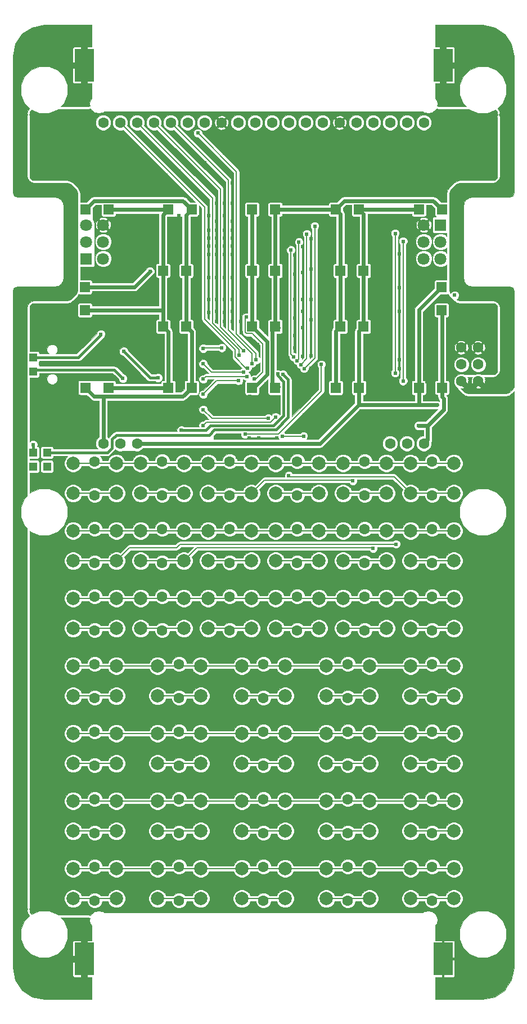
<source format=gtl>
G04 (created by PCBNEW (2013-07-07 BZR 4022)-stable) date 12/4/2014 9:46:14 PM*
%MOIN*%
G04 Gerber Fmt 3.4, Leading zero omitted, Abs format*
%FSLAX34Y34*%
G01*
G70*
G90*
G04 APERTURE LIST*
%ADD10C,0.00590551*%
%ADD11C,0.0244094*%
%ADD12R,0.059X0.059*%
%ADD13R,0.0472X0.0472*%
%ADD14R,0.0708661X0.0708661*%
%ADD15C,0.0708661*%
%ADD16C,0.0629921*%
%ADD17C,0.0254961*%
%ADD18C,0.0787402*%
%ADD19R,0.11811X0.19685*%
%ADD20C,0.00787402*%
%ADD21C,0.015748*%
%ADD22C,0.023622*%
%ADD23C,0.00393701*%
G04 APERTURE END LIST*
G54D10*
G54D11*
X48897Y-44566D03*
X44448Y-36043D03*
X48366Y-49724D03*
X32874Y-49822D03*
X48307Y-39803D03*
X43858Y-40905D03*
X45807Y-48996D03*
X48011Y-45984D03*
X38503Y-34330D03*
X44015Y-34232D03*
X45314Y-50452D03*
X32440Y-34271D03*
X44803Y-40629D03*
X37755Y-34566D03*
X39212Y-41102D03*
X45314Y-40433D03*
X40157Y-41102D03*
X39685Y-41102D03*
X44330Y-40826D03*
X38740Y-41102D03*
X36968Y-34803D03*
X36220Y-35039D03*
X40669Y-41102D03*
X47244Y-39803D03*
X42007Y-41141D03*
X43346Y-40984D03*
X46181Y-39803D03*
X38228Y-41102D03*
X39685Y-33740D03*
X40669Y-39763D03*
X40157Y-39763D03*
X39212Y-49173D03*
X44409Y-49251D03*
X48858Y-50433D03*
X39685Y-39763D03*
X49527Y-43110D03*
X38740Y-39763D03*
X45314Y-42401D03*
X39212Y-39763D03*
G54D12*
X47932Y-40708D03*
X46556Y-40708D03*
X37420Y-44015D03*
X36044Y-44015D03*
X51201Y-47637D03*
X52577Y-47637D03*
X47656Y-47637D03*
X46280Y-47637D03*
X41319Y-47637D03*
X42695Y-47637D03*
X37735Y-47637D03*
X36359Y-47637D03*
X31437Y-47637D03*
X32813Y-47637D03*
X52559Y-41674D03*
X52559Y-43050D03*
X41319Y-40708D03*
X42695Y-40708D03*
X37420Y-40708D03*
X36044Y-40708D03*
X31417Y-41674D03*
X31417Y-43050D03*
X51201Y-37086D03*
X52577Y-37086D03*
X47656Y-37086D03*
X46280Y-37086D03*
X41319Y-37086D03*
X42695Y-37086D03*
X37735Y-37086D03*
X36359Y-37086D03*
X31437Y-37086D03*
X32813Y-37086D03*
X41319Y-44015D03*
X42695Y-44015D03*
X47932Y-44015D03*
X46556Y-44015D03*
G54D13*
X28346Y-45846D03*
X28346Y-46672D03*
X28346Y-51476D03*
X28346Y-52302D03*
X29173Y-51476D03*
X29173Y-52302D03*
G54D14*
X52500Y-38000D03*
G54D15*
X51500Y-38000D03*
X52500Y-39000D03*
X51500Y-39000D03*
X52500Y-40000D03*
X51500Y-40000D03*
G54D14*
X31500Y-40000D03*
G54D15*
X32500Y-40000D03*
X31500Y-39000D03*
X32500Y-39000D03*
X31500Y-38000D03*
X32500Y-38000D03*
G54D11*
X34409Y-42401D03*
X44330Y-39291D03*
X44803Y-38809D03*
X44094Y-47007D03*
X43316Y-45639D03*
X39212Y-43700D03*
X33110Y-38779D03*
X33110Y-39251D03*
X50905Y-38740D03*
X43858Y-39773D03*
X40000Y-45511D03*
X43858Y-45275D03*
X31653Y-46889D03*
X42165Y-47401D03*
X40157Y-38779D03*
X40964Y-39251D03*
X40157Y-39251D03*
X39212Y-38779D03*
X39685Y-39251D03*
X39685Y-38779D03*
X56673Y-48169D03*
X55649Y-49055D03*
X42578Y-48169D03*
X39212Y-39251D03*
X55400Y-34900D03*
X41929Y-49192D03*
X54232Y-46751D03*
X55400Y-31700D03*
X52086Y-50629D03*
X53543Y-49881D03*
X50610Y-50157D03*
X51830Y-49311D03*
X41200Y-48149D03*
X54744Y-49055D03*
X54606Y-49881D03*
X54566Y-50708D03*
X47578Y-42401D03*
X49803Y-51417D03*
X48287Y-43129D03*
X44822Y-46496D03*
X37204Y-46673D03*
X44330Y-45777D03*
X48385Y-34822D03*
X34921Y-47145D03*
X33287Y-46279D03*
X43858Y-42401D03*
X35019Y-45413D03*
X43858Y-43523D03*
X50039Y-41712D03*
X50925Y-42362D03*
X43858Y-44547D03*
X44803Y-42401D03*
X43267Y-43809D03*
X49507Y-42401D03*
X44330Y-44084D03*
X44330Y-43100D03*
X33740Y-46712D03*
X44330Y-42401D03*
X44803Y-45757D03*
X34133Y-45413D03*
X50039Y-43110D03*
X46200Y-42401D03*
X42332Y-42401D03*
X40669Y-43188D03*
X41683Y-43120D03*
X37716Y-36555D03*
X40954Y-42401D03*
X46919Y-43120D03*
X43061Y-43120D03*
X42165Y-44360D03*
X45324Y-43120D03*
X36692Y-44212D03*
X36811Y-32854D03*
X44803Y-43612D03*
X43346Y-42401D03*
X50570Y-43110D03*
X55000Y-69000D03*
X55000Y-65000D03*
X55000Y-61000D03*
X55000Y-57000D03*
X55000Y-53000D03*
X29000Y-69000D03*
X29000Y-57000D03*
X55000Y-82500D03*
X55000Y-73000D03*
X52755Y-36535D03*
X29000Y-77000D03*
X29000Y-73000D03*
X55314Y-46259D03*
X28600Y-34900D03*
X28600Y-31700D03*
X53000Y-79000D03*
X55000Y-77000D03*
X35905Y-46712D03*
X36909Y-47598D03*
X41692Y-46574D03*
X39192Y-46456D03*
X37165Y-45905D03*
X40669Y-47559D03*
X41712Y-50629D03*
X42795Y-50629D03*
X28799Y-46220D03*
X29271Y-44507D03*
X40964Y-51318D03*
X45728Y-47539D03*
X29000Y-61000D03*
X29000Y-65000D03*
X32874Y-48503D03*
X34232Y-47106D03*
X28600Y-78300D03*
X40452Y-51751D03*
X28759Y-51043D03*
X30452Y-47322D03*
X31043Y-48149D03*
X29271Y-47992D03*
X39212Y-47657D03*
X39212Y-50590D03*
X32086Y-40433D03*
X44803Y-37795D03*
X35649Y-41220D03*
X54527Y-43582D03*
X43809Y-38779D03*
X36417Y-51338D03*
X39704Y-47519D03*
X41663Y-45088D03*
X44281Y-38316D03*
X44153Y-47519D03*
X48110Y-35531D03*
X28600Y-43100D03*
X55669Y-43858D03*
X29000Y-53000D03*
X31240Y-40590D03*
X53464Y-43582D03*
X37795Y-38779D03*
X38228Y-39251D03*
X38740Y-39251D03*
X40669Y-38779D03*
X38740Y-38779D03*
X45334Y-38307D03*
X38740Y-42401D03*
X37795Y-39783D03*
X39212Y-42401D03*
X39685Y-42401D03*
X40157Y-42401D03*
X38740Y-37440D03*
X40669Y-37440D03*
X38740Y-38307D03*
X38228Y-38307D03*
X37795Y-37795D03*
X39212Y-38307D03*
X39685Y-37440D03*
X39685Y-38307D03*
X39212Y-37795D03*
X40157Y-38307D03*
X40964Y-38307D03*
X40157Y-37795D03*
X42322Y-38307D03*
X41692Y-37795D03*
X41692Y-38779D03*
X42322Y-39251D03*
X41692Y-39783D03*
X43346Y-39783D03*
X43326Y-39251D03*
X43070Y-38779D03*
X43070Y-37795D03*
X43070Y-38307D03*
X36968Y-37460D03*
X37066Y-38307D03*
X36417Y-39783D03*
X37066Y-39251D03*
X36417Y-38779D03*
X35688Y-38779D03*
X35688Y-39251D03*
X35688Y-39783D03*
X35688Y-38307D03*
X35688Y-37440D03*
X38228Y-37519D03*
X33070Y-39783D03*
X33346Y-37460D03*
X38700Y-36732D03*
X40669Y-36732D03*
X39685Y-36732D03*
X39212Y-36732D03*
X40157Y-36732D03*
X40157Y-35531D03*
X38877Y-32913D03*
X37795Y-32834D03*
X40669Y-35531D03*
X40669Y-34803D03*
X35807Y-32854D03*
X34803Y-32854D03*
X31240Y-36555D03*
X33996Y-32854D03*
X35511Y-40354D03*
X38228Y-42204D03*
X38228Y-43090D03*
X37066Y-42696D03*
X36437Y-41220D03*
X37775Y-41240D03*
X36889Y-40354D03*
X34291Y-41220D03*
X40157Y-43110D03*
X39685Y-43188D03*
X39212Y-43110D03*
X38740Y-43188D03*
X40649Y-43700D03*
X40157Y-43700D03*
X39685Y-43700D03*
X37775Y-43405D03*
X40669Y-44370D03*
X37381Y-44547D03*
X38897Y-44980D03*
X38090Y-44370D03*
X36811Y-45275D03*
X35511Y-44232D03*
X37185Y-48523D03*
X28248Y-50649D03*
X30157Y-51811D03*
X32145Y-50472D03*
X32145Y-49842D03*
X31988Y-51161D03*
X37165Y-49803D03*
X31397Y-54173D03*
X50649Y-47283D03*
X50039Y-45984D03*
X49527Y-47007D03*
X50039Y-46515D03*
X52224Y-46535D03*
X52224Y-48149D03*
X50846Y-46535D03*
X51692Y-47283D03*
X45728Y-46515D03*
X47283Y-47007D03*
X45925Y-47007D03*
X48011Y-46515D03*
X47283Y-45984D03*
X49527Y-45984D03*
X45925Y-45984D03*
X46653Y-46515D03*
X45157Y-47539D03*
X47303Y-48169D03*
X50846Y-45984D03*
X48011Y-48307D03*
X52933Y-46555D03*
X52047Y-45984D03*
X51555Y-48287D03*
X50846Y-48169D03*
X52933Y-45984D03*
X52933Y-44055D03*
X51988Y-43287D03*
X51594Y-42145D03*
X53326Y-42165D03*
X48307Y-37460D03*
X46938Y-36938D03*
X50561Y-39360D03*
X51998Y-39507D03*
X50570Y-40846D03*
X50039Y-39714D03*
X48818Y-36220D03*
X49842Y-38149D03*
X46318Y-36555D03*
X51751Y-36948D03*
X49803Y-36220D03*
X46200Y-37637D03*
X42000Y-77000D03*
X37000Y-77000D03*
X47000Y-77000D03*
X52000Y-77000D03*
X32000Y-77000D03*
X44842Y-51653D03*
X32000Y-73000D03*
X52000Y-73000D03*
X47000Y-73000D03*
X37000Y-73000D03*
X42000Y-73000D03*
X42000Y-69000D03*
X37000Y-69000D03*
X47000Y-69000D03*
X52000Y-69000D03*
X32000Y-69000D03*
X42000Y-69000D03*
X37000Y-69000D03*
X47000Y-69000D03*
X52000Y-69000D03*
X32000Y-69000D03*
X42000Y-65000D03*
X37000Y-65000D03*
X47000Y-65000D03*
X52000Y-65000D03*
X32000Y-65000D03*
X32000Y-57000D03*
X52000Y-57000D03*
X48000Y-61000D03*
X32000Y-53000D03*
X52000Y-53000D03*
X32000Y-61000D03*
X52000Y-61000D03*
X44000Y-61000D03*
X36000Y-61000D03*
X37578Y-51496D03*
X39173Y-51653D03*
X48307Y-51190D03*
X42372Y-51584D03*
X46181Y-51515D03*
X47155Y-51348D03*
X44409Y-48444D03*
X44409Y-50157D03*
X46377Y-50452D03*
X47775Y-49015D03*
X40000Y-61000D03*
X36000Y-53000D03*
X40000Y-53000D03*
X41141Y-50629D03*
X42440Y-54468D03*
X52755Y-41062D03*
X32244Y-36948D03*
X32834Y-50452D03*
X34015Y-51830D03*
X33248Y-47125D03*
X32874Y-44212D03*
X32618Y-51830D03*
X45314Y-45787D03*
X34511Y-54496D03*
G54D16*
X53724Y-47259D03*
X53724Y-46259D03*
X53724Y-45259D03*
X54724Y-47259D03*
X54724Y-46259D03*
X54724Y-45259D03*
X54724Y-45259D03*
X54724Y-46259D03*
X54724Y-47259D03*
G54D17*
X56082Y-31496D03*
X55767Y-31496D03*
X28248Y-31496D03*
X27933Y-31496D03*
X27933Y-78503D03*
X28248Y-78503D03*
G54D18*
X43279Y-72114D03*
X40720Y-73885D03*
X43279Y-73885D03*
X40720Y-72114D03*
G54D16*
X42000Y-74000D03*
X42000Y-72000D03*
G54D18*
X43279Y-76114D03*
X40720Y-77885D03*
X43279Y-77885D03*
X40720Y-76114D03*
G54D16*
X42000Y-78000D03*
X42000Y-76000D03*
G54D18*
X38279Y-76114D03*
X35720Y-77885D03*
X38279Y-77885D03*
X35720Y-76114D03*
G54D16*
X37000Y-78000D03*
X37000Y-76000D03*
G54D18*
X33279Y-76114D03*
X30720Y-77885D03*
X33279Y-77885D03*
X30720Y-76114D03*
G54D16*
X32000Y-78000D03*
X32000Y-76000D03*
G54D18*
X33279Y-52114D03*
X30720Y-53885D03*
X33279Y-53885D03*
X30720Y-52114D03*
G54D16*
X32000Y-54000D03*
X32000Y-52000D03*
G54D18*
X38279Y-68114D03*
X35720Y-69885D03*
X38279Y-69885D03*
X35720Y-68114D03*
G54D16*
X37000Y-70000D03*
X37000Y-68000D03*
G54D18*
X38279Y-64114D03*
X35720Y-65885D03*
X38279Y-65885D03*
X35720Y-64114D03*
G54D16*
X37000Y-66000D03*
X37000Y-64000D03*
G54D18*
X41279Y-60114D03*
X38720Y-61885D03*
X41279Y-61885D03*
X38720Y-60114D03*
G54D16*
X40000Y-62000D03*
X40000Y-60000D03*
G54D18*
X33279Y-72114D03*
X30720Y-73885D03*
X33279Y-73885D03*
X30720Y-72114D03*
G54D16*
X32000Y-74000D03*
X32000Y-72000D03*
G54D18*
X33279Y-68114D03*
X30720Y-69885D03*
X33279Y-69885D03*
X30720Y-68114D03*
G54D16*
X32000Y-70000D03*
X32000Y-68000D03*
G54D18*
X38279Y-72114D03*
X35720Y-73885D03*
X38279Y-73885D03*
X35720Y-72114D03*
G54D16*
X37000Y-74000D03*
X37000Y-72000D03*
G54D18*
X37279Y-52114D03*
X34720Y-53885D03*
X37279Y-53885D03*
X34720Y-52114D03*
G54D16*
X36000Y-54000D03*
X36000Y-52000D03*
G54D18*
X41279Y-52114D03*
X38720Y-53885D03*
X41279Y-53885D03*
X38720Y-52114D03*
G54D16*
X40000Y-54000D03*
X40000Y-52000D03*
G54D18*
X49279Y-56114D03*
X46720Y-57885D03*
X49279Y-57885D03*
X46720Y-56114D03*
G54D16*
X48000Y-58000D03*
X48000Y-56000D03*
G54D18*
X49279Y-60114D03*
X46720Y-61885D03*
X49279Y-61885D03*
X46720Y-60114D03*
G54D16*
X48000Y-62000D03*
X48000Y-60000D03*
G54D18*
X48279Y-64114D03*
X45720Y-65885D03*
X48279Y-65885D03*
X45720Y-64114D03*
G54D16*
X47000Y-66000D03*
X47000Y-64000D03*
G54D18*
X43279Y-68114D03*
X40720Y-69885D03*
X43279Y-69885D03*
X40720Y-68114D03*
G54D16*
X42000Y-70000D03*
X42000Y-68000D03*
G54D18*
X33279Y-64114D03*
X30720Y-65885D03*
X33279Y-65885D03*
X30720Y-64114D03*
G54D16*
X32000Y-66000D03*
X32000Y-64000D03*
G54D18*
X43279Y-64114D03*
X40720Y-65885D03*
X43279Y-65885D03*
X40720Y-64114D03*
G54D16*
X42000Y-66000D03*
X42000Y-64000D03*
G54D18*
X45279Y-60114D03*
X42720Y-61885D03*
X45279Y-61885D03*
X42720Y-60114D03*
G54D16*
X44000Y-62000D03*
X44000Y-60000D03*
G54D18*
X45279Y-56114D03*
X42720Y-57885D03*
X45279Y-57885D03*
X42720Y-56114D03*
G54D16*
X44000Y-58000D03*
X44000Y-56000D03*
G54D18*
X48279Y-76114D03*
X45720Y-77885D03*
X48279Y-77885D03*
X45720Y-76114D03*
G54D16*
X47000Y-78000D03*
X47000Y-76000D03*
G54D18*
X48279Y-68114D03*
X45720Y-69885D03*
X48279Y-69885D03*
X45720Y-68114D03*
G54D16*
X47000Y-70000D03*
X47000Y-68000D03*
G54D18*
X48279Y-72114D03*
X45720Y-73885D03*
X48279Y-73885D03*
X45720Y-72114D03*
G54D16*
X47000Y-74000D03*
X47000Y-72000D03*
G54D18*
X45279Y-52114D03*
X42720Y-53885D03*
X45279Y-53885D03*
X42720Y-52114D03*
G54D16*
X44000Y-54000D03*
X44000Y-52000D03*
G54D18*
X53279Y-76114D03*
X50720Y-77885D03*
X53279Y-77885D03*
X50720Y-76114D03*
G54D16*
X52000Y-78000D03*
X52000Y-76000D03*
G54D18*
X53279Y-72114D03*
X50720Y-73885D03*
X53279Y-73885D03*
X50720Y-72114D03*
G54D16*
X52000Y-74000D03*
X52000Y-72000D03*
G54D18*
X53279Y-68114D03*
X50720Y-69885D03*
X53279Y-69885D03*
X50720Y-68114D03*
G54D16*
X52000Y-70000D03*
X52000Y-68000D03*
G54D18*
X53279Y-64114D03*
X50720Y-65885D03*
X53279Y-65885D03*
X50720Y-64114D03*
G54D16*
X52000Y-66000D03*
X52000Y-64000D03*
G54D18*
X53279Y-60114D03*
X50720Y-61885D03*
X53279Y-61885D03*
X50720Y-60114D03*
G54D16*
X52000Y-62000D03*
X52000Y-60000D03*
G54D18*
X53279Y-52114D03*
X50720Y-53885D03*
X53279Y-53885D03*
X50720Y-52114D03*
G54D16*
X52000Y-54000D03*
X52000Y-52000D03*
G54D18*
X53279Y-56114D03*
X50720Y-57885D03*
X53279Y-57885D03*
X50720Y-56114D03*
G54D16*
X52000Y-58000D03*
X52000Y-56000D03*
G54D18*
X41279Y-56114D03*
X38720Y-57885D03*
X41279Y-57885D03*
X38720Y-56114D03*
G54D16*
X40000Y-58000D03*
X40000Y-56000D03*
G54D18*
X37279Y-56114D03*
X34720Y-57885D03*
X37279Y-57885D03*
X34720Y-56114D03*
G54D16*
X36000Y-58000D03*
X36000Y-56000D03*
G54D18*
X37279Y-60114D03*
X34720Y-61885D03*
X37279Y-61885D03*
X34720Y-60114D03*
G54D16*
X36000Y-62000D03*
X36000Y-60000D03*
G54D18*
X33279Y-60114D03*
X30720Y-61885D03*
X33279Y-61885D03*
X30720Y-60114D03*
G54D16*
X32000Y-62000D03*
X32000Y-60000D03*
G54D18*
X49279Y-52114D03*
X46720Y-53885D03*
X49279Y-53885D03*
X46720Y-52114D03*
G54D16*
X48000Y-54000D03*
X48000Y-52000D03*
G54D18*
X33279Y-56114D03*
X30720Y-57885D03*
X33279Y-57885D03*
X30720Y-56114D03*
G54D16*
X32000Y-58000D03*
X32000Y-56000D03*
X51507Y-31948D03*
X50507Y-31948D03*
X49507Y-31948D03*
X48507Y-31948D03*
X47507Y-31948D03*
X46507Y-31948D03*
X45507Y-31948D03*
X44507Y-31948D03*
X43507Y-31948D03*
X42507Y-31948D03*
X41507Y-31948D03*
X40507Y-31948D03*
X39507Y-31948D03*
X38507Y-31948D03*
X37507Y-31948D03*
X36507Y-31948D03*
X35507Y-31948D03*
X34507Y-31948D03*
X33507Y-31948D03*
X32507Y-31948D03*
X51507Y-50948D03*
X50507Y-50948D03*
X49507Y-50948D03*
X32507Y-50948D03*
X33507Y-50948D03*
X34507Y-50948D03*
G54D19*
X31377Y-28543D03*
X52637Y-28543D03*
X52637Y-81456D03*
X31377Y-81456D03*
G54D11*
X45433Y-46259D03*
X40905Y-50393D03*
X40551Y-45728D03*
X44370Y-50511D03*
X43110Y-50511D03*
X41318Y-46200D03*
X41043Y-46476D03*
X40826Y-45452D03*
X38110Y-32559D03*
X41555Y-45984D03*
X43500Y-52850D03*
X47300Y-53150D03*
X48500Y-57150D03*
X49850Y-56900D03*
X41456Y-47125D03*
X40984Y-43464D03*
X43996Y-46033D03*
X44094Y-39015D03*
X28346Y-52264D03*
X43779Y-45807D03*
X43622Y-39488D03*
X44202Y-46269D03*
X44566Y-38543D03*
X49803Y-38503D03*
X49803Y-46771D03*
X44409Y-46505D03*
X45039Y-38070D03*
X29173Y-52264D03*
X38425Y-49881D03*
X42716Y-49370D03*
X40807Y-46712D03*
X38425Y-46220D03*
X43149Y-46850D03*
X28346Y-51003D03*
X37125Y-50157D03*
X42834Y-46830D03*
X50275Y-38976D03*
X50275Y-47244D03*
X38425Y-45314D03*
X39527Y-45275D03*
X38425Y-47125D03*
X41003Y-46968D03*
X38425Y-48937D03*
X42283Y-49448D03*
X38425Y-48031D03*
X40531Y-47224D03*
X36359Y-37086D03*
X42677Y-37086D03*
X46280Y-47637D03*
X52559Y-47637D03*
X51181Y-49881D03*
X37440Y-40708D03*
X35275Y-40748D03*
X37420Y-44015D03*
X41299Y-44015D03*
X52283Y-48661D03*
X32362Y-44468D03*
X33661Y-47086D03*
X33720Y-45492D03*
X35748Y-47047D03*
G54D20*
X42874Y-50393D02*
X45433Y-47834D01*
X45433Y-47834D02*
X45433Y-46259D01*
X40905Y-50393D02*
X42874Y-50393D01*
X40551Y-45393D02*
X39448Y-44291D01*
X40551Y-45728D02*
X40551Y-45393D01*
X39448Y-44291D02*
X38976Y-43818D01*
X38976Y-43818D02*
X38976Y-36417D01*
X38976Y-36417D02*
X34507Y-31948D01*
X43110Y-50511D02*
X44370Y-50511D01*
X41318Y-45610D02*
X40393Y-44685D01*
X41318Y-46200D02*
X41318Y-45610D01*
X40393Y-44685D02*
X39921Y-44212D01*
X39921Y-44212D02*
X39921Y-35362D01*
X39921Y-35362D02*
X36507Y-31948D01*
X40314Y-45393D02*
X38503Y-43582D01*
X38503Y-43582D02*
X38503Y-36944D01*
X33507Y-31948D02*
X38503Y-36944D01*
X40314Y-45826D02*
X40314Y-45393D01*
X40964Y-46476D02*
X40314Y-45826D01*
X41043Y-46476D02*
X40964Y-46476D01*
X40826Y-45433D02*
X39921Y-44527D01*
X40826Y-45452D02*
X40826Y-45433D01*
X39921Y-44527D02*
X39448Y-44055D01*
X39448Y-44055D02*
X39448Y-35889D01*
X39448Y-35889D02*
X35507Y-31948D01*
X41555Y-45984D02*
X41555Y-45610D01*
X40393Y-34842D02*
X38110Y-32559D01*
X40393Y-44448D02*
X40393Y-34842D01*
X40866Y-44921D02*
X40393Y-44448D01*
X41555Y-45610D02*
X40866Y-44921D01*
X43550Y-52900D02*
X49734Y-52900D01*
X50720Y-53885D02*
X49734Y-52900D01*
X43500Y-52850D02*
X43550Y-52900D01*
X52000Y-54000D02*
X51885Y-53885D01*
X51885Y-53885D02*
X50720Y-53885D01*
X52000Y-54000D02*
X52114Y-53885D01*
X52114Y-53885D02*
X53279Y-53885D01*
X52000Y-58000D02*
X52114Y-57885D01*
X52114Y-57885D02*
X53279Y-57885D01*
X52000Y-58000D02*
X51885Y-57885D01*
X51885Y-57885D02*
X50720Y-57885D01*
X52000Y-62000D02*
X52114Y-61885D01*
X52114Y-61885D02*
X53279Y-61885D01*
X52000Y-62000D02*
X51885Y-61885D01*
X51885Y-61885D02*
X50720Y-61885D01*
X52000Y-66000D02*
X51885Y-65885D01*
X51885Y-65885D02*
X50720Y-65885D01*
X52000Y-66000D02*
X52114Y-65885D01*
X52114Y-65885D02*
X53279Y-65885D01*
X52000Y-70000D02*
X51885Y-69885D01*
X51885Y-69885D02*
X50720Y-69885D01*
X52000Y-70000D02*
X52114Y-69885D01*
X52114Y-69885D02*
X53279Y-69885D01*
X52000Y-74000D02*
X51885Y-73885D01*
X51885Y-73885D02*
X50720Y-73885D01*
X52000Y-74000D02*
X52114Y-73885D01*
X52114Y-73885D02*
X53279Y-73885D01*
X53279Y-73885D02*
X52114Y-73885D01*
X52114Y-73885D02*
X53279Y-73885D01*
X52000Y-78000D02*
X51885Y-77885D01*
X51885Y-77885D02*
X50720Y-77885D01*
X52000Y-78000D02*
X52114Y-77885D01*
X52114Y-77885D02*
X53279Y-77885D01*
X48000Y-54000D02*
X48114Y-53885D01*
X48114Y-53885D02*
X49279Y-53885D01*
X48000Y-54000D02*
X47885Y-53885D01*
X47885Y-53885D02*
X46720Y-53885D01*
X48000Y-58000D02*
X48114Y-57885D01*
X48114Y-57885D02*
X49279Y-57885D01*
X48000Y-58000D02*
X47885Y-57885D01*
X47885Y-57885D02*
X46720Y-57885D01*
X48000Y-62000D02*
X48114Y-61885D01*
X48114Y-61885D02*
X49279Y-61885D01*
X48000Y-62000D02*
X47885Y-61885D01*
X47885Y-61885D02*
X46720Y-61885D01*
X47000Y-66000D02*
X46885Y-65885D01*
X46885Y-65885D02*
X45720Y-65885D01*
X47000Y-66000D02*
X47114Y-65885D01*
X47114Y-65885D02*
X48279Y-65885D01*
X47000Y-70000D02*
X46885Y-69885D01*
X46885Y-69885D02*
X45720Y-69885D01*
X47000Y-70000D02*
X47114Y-69885D01*
X47114Y-69885D02*
X48279Y-69885D01*
X47000Y-74000D02*
X46885Y-73885D01*
X46885Y-73885D02*
X45720Y-73885D01*
X47000Y-74000D02*
X47114Y-73885D01*
X47114Y-73885D02*
X48279Y-73885D01*
X47000Y-78000D02*
X46885Y-77885D01*
X46885Y-77885D02*
X45720Y-77885D01*
X47000Y-78000D02*
X47114Y-77885D01*
X47114Y-77885D02*
X48279Y-77885D01*
X44000Y-54000D02*
X44114Y-53885D01*
X44114Y-53885D02*
X45279Y-53885D01*
X44000Y-54000D02*
X43885Y-53885D01*
X43885Y-53885D02*
X42720Y-53885D01*
X44000Y-58000D02*
X44114Y-57885D01*
X44114Y-57885D02*
X45279Y-57885D01*
X44000Y-58000D02*
X43885Y-57885D01*
X43885Y-57885D02*
X42720Y-57885D01*
X44000Y-62000D02*
X44114Y-61885D01*
X44114Y-61885D02*
X45279Y-61885D01*
X44000Y-62000D02*
X43885Y-61885D01*
X43885Y-61885D02*
X42720Y-61885D01*
X42000Y-66000D02*
X42114Y-65885D01*
X42114Y-65885D02*
X43279Y-65885D01*
X42000Y-66000D02*
X41885Y-65885D01*
X41885Y-65885D02*
X40720Y-65885D01*
X42000Y-70000D02*
X42114Y-69885D01*
X42114Y-69885D02*
X43279Y-69885D01*
X42000Y-70000D02*
X41885Y-69885D01*
X41885Y-69885D02*
X40720Y-69885D01*
X42000Y-74000D02*
X41885Y-73885D01*
X41885Y-73885D02*
X40720Y-73885D01*
X42000Y-74000D02*
X42114Y-73885D01*
X42114Y-73885D02*
X43279Y-73885D01*
X42000Y-78000D02*
X42114Y-77885D01*
X42114Y-77885D02*
X43279Y-77885D01*
X40720Y-77885D02*
X41885Y-77885D01*
X41885Y-77885D02*
X42000Y-78000D01*
X47250Y-53100D02*
X42065Y-53100D01*
X41279Y-53885D02*
X42065Y-53100D01*
X47300Y-53150D02*
X47250Y-53100D01*
X40000Y-54000D02*
X39885Y-53885D01*
X39885Y-53885D02*
X38720Y-53885D01*
X40000Y-54000D02*
X40114Y-53885D01*
X40114Y-53885D02*
X41279Y-53885D01*
X40000Y-58000D02*
X39885Y-57885D01*
X39885Y-57885D02*
X38720Y-57885D01*
X40000Y-58000D02*
X40114Y-57885D01*
X40114Y-57885D02*
X41279Y-57885D01*
X40000Y-62000D02*
X40114Y-61885D01*
X40114Y-61885D02*
X41279Y-61885D01*
X40000Y-62000D02*
X39885Y-61885D01*
X39885Y-61885D02*
X38720Y-61885D01*
X37000Y-66000D02*
X37114Y-65885D01*
X37114Y-65885D02*
X38279Y-65885D01*
X37000Y-66000D02*
X36885Y-65885D01*
X36885Y-65885D02*
X35720Y-65885D01*
X37000Y-70000D02*
X37114Y-69885D01*
X37114Y-69885D02*
X38279Y-69885D01*
X37000Y-70000D02*
X36885Y-69885D01*
X36885Y-69885D02*
X35720Y-69885D01*
X37000Y-74000D02*
X36885Y-73885D01*
X36885Y-73885D02*
X35720Y-73885D01*
X37000Y-74000D02*
X37114Y-73885D01*
X37114Y-73885D02*
X38279Y-73885D01*
X37000Y-78000D02*
X37114Y-77885D01*
X37114Y-77885D02*
X38279Y-77885D01*
X35720Y-77885D02*
X36885Y-77885D01*
X36885Y-77885D02*
X37000Y-78000D01*
X41965Y-53200D02*
X41279Y-53885D01*
X48450Y-57100D02*
X38065Y-57100D01*
X37279Y-57885D02*
X38065Y-57100D01*
X48500Y-57150D02*
X48450Y-57100D01*
X36000Y-54000D02*
X36114Y-53885D01*
X36114Y-53885D02*
X37279Y-53885D01*
X36000Y-54000D02*
X35885Y-53885D01*
X35885Y-53885D02*
X34720Y-53885D01*
X36000Y-58000D02*
X35885Y-57885D01*
X35885Y-57885D02*
X34720Y-57885D01*
X36000Y-58000D02*
X36114Y-57885D01*
X36114Y-57885D02*
X37279Y-57885D01*
X36000Y-62000D02*
X35885Y-61885D01*
X35885Y-61885D02*
X34720Y-61885D01*
X36000Y-62000D02*
X36114Y-61885D01*
X36114Y-61885D02*
X37279Y-61885D01*
X32000Y-66000D02*
X32114Y-65885D01*
X32114Y-65885D02*
X33279Y-65885D01*
X32000Y-66000D02*
X31885Y-65885D01*
X31885Y-65885D02*
X30720Y-65885D01*
X32000Y-70000D02*
X32114Y-69885D01*
X32114Y-69885D02*
X33279Y-69885D01*
X32000Y-70000D02*
X31885Y-69885D01*
X31885Y-69885D02*
X30720Y-69885D01*
X32000Y-74000D02*
X31885Y-73885D01*
X31885Y-73885D02*
X30720Y-73885D01*
X32000Y-74000D02*
X32114Y-73885D01*
X32114Y-73885D02*
X33279Y-73885D01*
X32000Y-78000D02*
X32114Y-77885D01*
X32114Y-77885D02*
X33279Y-77885D01*
X30720Y-77885D02*
X31885Y-77885D01*
X31885Y-77885D02*
X32000Y-78000D01*
X36850Y-57100D02*
X34065Y-57100D01*
X33279Y-57885D02*
X34065Y-57100D01*
X38500Y-56900D02*
X37050Y-56900D01*
X49850Y-56900D02*
X38500Y-56900D01*
X37050Y-56900D02*
X36850Y-57100D01*
X32000Y-54000D02*
X32114Y-53885D01*
X32114Y-53885D02*
X33279Y-53885D01*
X32000Y-54000D02*
X31885Y-53885D01*
X31885Y-53885D02*
X30720Y-53885D01*
X32000Y-58000D02*
X31885Y-57885D01*
X31885Y-57885D02*
X30720Y-57885D01*
X32000Y-58000D02*
X32114Y-57885D01*
X32114Y-57885D02*
X33279Y-57885D01*
X32000Y-62000D02*
X32114Y-61885D01*
X32114Y-61885D02*
X33279Y-61885D01*
X32000Y-62000D02*
X31885Y-61885D01*
X31885Y-61885D02*
X30720Y-61885D01*
X52000Y-76000D02*
X52114Y-76114D01*
X52114Y-76114D02*
X53279Y-76114D01*
X50720Y-76114D02*
X51885Y-76114D01*
X51885Y-76114D02*
X52000Y-76000D01*
X48279Y-76114D02*
X50720Y-76114D01*
X47000Y-76000D02*
X47114Y-76114D01*
X47114Y-76114D02*
X48279Y-76114D01*
X45720Y-76114D02*
X46885Y-76114D01*
X46885Y-76114D02*
X47000Y-76000D01*
X43279Y-76114D02*
X45720Y-76114D01*
X42000Y-76000D02*
X42114Y-76114D01*
X42114Y-76114D02*
X43279Y-76114D01*
X40720Y-76114D02*
X41885Y-76114D01*
X41885Y-76114D02*
X42000Y-76000D01*
X38279Y-76114D02*
X40720Y-76114D01*
X37000Y-76000D02*
X37114Y-76114D01*
X37114Y-76114D02*
X38279Y-76114D01*
X35720Y-76114D02*
X36885Y-76114D01*
X36885Y-76114D02*
X37000Y-76000D01*
X33279Y-76114D02*
X35720Y-76114D01*
X32000Y-76000D02*
X32114Y-76114D01*
X32114Y-76114D02*
X33279Y-76114D01*
X30720Y-76114D02*
X31885Y-76114D01*
X31885Y-76114D02*
X32000Y-76000D01*
X52000Y-72000D02*
X52114Y-72114D01*
X52114Y-72114D02*
X53279Y-72114D01*
X50720Y-72114D02*
X51885Y-72114D01*
X51885Y-72114D02*
X52000Y-72000D01*
X48279Y-72114D02*
X50720Y-72114D01*
X47000Y-72000D02*
X47114Y-72114D01*
X47114Y-72114D02*
X48279Y-72114D01*
X45720Y-72114D02*
X46885Y-72114D01*
X46885Y-72114D02*
X47000Y-72000D01*
X43279Y-72114D02*
X45720Y-72114D01*
X42000Y-72000D02*
X42114Y-72114D01*
X42114Y-72114D02*
X43279Y-72114D01*
X40720Y-72114D02*
X41885Y-72114D01*
X41885Y-72114D02*
X42000Y-72000D01*
X38279Y-72114D02*
X40720Y-72114D01*
X37000Y-72000D02*
X37114Y-72114D01*
X37114Y-72114D02*
X38279Y-72114D01*
X35720Y-72114D02*
X36885Y-72114D01*
X36885Y-72114D02*
X37000Y-72000D01*
X33279Y-72114D02*
X35720Y-72114D01*
X32000Y-72000D02*
X32114Y-72114D01*
X32114Y-72114D02*
X33279Y-72114D01*
X30720Y-72114D02*
X31885Y-72114D01*
X31885Y-72114D02*
X32000Y-72000D01*
X52000Y-68000D02*
X52114Y-68114D01*
X52114Y-68114D02*
X53279Y-68114D01*
X50720Y-68114D02*
X51885Y-68114D01*
X51885Y-68114D02*
X52000Y-68000D01*
X48279Y-68114D02*
X50720Y-68114D01*
X47000Y-68000D02*
X47114Y-68114D01*
X47114Y-68114D02*
X48279Y-68114D01*
X46885Y-68114D02*
X47000Y-68000D01*
X43279Y-68114D02*
X45720Y-68114D01*
X42000Y-68000D02*
X42114Y-68114D01*
X42114Y-68114D02*
X43279Y-68114D01*
X40720Y-68114D02*
X41885Y-68114D01*
X41885Y-68114D02*
X42000Y-68000D01*
X38279Y-68114D02*
X40720Y-68114D01*
X37000Y-68000D02*
X37114Y-68114D01*
X37114Y-68114D02*
X38279Y-68114D01*
X35720Y-68114D02*
X36885Y-68114D01*
X36885Y-68114D02*
X37000Y-68000D01*
X33279Y-68114D02*
X35720Y-68114D01*
X32000Y-68000D02*
X32114Y-68114D01*
X32114Y-68114D02*
X33279Y-68114D01*
X30720Y-68114D02*
X31885Y-68114D01*
X31885Y-68114D02*
X32000Y-68000D01*
X45720Y-68114D02*
X46885Y-68114D01*
X52000Y-64000D02*
X52114Y-64114D01*
X52114Y-64114D02*
X53279Y-64114D01*
X50720Y-64114D02*
X51885Y-64114D01*
X51885Y-64114D02*
X52000Y-64000D01*
X48279Y-64114D02*
X50720Y-64114D01*
X47000Y-64000D02*
X47114Y-64114D01*
X47114Y-64114D02*
X48279Y-64114D01*
X45720Y-64114D02*
X46885Y-64114D01*
X46885Y-64114D02*
X47000Y-64000D01*
X43279Y-64114D02*
X45720Y-64114D01*
X42000Y-64000D02*
X42114Y-64114D01*
X42114Y-64114D02*
X43279Y-64114D01*
X40720Y-64114D02*
X41885Y-64114D01*
X41885Y-64114D02*
X42000Y-64000D01*
X38279Y-64114D02*
X40720Y-64114D01*
X37000Y-64000D02*
X37114Y-64114D01*
X37114Y-64114D02*
X38279Y-64114D01*
X35720Y-64114D02*
X36885Y-64114D01*
X36885Y-64114D02*
X37000Y-64000D01*
X33279Y-64114D02*
X35720Y-64114D01*
X32000Y-64000D02*
X32114Y-64114D01*
X32114Y-64114D02*
X33279Y-64114D01*
X30720Y-64114D02*
X31885Y-64114D01*
X31885Y-64114D02*
X32000Y-64000D01*
X52000Y-60000D02*
X52114Y-60114D01*
X52114Y-60114D02*
X53279Y-60114D01*
X50720Y-60114D02*
X51885Y-60114D01*
X51885Y-60114D02*
X52000Y-60000D01*
X49279Y-60114D02*
X50720Y-60114D01*
X48000Y-60000D02*
X48114Y-60114D01*
X48114Y-60114D02*
X49279Y-60114D01*
X46720Y-60114D02*
X47885Y-60114D01*
X47885Y-60114D02*
X48000Y-60000D01*
X45279Y-60114D02*
X46720Y-60114D01*
X44000Y-60000D02*
X44114Y-60114D01*
X44114Y-60114D02*
X45279Y-60114D01*
X42720Y-60114D02*
X43885Y-60114D01*
X43885Y-60114D02*
X44000Y-60000D01*
X41279Y-60114D02*
X42720Y-60114D01*
X40000Y-60000D02*
X40114Y-60114D01*
X40114Y-60114D02*
X41279Y-60114D01*
X38720Y-60114D02*
X39885Y-60114D01*
X39885Y-60114D02*
X40000Y-60000D01*
X37279Y-60114D02*
X38720Y-60114D01*
X36000Y-60000D02*
X36114Y-60114D01*
X36114Y-60114D02*
X37279Y-60114D01*
X34720Y-60114D02*
X35885Y-60114D01*
X35885Y-60114D02*
X36000Y-60000D01*
X33279Y-60114D02*
X34720Y-60114D01*
X32000Y-60000D02*
X32114Y-60114D01*
X32114Y-60114D02*
X33279Y-60114D01*
X30720Y-60114D02*
X31885Y-60114D01*
X31885Y-60114D02*
X32000Y-60000D01*
X52000Y-56000D02*
X52114Y-56114D01*
X52114Y-56114D02*
X53279Y-56114D01*
X50720Y-56114D02*
X51885Y-56114D01*
X51885Y-56114D02*
X52000Y-56000D01*
X49279Y-56114D02*
X50720Y-56114D01*
X48000Y-56000D02*
X48114Y-56114D01*
X48114Y-56114D02*
X49279Y-56114D01*
X46720Y-56114D02*
X47885Y-56114D01*
X47885Y-56114D02*
X48000Y-56000D01*
X45279Y-56114D02*
X46720Y-56114D01*
X44000Y-56000D02*
X44114Y-56114D01*
X44114Y-56114D02*
X45279Y-56114D01*
X42720Y-56114D02*
X43885Y-56114D01*
X43885Y-56114D02*
X44000Y-56000D01*
X41279Y-56114D02*
X42720Y-56114D01*
X40000Y-56000D02*
X40114Y-56114D01*
X40114Y-56114D02*
X41279Y-56114D01*
X38720Y-56114D02*
X39885Y-56114D01*
X39885Y-56114D02*
X40000Y-56000D01*
X37279Y-56114D02*
X38720Y-56114D01*
X36000Y-56000D02*
X36114Y-56114D01*
X36114Y-56114D02*
X37279Y-56114D01*
X34720Y-56114D02*
X35885Y-56114D01*
X35885Y-56114D02*
X36000Y-56000D01*
X33279Y-56114D02*
X34720Y-56114D01*
X32000Y-56000D02*
X32114Y-56114D01*
X32114Y-56114D02*
X33279Y-56114D01*
X30720Y-56114D02*
X31885Y-56114D01*
X31885Y-56114D02*
X32000Y-56000D01*
X52000Y-52000D02*
X52114Y-52114D01*
X52114Y-52114D02*
X53279Y-52114D01*
X50720Y-52114D02*
X51885Y-52114D01*
X51885Y-52114D02*
X52000Y-52000D01*
X49279Y-52114D02*
X50720Y-52114D01*
X48000Y-52000D02*
X48114Y-52114D01*
X48114Y-52114D02*
X49279Y-52114D01*
X46720Y-52114D02*
X47885Y-52114D01*
X47885Y-52114D02*
X48000Y-52000D01*
X45279Y-52114D02*
X46720Y-52114D01*
X44000Y-52000D02*
X44114Y-52114D01*
X44114Y-52114D02*
X45279Y-52114D01*
X42720Y-52114D02*
X43885Y-52114D01*
X43885Y-52114D02*
X44000Y-52000D01*
X41279Y-52114D02*
X42720Y-52114D01*
X40000Y-52000D02*
X40114Y-52114D01*
X40114Y-52114D02*
X41279Y-52114D01*
X38720Y-52114D02*
X39885Y-52114D01*
X39885Y-52114D02*
X40000Y-52000D01*
X37279Y-52114D02*
X38720Y-52114D01*
X36000Y-52000D02*
X36114Y-52114D01*
X36114Y-52114D02*
X37279Y-52114D01*
X34720Y-52114D02*
X35885Y-52114D01*
X35885Y-52114D02*
X36000Y-52000D01*
X33279Y-52114D02*
X34720Y-52114D01*
X32000Y-52000D02*
X32114Y-52114D01*
X32114Y-52114D02*
X33279Y-52114D01*
X30720Y-52114D02*
X31885Y-52114D01*
X31885Y-52114D02*
X32000Y-52000D01*
X40905Y-44350D02*
X40905Y-43543D01*
X41377Y-44468D02*
X41338Y-44429D01*
X41456Y-47125D02*
X41535Y-47125D01*
X41535Y-47125D02*
X41948Y-46712D01*
X41948Y-46712D02*
X41948Y-45039D01*
X41948Y-45039D02*
X41377Y-44468D01*
X40984Y-44429D02*
X40905Y-44350D01*
X41338Y-44429D02*
X40984Y-44429D01*
X40905Y-43543D02*
X40984Y-43464D01*
X44094Y-45935D02*
X44094Y-45620D01*
X44094Y-39015D02*
X44094Y-45620D01*
X43996Y-46033D02*
X44094Y-45935D01*
G54D21*
X28346Y-52264D02*
X28346Y-52302D01*
X28346Y-52264D02*
X28346Y-52302D01*
G54D20*
X43622Y-45649D02*
X43622Y-45039D01*
X43622Y-39488D02*
X43622Y-45039D01*
X43779Y-45807D02*
X43622Y-45649D01*
X44566Y-45905D02*
X44566Y-45570D01*
X44566Y-45570D02*
X44566Y-45551D01*
X44566Y-38543D02*
X44566Y-45551D01*
X44566Y-45905D02*
X44202Y-46269D01*
X49803Y-38503D02*
X49803Y-46771D01*
X45039Y-45875D02*
X45039Y-45068D01*
X45039Y-38070D02*
X45039Y-45068D01*
X44409Y-46505D02*
X45039Y-45875D01*
G54D21*
X29173Y-52264D02*
X29173Y-52302D01*
X29173Y-52264D02*
X29173Y-52302D01*
G54D20*
X38622Y-49685D02*
X38425Y-49881D01*
X42401Y-49685D02*
X38622Y-49685D01*
X42716Y-49370D02*
X42401Y-49685D01*
X40807Y-46712D02*
X38917Y-46712D01*
X38917Y-46712D02*
X38425Y-46220D01*
G54D21*
X37677Y-50433D02*
X38779Y-50433D01*
X37677Y-50433D02*
X33267Y-50433D01*
X33267Y-50433D02*
X33011Y-50688D01*
X43464Y-49389D02*
X43464Y-48129D01*
X42736Y-50118D02*
X39783Y-50118D01*
X43464Y-49389D02*
X42736Y-50118D01*
X39094Y-50118D02*
X39783Y-50118D01*
X38779Y-50433D02*
X39094Y-50118D01*
X43149Y-46850D02*
X43464Y-47165D01*
X43464Y-47165D02*
X43464Y-48129D01*
X43464Y-48129D02*
X43464Y-48149D01*
X33011Y-50688D02*
X33011Y-51200D01*
X33011Y-51200D02*
X32735Y-51476D01*
X29173Y-51476D02*
X32735Y-51476D01*
X29212Y-51515D02*
X29173Y-51476D01*
X28346Y-51476D02*
X28346Y-51003D01*
X39527Y-49881D02*
X38858Y-49881D01*
X43188Y-48051D02*
X43188Y-49291D01*
X42834Y-46929D02*
X43188Y-47283D01*
X43188Y-47283D02*
X43188Y-48051D01*
X42598Y-49881D02*
X39527Y-49881D01*
X42834Y-46830D02*
X42834Y-46929D01*
X43188Y-49291D02*
X42598Y-49881D01*
X38582Y-50157D02*
X37244Y-50157D01*
X38858Y-49881D02*
X38582Y-50157D01*
X37125Y-50157D02*
X37244Y-50157D01*
G54D20*
X50275Y-38976D02*
X50275Y-47244D01*
X38464Y-45275D02*
X38425Y-45314D01*
X39527Y-45275D02*
X38464Y-45275D01*
X38582Y-46968D02*
X38425Y-47125D01*
X41003Y-46968D02*
X38582Y-46968D01*
X38937Y-49448D02*
X38425Y-48937D01*
X42283Y-49448D02*
X38937Y-49448D01*
X39232Y-47224D02*
X38425Y-48031D01*
X40531Y-47224D02*
X39232Y-47224D01*
G54D22*
X42695Y-37086D02*
X42677Y-37086D01*
X46280Y-37086D02*
X42695Y-37086D01*
X46280Y-37086D02*
X46792Y-36574D01*
X46556Y-44015D02*
X46280Y-44291D01*
X46280Y-47637D02*
X46280Y-44291D01*
X52559Y-47637D02*
X52577Y-47637D01*
X31417Y-43050D02*
X36044Y-43050D01*
X36044Y-43050D02*
X36044Y-43031D01*
X51732Y-49881D02*
X51732Y-50724D01*
X51732Y-50724D02*
X51507Y-50948D01*
X52577Y-47637D02*
X52577Y-48168D01*
X52577Y-48168D02*
X52677Y-48267D01*
X52677Y-48267D02*
X52677Y-48937D01*
X52677Y-48937D02*
X51732Y-49881D01*
X51732Y-49881D02*
X51181Y-49881D01*
X52577Y-47637D02*
X52577Y-43068D01*
X52577Y-43068D02*
X52559Y-43050D01*
X42695Y-47637D02*
X42519Y-47461D01*
X42519Y-47461D02*
X42519Y-44191D01*
X42519Y-44191D02*
X42695Y-44015D01*
X42695Y-44015D02*
X42695Y-40708D01*
X46792Y-36574D02*
X52065Y-36574D01*
X52065Y-36574D02*
X52577Y-37086D01*
X46556Y-44015D02*
X46556Y-40708D01*
X46556Y-40708D02*
X46556Y-37362D01*
X46556Y-37362D02*
X46280Y-37086D01*
X42695Y-40708D02*
X42695Y-37086D01*
X36359Y-37086D02*
X32813Y-37086D01*
X36044Y-40708D02*
X36044Y-37401D01*
X36044Y-37401D02*
X36359Y-37086D01*
X36044Y-44015D02*
X36044Y-43031D01*
X36044Y-43031D02*
X36044Y-40708D01*
X36359Y-47637D02*
X36359Y-44330D01*
X36359Y-44330D02*
X36044Y-44015D01*
X36359Y-47637D02*
X32813Y-47637D01*
X42813Y-47637D02*
X42874Y-47577D01*
X42874Y-44075D02*
X42813Y-44015D01*
X31417Y-41674D02*
X34349Y-41674D01*
X37440Y-40708D02*
X37420Y-40708D01*
X34349Y-41674D02*
X35275Y-40748D01*
X41319Y-44015D02*
X41299Y-44015D01*
X51201Y-47637D02*
X51201Y-43031D01*
X51201Y-43031D02*
X52559Y-41674D01*
X34507Y-50948D02*
X45350Y-50948D01*
X45350Y-50948D02*
X47637Y-48661D01*
X32507Y-50948D02*
X32507Y-48149D01*
X37735Y-47637D02*
X37223Y-48149D01*
X37223Y-48149D02*
X32507Y-48149D01*
X32507Y-48149D02*
X31949Y-48149D01*
X31949Y-48149D02*
X31437Y-47637D01*
X51201Y-47637D02*
X51201Y-48661D01*
X47656Y-47637D02*
X47656Y-48661D01*
X47656Y-48661D02*
X47637Y-48661D01*
X51201Y-48661D02*
X52283Y-48661D01*
X47637Y-48661D02*
X51201Y-48661D01*
X42204Y-46850D02*
X41417Y-47637D01*
X42204Y-46850D02*
X42204Y-44900D01*
X41319Y-44015D02*
X42204Y-44900D01*
X41417Y-47637D02*
X41319Y-47637D01*
X47656Y-37086D02*
X51201Y-37086D01*
X47656Y-47637D02*
X47656Y-44291D01*
X47656Y-44291D02*
X47932Y-44015D01*
X47932Y-44015D02*
X47932Y-40708D01*
X47932Y-40708D02*
X47932Y-37362D01*
X47932Y-37362D02*
X47656Y-37086D01*
X41319Y-40708D02*
X41319Y-37086D01*
X41319Y-44015D02*
X41319Y-40708D01*
X37735Y-37086D02*
X37223Y-36574D01*
X31949Y-36574D02*
X31437Y-37086D01*
X37223Y-36574D02*
X31949Y-36574D01*
X37420Y-40708D02*
X37420Y-37401D01*
X37420Y-37401D02*
X37735Y-37086D01*
X37420Y-44015D02*
X37420Y-40708D01*
X37735Y-47637D02*
X37735Y-44330D01*
X37735Y-44330D02*
X37420Y-44015D01*
G54D21*
X28346Y-45846D02*
X31023Y-45846D01*
X31023Y-45846D02*
X32362Y-44507D01*
X32362Y-44507D02*
X32362Y-44468D01*
X33661Y-47086D02*
X33149Y-46574D01*
X33149Y-46574D02*
X28444Y-46574D01*
X28444Y-46574D02*
X28346Y-46672D01*
X33720Y-45492D02*
X35275Y-47047D01*
X35275Y-47047D02*
X35748Y-47047D01*
G54D10*
G36*
X31803Y-83842D02*
X31200Y-83842D01*
X31200Y-82514D01*
X31200Y-81633D01*
X31200Y-81279D01*
X31200Y-80398D01*
X31176Y-80374D01*
X30767Y-80373D01*
X30731Y-80388D01*
X30704Y-80416D01*
X30688Y-80452D01*
X30688Y-80491D01*
X30688Y-81254D01*
X30713Y-81279D01*
X31200Y-81279D01*
X31200Y-81633D01*
X30713Y-81633D01*
X30688Y-81658D01*
X30688Y-82421D01*
X30688Y-82460D01*
X30704Y-82496D01*
X30731Y-82524D01*
X30767Y-82539D01*
X31176Y-82539D01*
X31200Y-82514D01*
X31200Y-83842D01*
X29018Y-83842D01*
X28294Y-83699D01*
X27700Y-83301D01*
X27299Y-82702D01*
X27157Y-81984D01*
X27157Y-41909D01*
X27178Y-41804D01*
X27228Y-41729D01*
X27304Y-41678D01*
X27409Y-41657D01*
X29606Y-41657D01*
X29621Y-41654D01*
X29636Y-41654D01*
X29787Y-41624D01*
X29844Y-41601D01*
X29844Y-41600D01*
X29972Y-41515D01*
X30015Y-41472D01*
X30015Y-41471D01*
X30100Y-41344D01*
X30101Y-41344D01*
X30124Y-41287D01*
X30154Y-41136D01*
X30154Y-41122D01*
X30157Y-41106D01*
X30157Y-36893D01*
X30154Y-36877D01*
X30154Y-36863D01*
X30124Y-36712D01*
X30101Y-36655D01*
X30100Y-36655D01*
X30015Y-36528D01*
X30015Y-36527D01*
X29972Y-36484D01*
X29844Y-36399D01*
X29844Y-36398D01*
X29787Y-36375D01*
X29636Y-36345D01*
X29621Y-36345D01*
X29606Y-36342D01*
X27409Y-36342D01*
X27304Y-36321D01*
X27228Y-36270D01*
X27178Y-36195D01*
X27157Y-36090D01*
X27157Y-28015D01*
X27299Y-27297D01*
X27700Y-26698D01*
X28294Y-26300D01*
X29018Y-26157D01*
X31803Y-26157D01*
X31803Y-27460D01*
X31579Y-27460D01*
X31555Y-27485D01*
X31555Y-28366D01*
X31562Y-28366D01*
X31562Y-28720D01*
X31555Y-28720D01*
X31555Y-29601D01*
X31579Y-29625D01*
X31803Y-29625D01*
X31803Y-30513D01*
X31744Y-30601D01*
X31744Y-30601D01*
X31720Y-30658D01*
X31690Y-30809D01*
X31690Y-30839D01*
X31690Y-30870D01*
X31708Y-30959D01*
X31604Y-30980D01*
X31200Y-30980D01*
X31200Y-29601D01*
X31200Y-28720D01*
X31200Y-28366D01*
X31200Y-27485D01*
X31176Y-27460D01*
X30767Y-27460D01*
X30731Y-27475D01*
X30704Y-27503D01*
X30688Y-27539D01*
X30688Y-27578D01*
X30688Y-28341D01*
X30713Y-28366D01*
X31200Y-28366D01*
X31200Y-28720D01*
X30713Y-28720D01*
X30688Y-28745D01*
X30688Y-29508D01*
X30688Y-29547D01*
X30704Y-29583D01*
X30731Y-29611D01*
X30767Y-29626D01*
X31176Y-29625D01*
X31200Y-29601D01*
X31200Y-30980D01*
X29996Y-30980D01*
X30184Y-30792D01*
X30397Y-30279D01*
X30397Y-29723D01*
X30185Y-29209D01*
X29792Y-28815D01*
X29279Y-28602D01*
X28723Y-28602D01*
X28209Y-28814D01*
X27815Y-29207D01*
X27602Y-29720D01*
X27602Y-30276D01*
X27814Y-30790D01*
X28115Y-31091D01*
X28101Y-31101D01*
X28011Y-31235D01*
X27980Y-31391D01*
X27980Y-35108D01*
X28011Y-35264D01*
X28101Y-35398D01*
X28235Y-35488D01*
X28391Y-35519D01*
X30334Y-35519D01*
X30479Y-35548D01*
X30602Y-35630D01*
X30869Y-35897D01*
X30951Y-36020D01*
X30980Y-36165D01*
X30980Y-36555D01*
X30980Y-36606D01*
X30980Y-36606D01*
X30980Y-40590D01*
X30980Y-40642D01*
X30980Y-40642D01*
X30980Y-41834D01*
X30951Y-41979D01*
X30869Y-42102D01*
X30602Y-42369D01*
X30479Y-42451D01*
X30334Y-42480D01*
X28391Y-42480D01*
X28235Y-42511D01*
X28101Y-42601D01*
X28011Y-42735D01*
X27980Y-42891D01*
X27980Y-45564D01*
X27972Y-45583D01*
X27972Y-45638D01*
X27972Y-46110D01*
X27980Y-46128D01*
X27980Y-46390D01*
X27972Y-46409D01*
X27972Y-46464D01*
X27972Y-46936D01*
X27980Y-46954D01*
X27980Y-51194D01*
X27972Y-51213D01*
X27972Y-51268D01*
X27972Y-51740D01*
X27980Y-51758D01*
X27980Y-52020D01*
X27972Y-52039D01*
X27972Y-52094D01*
X27972Y-52566D01*
X27980Y-52584D01*
X27980Y-54043D01*
X27815Y-54207D01*
X27602Y-54720D01*
X27602Y-55276D01*
X27814Y-55790D01*
X27980Y-55956D01*
X27980Y-78608D01*
X28011Y-78764D01*
X28101Y-78898D01*
X28115Y-78908D01*
X27815Y-79207D01*
X27602Y-79720D01*
X27602Y-80276D01*
X27814Y-80790D01*
X28207Y-81184D01*
X28720Y-81397D01*
X29276Y-81397D01*
X29790Y-81185D01*
X30184Y-80792D01*
X30397Y-80279D01*
X30397Y-79723D01*
X30185Y-79209D01*
X29996Y-79019D01*
X31604Y-79019D01*
X31708Y-79040D01*
X31690Y-79129D01*
X31690Y-79160D01*
X31690Y-79190D01*
X31720Y-79341D01*
X31744Y-79398D01*
X31744Y-79398D01*
X31803Y-79486D01*
X31803Y-80374D01*
X31579Y-80374D01*
X31555Y-80398D01*
X31555Y-81279D01*
X31562Y-81279D01*
X31562Y-81633D01*
X31555Y-81633D01*
X31555Y-82514D01*
X31579Y-82539D01*
X31803Y-82539D01*
X31803Y-83842D01*
X31803Y-83842D01*
G37*
G54D23*
X31803Y-83842D02*
X31200Y-83842D01*
X31200Y-82514D01*
X31200Y-81633D01*
X31200Y-81279D01*
X31200Y-80398D01*
X31176Y-80374D01*
X30767Y-80373D01*
X30731Y-80388D01*
X30704Y-80416D01*
X30688Y-80452D01*
X30688Y-80491D01*
X30688Y-81254D01*
X30713Y-81279D01*
X31200Y-81279D01*
X31200Y-81633D01*
X30713Y-81633D01*
X30688Y-81658D01*
X30688Y-82421D01*
X30688Y-82460D01*
X30704Y-82496D01*
X30731Y-82524D01*
X30767Y-82539D01*
X31176Y-82539D01*
X31200Y-82514D01*
X31200Y-83842D01*
X29018Y-83842D01*
X28294Y-83699D01*
X27700Y-83301D01*
X27299Y-82702D01*
X27157Y-81984D01*
X27157Y-41909D01*
X27178Y-41804D01*
X27228Y-41729D01*
X27304Y-41678D01*
X27409Y-41657D01*
X29606Y-41657D01*
X29621Y-41654D01*
X29636Y-41654D01*
X29787Y-41624D01*
X29844Y-41601D01*
X29844Y-41600D01*
X29972Y-41515D01*
X30015Y-41472D01*
X30015Y-41471D01*
X30100Y-41344D01*
X30101Y-41344D01*
X30124Y-41287D01*
X30154Y-41136D01*
X30154Y-41122D01*
X30157Y-41106D01*
X30157Y-36893D01*
X30154Y-36877D01*
X30154Y-36863D01*
X30124Y-36712D01*
X30101Y-36655D01*
X30100Y-36655D01*
X30015Y-36528D01*
X30015Y-36527D01*
X29972Y-36484D01*
X29844Y-36399D01*
X29844Y-36398D01*
X29787Y-36375D01*
X29636Y-36345D01*
X29621Y-36345D01*
X29606Y-36342D01*
X27409Y-36342D01*
X27304Y-36321D01*
X27228Y-36270D01*
X27178Y-36195D01*
X27157Y-36090D01*
X27157Y-28015D01*
X27299Y-27297D01*
X27700Y-26698D01*
X28294Y-26300D01*
X29018Y-26157D01*
X31803Y-26157D01*
X31803Y-27460D01*
X31579Y-27460D01*
X31555Y-27485D01*
X31555Y-28366D01*
X31562Y-28366D01*
X31562Y-28720D01*
X31555Y-28720D01*
X31555Y-29601D01*
X31579Y-29625D01*
X31803Y-29625D01*
X31803Y-30513D01*
X31744Y-30601D01*
X31744Y-30601D01*
X31720Y-30658D01*
X31690Y-30809D01*
X31690Y-30839D01*
X31690Y-30870D01*
X31708Y-30959D01*
X31604Y-30980D01*
X31200Y-30980D01*
X31200Y-29601D01*
X31200Y-28720D01*
X31200Y-28366D01*
X31200Y-27485D01*
X31176Y-27460D01*
X30767Y-27460D01*
X30731Y-27475D01*
X30704Y-27503D01*
X30688Y-27539D01*
X30688Y-27578D01*
X30688Y-28341D01*
X30713Y-28366D01*
X31200Y-28366D01*
X31200Y-28720D01*
X30713Y-28720D01*
X30688Y-28745D01*
X30688Y-29508D01*
X30688Y-29547D01*
X30704Y-29583D01*
X30731Y-29611D01*
X30767Y-29626D01*
X31176Y-29625D01*
X31200Y-29601D01*
X31200Y-30980D01*
X29996Y-30980D01*
X30184Y-30792D01*
X30397Y-30279D01*
X30397Y-29723D01*
X30185Y-29209D01*
X29792Y-28815D01*
X29279Y-28602D01*
X28723Y-28602D01*
X28209Y-28814D01*
X27815Y-29207D01*
X27602Y-29720D01*
X27602Y-30276D01*
X27814Y-30790D01*
X28115Y-31091D01*
X28101Y-31101D01*
X28011Y-31235D01*
X27980Y-31391D01*
X27980Y-35108D01*
X28011Y-35264D01*
X28101Y-35398D01*
X28235Y-35488D01*
X28391Y-35519D01*
X30334Y-35519D01*
X30479Y-35548D01*
X30602Y-35630D01*
X30869Y-35897D01*
X30951Y-36020D01*
X30980Y-36165D01*
X30980Y-36555D01*
X30980Y-36606D01*
X30980Y-36606D01*
X30980Y-40590D01*
X30980Y-40642D01*
X30980Y-40642D01*
X30980Y-41834D01*
X30951Y-41979D01*
X30869Y-42102D01*
X30602Y-42369D01*
X30479Y-42451D01*
X30334Y-42480D01*
X28391Y-42480D01*
X28235Y-42511D01*
X28101Y-42601D01*
X28011Y-42735D01*
X27980Y-42891D01*
X27980Y-45564D01*
X27972Y-45583D01*
X27972Y-45638D01*
X27972Y-46110D01*
X27980Y-46128D01*
X27980Y-46390D01*
X27972Y-46409D01*
X27972Y-46464D01*
X27972Y-46936D01*
X27980Y-46954D01*
X27980Y-51194D01*
X27972Y-51213D01*
X27972Y-51268D01*
X27972Y-51740D01*
X27980Y-51758D01*
X27980Y-52020D01*
X27972Y-52039D01*
X27972Y-52094D01*
X27972Y-52566D01*
X27980Y-52584D01*
X27980Y-54043D01*
X27815Y-54207D01*
X27602Y-54720D01*
X27602Y-55276D01*
X27814Y-55790D01*
X27980Y-55956D01*
X27980Y-78608D01*
X28011Y-78764D01*
X28101Y-78898D01*
X28115Y-78908D01*
X27815Y-79207D01*
X27602Y-79720D01*
X27602Y-80276D01*
X27814Y-80790D01*
X28207Y-81184D01*
X28720Y-81397D01*
X29276Y-81397D01*
X29790Y-81185D01*
X30184Y-80792D01*
X30397Y-80279D01*
X30397Y-79723D01*
X30185Y-79209D01*
X29996Y-79019D01*
X31604Y-79019D01*
X31708Y-79040D01*
X31690Y-79129D01*
X31690Y-79160D01*
X31690Y-79190D01*
X31720Y-79341D01*
X31744Y-79398D01*
X31744Y-79398D01*
X31803Y-79486D01*
X31803Y-80374D01*
X31579Y-80374D01*
X31555Y-80398D01*
X31555Y-81279D01*
X31562Y-81279D01*
X31562Y-81633D01*
X31555Y-81633D01*
X31555Y-82514D01*
X31579Y-82539D01*
X31803Y-82539D01*
X31803Y-83842D01*
G54D10*
G36*
X56842Y-47629D02*
X56602Y-47869D01*
X56479Y-47951D01*
X56334Y-47980D01*
X55141Y-47980D01*
X54870Y-47980D01*
X54870Y-47628D01*
X54724Y-47482D01*
X54578Y-47628D01*
X54622Y-47668D01*
X54786Y-47676D01*
X54826Y-47668D01*
X54870Y-47628D01*
X54870Y-47980D01*
X54501Y-47980D01*
X54165Y-47980D01*
X54141Y-47975D01*
X54020Y-47951D01*
X53897Y-47869D01*
X53700Y-47672D01*
X53786Y-47676D01*
X53826Y-47668D01*
X53870Y-47628D01*
X53724Y-47482D01*
X53704Y-47502D01*
X53519Y-47316D01*
X53519Y-47251D01*
X53531Y-47190D01*
X53690Y-47031D01*
X53714Y-47027D01*
X53724Y-47037D01*
X53739Y-47022D01*
X53746Y-47020D01*
X53966Y-47240D01*
X53947Y-47259D01*
X54093Y-47406D01*
X54133Y-47362D01*
X54141Y-47197D01*
X54133Y-47157D01*
X54106Y-47128D01*
X54147Y-47087D01*
X54079Y-47019D01*
X54369Y-47019D01*
X54301Y-47087D01*
X54342Y-47128D01*
X54315Y-47157D01*
X54307Y-47321D01*
X54315Y-47362D01*
X54355Y-47406D01*
X54501Y-47259D01*
X54482Y-47240D01*
X54702Y-47019D01*
X54706Y-47019D01*
X54724Y-47037D01*
X54741Y-47019D01*
X54745Y-47019D01*
X54966Y-47240D01*
X54947Y-47259D01*
X55093Y-47406D01*
X55133Y-47362D01*
X55141Y-47197D01*
X55133Y-47157D01*
X55106Y-47128D01*
X55147Y-47087D01*
X55079Y-47019D01*
X55608Y-47019D01*
X55764Y-46988D01*
X55898Y-46898D01*
X55988Y-46764D01*
X56019Y-46608D01*
X56019Y-42891D01*
X55988Y-42735D01*
X55898Y-42601D01*
X55764Y-42511D01*
X55608Y-42480D01*
X53665Y-42480D01*
X53520Y-42451D01*
X53441Y-42399D01*
X53473Y-42385D01*
X53546Y-42312D01*
X53586Y-42217D01*
X53586Y-42113D01*
X53547Y-42018D01*
X53474Y-41945D01*
X53378Y-41905D01*
X53275Y-41905D01*
X53179Y-41944D01*
X53106Y-42017D01*
X53094Y-42048D01*
X53048Y-41979D01*
X53019Y-41834D01*
X53019Y-36165D01*
X53048Y-36020D01*
X53130Y-35897D01*
X53397Y-35630D01*
X53520Y-35548D01*
X53665Y-35519D01*
X55608Y-35519D01*
X55764Y-35488D01*
X55898Y-35398D01*
X55988Y-35264D01*
X56019Y-35108D01*
X56019Y-31580D01*
X56032Y-31549D01*
X56033Y-31443D01*
X56019Y-31411D01*
X56019Y-31391D01*
X55988Y-31235D01*
X55898Y-31101D01*
X55884Y-31091D01*
X56184Y-30792D01*
X56397Y-30279D01*
X56397Y-29723D01*
X56185Y-29209D01*
X55792Y-28815D01*
X55279Y-28602D01*
X54723Y-28602D01*
X54209Y-28814D01*
X53815Y-29207D01*
X53602Y-29720D01*
X53602Y-30276D01*
X53814Y-30790D01*
X54003Y-30980D01*
X53326Y-30980D01*
X53326Y-29508D01*
X53326Y-27578D01*
X53326Y-27539D01*
X53311Y-27503D01*
X53284Y-27475D01*
X53247Y-27460D01*
X52839Y-27460D01*
X52814Y-27485D01*
X52814Y-28366D01*
X53302Y-28366D01*
X53326Y-28341D01*
X53326Y-27578D01*
X53326Y-29508D01*
X53326Y-28745D01*
X53302Y-28720D01*
X52814Y-28720D01*
X52814Y-29601D01*
X52839Y-29625D01*
X53247Y-29626D01*
X53284Y-29611D01*
X53311Y-29583D01*
X53326Y-29547D01*
X53326Y-29508D01*
X53326Y-30980D01*
X52395Y-30980D01*
X52291Y-30959D01*
X52308Y-30870D01*
X52308Y-30870D01*
X52308Y-30870D01*
X52309Y-30870D01*
X52309Y-30839D01*
X52309Y-30809D01*
X52308Y-30808D01*
X52308Y-30808D01*
X52308Y-30808D01*
X52279Y-30658D01*
X52279Y-30658D01*
X52255Y-30601D01*
X52196Y-30513D01*
X52196Y-29625D01*
X52436Y-29625D01*
X52460Y-29601D01*
X52460Y-28720D01*
X52452Y-28720D01*
X52452Y-28366D01*
X52460Y-28366D01*
X52460Y-27485D01*
X52436Y-27460D01*
X52196Y-27460D01*
X52196Y-26157D01*
X54984Y-26157D01*
X55702Y-26299D01*
X56301Y-26700D01*
X56699Y-27294D01*
X56842Y-28018D01*
X56842Y-36090D01*
X56821Y-36195D01*
X56770Y-36271D01*
X56695Y-36321D01*
X56590Y-36342D01*
X54393Y-36342D01*
X54377Y-36345D01*
X54363Y-36345D01*
X54212Y-36375D01*
X54155Y-36398D01*
X54155Y-36399D01*
X54028Y-36484D01*
X54027Y-36484D01*
X53984Y-36527D01*
X53899Y-36655D01*
X53898Y-36655D01*
X53875Y-36712D01*
X53845Y-36863D01*
X53845Y-36878D01*
X53842Y-36893D01*
X53842Y-41106D01*
X53845Y-41121D01*
X53845Y-41136D01*
X53875Y-41287D01*
X53898Y-41344D01*
X53899Y-41344D01*
X53984Y-41472D01*
X54027Y-41515D01*
X54028Y-41515D01*
X54155Y-41600D01*
X54155Y-41601D01*
X54212Y-41624D01*
X54363Y-41654D01*
X54377Y-41654D01*
X54393Y-41657D01*
X56590Y-41657D01*
X56695Y-41678D01*
X56770Y-41728D01*
X56821Y-41804D01*
X56842Y-41909D01*
X56842Y-47629D01*
X56842Y-47629D01*
G37*
G54D23*
X56842Y-47629D02*
X56602Y-47869D01*
X56479Y-47951D01*
X56334Y-47980D01*
X55141Y-47980D01*
X54870Y-47980D01*
X54870Y-47628D01*
X54724Y-47482D01*
X54578Y-47628D01*
X54622Y-47668D01*
X54786Y-47676D01*
X54826Y-47668D01*
X54870Y-47628D01*
X54870Y-47980D01*
X54501Y-47980D01*
X54165Y-47980D01*
X54141Y-47975D01*
X54020Y-47951D01*
X53897Y-47869D01*
X53700Y-47672D01*
X53786Y-47676D01*
X53826Y-47668D01*
X53870Y-47628D01*
X53724Y-47482D01*
X53704Y-47502D01*
X53519Y-47316D01*
X53519Y-47251D01*
X53531Y-47190D01*
X53690Y-47031D01*
X53714Y-47027D01*
X53724Y-47037D01*
X53739Y-47022D01*
X53746Y-47020D01*
X53966Y-47240D01*
X53947Y-47259D01*
X54093Y-47406D01*
X54133Y-47362D01*
X54141Y-47197D01*
X54133Y-47157D01*
X54106Y-47128D01*
X54147Y-47087D01*
X54079Y-47019D01*
X54369Y-47019D01*
X54301Y-47087D01*
X54342Y-47128D01*
X54315Y-47157D01*
X54307Y-47321D01*
X54315Y-47362D01*
X54355Y-47406D01*
X54501Y-47259D01*
X54482Y-47240D01*
X54702Y-47019D01*
X54706Y-47019D01*
X54724Y-47037D01*
X54741Y-47019D01*
X54745Y-47019D01*
X54966Y-47240D01*
X54947Y-47259D01*
X55093Y-47406D01*
X55133Y-47362D01*
X55141Y-47197D01*
X55133Y-47157D01*
X55106Y-47128D01*
X55147Y-47087D01*
X55079Y-47019D01*
X55608Y-47019D01*
X55764Y-46988D01*
X55898Y-46898D01*
X55988Y-46764D01*
X56019Y-46608D01*
X56019Y-42891D01*
X55988Y-42735D01*
X55898Y-42601D01*
X55764Y-42511D01*
X55608Y-42480D01*
X53665Y-42480D01*
X53520Y-42451D01*
X53441Y-42399D01*
X53473Y-42385D01*
X53546Y-42312D01*
X53586Y-42217D01*
X53586Y-42113D01*
X53547Y-42018D01*
X53474Y-41945D01*
X53378Y-41905D01*
X53275Y-41905D01*
X53179Y-41944D01*
X53106Y-42017D01*
X53094Y-42048D01*
X53048Y-41979D01*
X53019Y-41834D01*
X53019Y-36165D01*
X53048Y-36020D01*
X53130Y-35897D01*
X53397Y-35630D01*
X53520Y-35548D01*
X53665Y-35519D01*
X55608Y-35519D01*
X55764Y-35488D01*
X55898Y-35398D01*
X55988Y-35264D01*
X56019Y-35108D01*
X56019Y-31580D01*
X56032Y-31549D01*
X56033Y-31443D01*
X56019Y-31411D01*
X56019Y-31391D01*
X55988Y-31235D01*
X55898Y-31101D01*
X55884Y-31091D01*
X56184Y-30792D01*
X56397Y-30279D01*
X56397Y-29723D01*
X56185Y-29209D01*
X55792Y-28815D01*
X55279Y-28602D01*
X54723Y-28602D01*
X54209Y-28814D01*
X53815Y-29207D01*
X53602Y-29720D01*
X53602Y-30276D01*
X53814Y-30790D01*
X54003Y-30980D01*
X53326Y-30980D01*
X53326Y-29508D01*
X53326Y-27578D01*
X53326Y-27539D01*
X53311Y-27503D01*
X53284Y-27475D01*
X53247Y-27460D01*
X52839Y-27460D01*
X52814Y-27485D01*
X52814Y-28366D01*
X53302Y-28366D01*
X53326Y-28341D01*
X53326Y-27578D01*
X53326Y-29508D01*
X53326Y-28745D01*
X53302Y-28720D01*
X52814Y-28720D01*
X52814Y-29601D01*
X52839Y-29625D01*
X53247Y-29626D01*
X53284Y-29611D01*
X53311Y-29583D01*
X53326Y-29547D01*
X53326Y-29508D01*
X53326Y-30980D01*
X52395Y-30980D01*
X52291Y-30959D01*
X52308Y-30870D01*
X52308Y-30870D01*
X52308Y-30870D01*
X52309Y-30870D01*
X52309Y-30839D01*
X52309Y-30809D01*
X52308Y-30808D01*
X52308Y-30808D01*
X52308Y-30808D01*
X52279Y-30658D01*
X52279Y-30658D01*
X52255Y-30601D01*
X52196Y-30513D01*
X52196Y-29625D01*
X52436Y-29625D01*
X52460Y-29601D01*
X52460Y-28720D01*
X52452Y-28720D01*
X52452Y-28366D01*
X52460Y-28366D01*
X52460Y-27485D01*
X52436Y-27460D01*
X52196Y-27460D01*
X52196Y-26157D01*
X54984Y-26157D01*
X55702Y-26299D01*
X56301Y-26700D01*
X56699Y-27294D01*
X56842Y-28018D01*
X56842Y-36090D01*
X56821Y-36195D01*
X56770Y-36271D01*
X56695Y-36321D01*
X56590Y-36342D01*
X54393Y-36342D01*
X54377Y-36345D01*
X54363Y-36345D01*
X54212Y-36375D01*
X54155Y-36398D01*
X54155Y-36399D01*
X54028Y-36484D01*
X54027Y-36484D01*
X53984Y-36527D01*
X53899Y-36655D01*
X53898Y-36655D01*
X53875Y-36712D01*
X53845Y-36863D01*
X53845Y-36878D01*
X53842Y-36893D01*
X53842Y-41106D01*
X53845Y-41121D01*
X53845Y-41136D01*
X53875Y-41287D01*
X53898Y-41344D01*
X53899Y-41344D01*
X53984Y-41472D01*
X54027Y-41515D01*
X54028Y-41515D01*
X54155Y-41600D01*
X54155Y-41601D01*
X54212Y-41624D01*
X54363Y-41654D01*
X54377Y-41654D01*
X54393Y-41657D01*
X56590Y-41657D01*
X56695Y-41678D01*
X56770Y-41728D01*
X56821Y-41804D01*
X56842Y-41909D01*
X56842Y-47629D01*
G54D10*
G36*
X37479Y-47204D02*
X37412Y-47204D01*
X37362Y-47225D01*
X37323Y-47264D01*
X37302Y-47315D01*
X37302Y-47370D01*
X37302Y-47708D01*
X37117Y-47893D01*
X36792Y-47893D01*
X36792Y-47315D01*
X36771Y-47264D01*
X36732Y-47226D01*
X36681Y-47205D01*
X36626Y-47204D01*
X36615Y-47204D01*
X36615Y-44330D01*
X36615Y-44330D01*
X36595Y-44232D01*
X36595Y-44232D01*
X36577Y-44205D01*
X36540Y-44149D01*
X36540Y-44149D01*
X36477Y-44086D01*
X36477Y-43693D01*
X36456Y-43642D01*
X36417Y-43603D01*
X36366Y-43582D01*
X36311Y-43582D01*
X36300Y-43582D01*
X36300Y-43050D01*
X36300Y-43031D01*
X36300Y-41141D01*
X36366Y-41141D01*
X36417Y-41120D01*
X36456Y-41081D01*
X36477Y-41031D01*
X36477Y-40976D01*
X36477Y-40386D01*
X36456Y-40335D01*
X36417Y-40296D01*
X36366Y-40275D01*
X36311Y-40275D01*
X36300Y-40275D01*
X36300Y-37519D01*
X36496Y-37519D01*
X36496Y-37519D01*
X37164Y-37519D01*
X37164Y-40275D01*
X37097Y-40275D01*
X37047Y-40296D01*
X37008Y-40335D01*
X36987Y-40386D01*
X36987Y-40440D01*
X36987Y-41030D01*
X37008Y-41081D01*
X37047Y-41120D01*
X37097Y-41141D01*
X37152Y-41141D01*
X37164Y-41141D01*
X37164Y-43582D01*
X37097Y-43582D01*
X37047Y-43603D01*
X37008Y-43642D01*
X36987Y-43693D01*
X36987Y-43748D01*
X36987Y-44338D01*
X37008Y-44388D01*
X37047Y-44427D01*
X37097Y-44448D01*
X37152Y-44448D01*
X37479Y-44448D01*
X37479Y-47204D01*
X37479Y-47204D01*
G37*
G54D23*
X37479Y-47204D02*
X37412Y-47204D01*
X37362Y-47225D01*
X37323Y-47264D01*
X37302Y-47315D01*
X37302Y-47370D01*
X37302Y-47708D01*
X37117Y-47893D01*
X36792Y-47893D01*
X36792Y-47315D01*
X36771Y-47264D01*
X36732Y-47226D01*
X36681Y-47205D01*
X36626Y-47204D01*
X36615Y-47204D01*
X36615Y-44330D01*
X36615Y-44330D01*
X36595Y-44232D01*
X36595Y-44232D01*
X36577Y-44205D01*
X36540Y-44149D01*
X36540Y-44149D01*
X36477Y-44086D01*
X36477Y-43693D01*
X36456Y-43642D01*
X36417Y-43603D01*
X36366Y-43582D01*
X36311Y-43582D01*
X36300Y-43582D01*
X36300Y-43050D01*
X36300Y-43031D01*
X36300Y-41141D01*
X36366Y-41141D01*
X36417Y-41120D01*
X36456Y-41081D01*
X36477Y-41031D01*
X36477Y-40976D01*
X36477Y-40386D01*
X36456Y-40335D01*
X36417Y-40296D01*
X36366Y-40275D01*
X36311Y-40275D01*
X36300Y-40275D01*
X36300Y-37519D01*
X36496Y-37519D01*
X36496Y-37519D01*
X37164Y-37519D01*
X37164Y-40275D01*
X37097Y-40275D01*
X37047Y-40296D01*
X37008Y-40335D01*
X36987Y-40386D01*
X36987Y-40440D01*
X36987Y-41030D01*
X37008Y-41081D01*
X37047Y-41120D01*
X37097Y-41141D01*
X37152Y-41141D01*
X37164Y-41141D01*
X37164Y-43582D01*
X37097Y-43582D01*
X37047Y-43603D01*
X37008Y-43642D01*
X36987Y-43693D01*
X36987Y-43748D01*
X36987Y-44338D01*
X37008Y-44388D01*
X37047Y-44427D01*
X37097Y-44448D01*
X37152Y-44448D01*
X37479Y-44448D01*
X37479Y-47204D01*
G54D10*
G36*
X41771Y-46639D02*
X41534Y-46876D01*
X41508Y-46866D01*
X41405Y-46866D01*
X41309Y-46905D01*
X41263Y-46951D01*
X41263Y-46917D01*
X41224Y-46821D01*
X41151Y-46748D01*
X41108Y-46730D01*
X41190Y-46696D01*
X41263Y-46623D01*
X41303Y-46528D01*
X41303Y-46460D01*
X41370Y-46460D01*
X41465Y-46421D01*
X41539Y-46348D01*
X41578Y-46252D01*
X41578Y-46244D01*
X41606Y-46244D01*
X41702Y-46204D01*
X41771Y-46135D01*
X41771Y-46639D01*
X41771Y-46639D01*
G37*
G54D23*
X41771Y-46639D02*
X41534Y-46876D01*
X41508Y-46866D01*
X41405Y-46866D01*
X41309Y-46905D01*
X41263Y-46951D01*
X41263Y-46917D01*
X41224Y-46821D01*
X41151Y-46748D01*
X41108Y-46730D01*
X41190Y-46696D01*
X41263Y-46623D01*
X41303Y-46528D01*
X41303Y-46460D01*
X41370Y-46460D01*
X41465Y-46421D01*
X41539Y-46348D01*
X41578Y-46252D01*
X41578Y-46244D01*
X41606Y-46244D01*
X41702Y-46204D01*
X41771Y-46135D01*
X41771Y-46639D01*
G54D10*
G36*
X42923Y-50692D02*
X39035Y-50692D01*
X39035Y-50483D01*
X39184Y-50334D01*
X39783Y-50334D01*
X40648Y-50334D01*
X40645Y-50341D01*
X40645Y-50445D01*
X40685Y-50540D01*
X40758Y-50613D01*
X40853Y-50653D01*
X40956Y-50653D01*
X41052Y-50614D01*
X41095Y-50570D01*
X42853Y-50570D01*
X42889Y-50658D01*
X42923Y-50692D01*
X42923Y-50692D01*
G37*
G54D23*
X42923Y-50692D02*
X39035Y-50692D01*
X39035Y-50483D01*
X39184Y-50334D01*
X39783Y-50334D01*
X40648Y-50334D01*
X40645Y-50341D01*
X40645Y-50445D01*
X40685Y-50540D01*
X40758Y-50613D01*
X40853Y-50653D01*
X40956Y-50653D01*
X41052Y-50614D01*
X41095Y-50570D01*
X42853Y-50570D01*
X42889Y-50658D01*
X42923Y-50692D01*
G54D10*
G36*
X42972Y-49201D02*
X42941Y-49233D01*
X42936Y-49223D01*
X42863Y-49149D01*
X42768Y-49110D01*
X42665Y-49110D01*
X42569Y-49149D01*
X42496Y-49222D01*
X42475Y-49273D01*
X42430Y-49228D01*
X42335Y-49189D01*
X42232Y-49188D01*
X42136Y-49228D01*
X42093Y-49271D01*
X39010Y-49271D01*
X38685Y-48946D01*
X38685Y-48885D01*
X38645Y-48790D01*
X38572Y-48716D01*
X38477Y-48677D01*
X38373Y-48677D01*
X38278Y-48716D01*
X38205Y-48789D01*
X38165Y-48885D01*
X38165Y-48988D01*
X38204Y-49084D01*
X38277Y-49157D01*
X38373Y-49196D01*
X38434Y-49196D01*
X38745Y-49507D01*
X38622Y-49507D01*
X38554Y-49521D01*
X38496Y-49559D01*
X38496Y-49559D01*
X38496Y-49559D01*
X38434Y-49622D01*
X38373Y-49622D01*
X38278Y-49661D01*
X38205Y-49734D01*
X38165Y-49829D01*
X38165Y-49933D01*
X38168Y-49940D01*
X37276Y-49940D01*
X37273Y-49937D01*
X37177Y-49897D01*
X37074Y-49897D01*
X36978Y-49937D01*
X36905Y-50010D01*
X36866Y-50105D01*
X36866Y-50208D01*
X36869Y-50216D01*
X33267Y-50216D01*
X33267Y-50216D01*
X33251Y-50219D01*
X33184Y-50233D01*
X33114Y-50279D01*
X33114Y-50279D01*
X32858Y-50535D01*
X32811Y-50606D01*
X32810Y-50611D01*
X32764Y-50565D01*
X32763Y-50564D01*
X32763Y-48405D01*
X37223Y-48405D01*
X37223Y-48405D01*
X37305Y-48389D01*
X37321Y-48386D01*
X37321Y-48386D01*
X37404Y-48330D01*
X37664Y-48070D01*
X38057Y-48070D01*
X38108Y-48049D01*
X38146Y-48010D01*
X38168Y-47960D01*
X38168Y-47905D01*
X38168Y-47315D01*
X38147Y-47264D01*
X38108Y-47226D01*
X38057Y-47205D01*
X38002Y-47204D01*
X37991Y-47204D01*
X37991Y-44330D01*
X37991Y-44330D01*
X37971Y-44232D01*
X37971Y-44232D01*
X37953Y-44205D01*
X37916Y-44149D01*
X37916Y-44149D01*
X37853Y-44086D01*
X37853Y-43693D01*
X37832Y-43642D01*
X37793Y-43603D01*
X37742Y-43582D01*
X37687Y-43582D01*
X37676Y-43582D01*
X37676Y-41141D01*
X37742Y-41141D01*
X37793Y-41120D01*
X37832Y-41081D01*
X37853Y-41031D01*
X37853Y-40976D01*
X37853Y-40386D01*
X37832Y-40335D01*
X37793Y-40296D01*
X37742Y-40275D01*
X37687Y-40275D01*
X37676Y-40275D01*
X37676Y-37519D01*
X38057Y-37519D01*
X38108Y-37498D01*
X38146Y-37459D01*
X38168Y-37409D01*
X38168Y-37354D01*
X38168Y-36859D01*
X38326Y-37018D01*
X38326Y-43582D01*
X38340Y-43650D01*
X38378Y-43707D01*
X40137Y-45467D01*
X40137Y-45826D01*
X40151Y-45894D01*
X40189Y-45952D01*
X40709Y-46471D01*
X40660Y-46492D01*
X40616Y-46535D01*
X39787Y-46535D01*
X39787Y-45224D01*
X39747Y-45128D01*
X39674Y-45055D01*
X39579Y-45015D01*
X39476Y-45015D01*
X39380Y-45055D01*
X39337Y-45098D01*
X38576Y-45098D01*
X38572Y-45094D01*
X38477Y-45055D01*
X38373Y-45055D01*
X38278Y-45094D01*
X38205Y-45167D01*
X38165Y-45263D01*
X38165Y-45366D01*
X38204Y-45461D01*
X38277Y-45535D01*
X38373Y-45574D01*
X38476Y-45574D01*
X38572Y-45535D01*
X38645Y-45462D01*
X38649Y-45452D01*
X39337Y-45452D01*
X39380Y-45495D01*
X39475Y-45535D01*
X39579Y-45535D01*
X39674Y-45496D01*
X39747Y-45422D01*
X39787Y-45327D01*
X39787Y-45224D01*
X39787Y-46535D01*
X38990Y-46535D01*
X38685Y-46229D01*
X38685Y-46169D01*
X38645Y-46073D01*
X38572Y-46000D01*
X38477Y-45960D01*
X38373Y-45960D01*
X38278Y-46000D01*
X38205Y-46073D01*
X38165Y-46168D01*
X38165Y-46271D01*
X38204Y-46367D01*
X38277Y-46440D01*
X38373Y-46480D01*
X38434Y-46480D01*
X38745Y-46791D01*
X38582Y-46791D01*
X38514Y-46804D01*
X38457Y-46843D01*
X38434Y-46866D01*
X38373Y-46866D01*
X38278Y-46905D01*
X38205Y-46978D01*
X38165Y-47074D01*
X38165Y-47177D01*
X38204Y-47272D01*
X38277Y-47346D01*
X38373Y-47385D01*
X38476Y-47385D01*
X38572Y-47346D01*
X38645Y-47273D01*
X38684Y-47177D01*
X38685Y-47145D01*
X39060Y-47145D01*
X38434Y-47771D01*
X38373Y-47771D01*
X38278Y-47811D01*
X38205Y-47884D01*
X38165Y-47979D01*
X38165Y-48082D01*
X38204Y-48178D01*
X38277Y-48251D01*
X38373Y-48291D01*
X38476Y-48291D01*
X38572Y-48251D01*
X38645Y-48178D01*
X38684Y-48083D01*
X38685Y-48022D01*
X39305Y-47401D01*
X40341Y-47401D01*
X40384Y-47444D01*
X40479Y-47484D01*
X40582Y-47484D01*
X40678Y-47444D01*
X40751Y-47371D01*
X40791Y-47276D01*
X40791Y-47172D01*
X40780Y-47145D01*
X40813Y-47145D01*
X40856Y-47188D01*
X40946Y-47226D01*
X40908Y-47264D01*
X40887Y-47315D01*
X40887Y-47370D01*
X40887Y-47960D01*
X40907Y-48010D01*
X40946Y-48049D01*
X40997Y-48070D01*
X41052Y-48070D01*
X41642Y-48070D01*
X41692Y-48049D01*
X41731Y-48010D01*
X41752Y-47960D01*
X41752Y-47905D01*
X41752Y-47664D01*
X42263Y-47153D01*
X42263Y-47313D01*
X42263Y-47315D01*
X42263Y-47370D01*
X42263Y-47960D01*
X42283Y-48010D01*
X42322Y-48049D01*
X42373Y-48070D01*
X42428Y-48070D01*
X42972Y-48070D01*
X42972Y-49201D01*
X42972Y-49201D01*
G37*
G54D23*
X42972Y-49201D02*
X42941Y-49233D01*
X42936Y-49223D01*
X42863Y-49149D01*
X42768Y-49110D01*
X42665Y-49110D01*
X42569Y-49149D01*
X42496Y-49222D01*
X42475Y-49273D01*
X42430Y-49228D01*
X42335Y-49189D01*
X42232Y-49188D01*
X42136Y-49228D01*
X42093Y-49271D01*
X39010Y-49271D01*
X38685Y-48946D01*
X38685Y-48885D01*
X38645Y-48790D01*
X38572Y-48716D01*
X38477Y-48677D01*
X38373Y-48677D01*
X38278Y-48716D01*
X38205Y-48789D01*
X38165Y-48885D01*
X38165Y-48988D01*
X38204Y-49084D01*
X38277Y-49157D01*
X38373Y-49196D01*
X38434Y-49196D01*
X38745Y-49507D01*
X38622Y-49507D01*
X38554Y-49521D01*
X38496Y-49559D01*
X38496Y-49559D01*
X38496Y-49559D01*
X38434Y-49622D01*
X38373Y-49622D01*
X38278Y-49661D01*
X38205Y-49734D01*
X38165Y-49829D01*
X38165Y-49933D01*
X38168Y-49940D01*
X37276Y-49940D01*
X37273Y-49937D01*
X37177Y-49897D01*
X37074Y-49897D01*
X36978Y-49937D01*
X36905Y-50010D01*
X36866Y-50105D01*
X36866Y-50208D01*
X36869Y-50216D01*
X33267Y-50216D01*
X33267Y-50216D01*
X33251Y-50219D01*
X33184Y-50233D01*
X33114Y-50279D01*
X33114Y-50279D01*
X32858Y-50535D01*
X32811Y-50606D01*
X32810Y-50611D01*
X32764Y-50565D01*
X32763Y-50564D01*
X32763Y-48405D01*
X37223Y-48405D01*
X37223Y-48405D01*
X37305Y-48389D01*
X37321Y-48386D01*
X37321Y-48386D01*
X37404Y-48330D01*
X37664Y-48070D01*
X38057Y-48070D01*
X38108Y-48049D01*
X38146Y-48010D01*
X38168Y-47960D01*
X38168Y-47905D01*
X38168Y-47315D01*
X38147Y-47264D01*
X38108Y-47226D01*
X38057Y-47205D01*
X38002Y-47204D01*
X37991Y-47204D01*
X37991Y-44330D01*
X37991Y-44330D01*
X37971Y-44232D01*
X37971Y-44232D01*
X37953Y-44205D01*
X37916Y-44149D01*
X37916Y-44149D01*
X37853Y-44086D01*
X37853Y-43693D01*
X37832Y-43642D01*
X37793Y-43603D01*
X37742Y-43582D01*
X37687Y-43582D01*
X37676Y-43582D01*
X37676Y-41141D01*
X37742Y-41141D01*
X37793Y-41120D01*
X37832Y-41081D01*
X37853Y-41031D01*
X37853Y-40976D01*
X37853Y-40386D01*
X37832Y-40335D01*
X37793Y-40296D01*
X37742Y-40275D01*
X37687Y-40275D01*
X37676Y-40275D01*
X37676Y-37519D01*
X38057Y-37519D01*
X38108Y-37498D01*
X38146Y-37459D01*
X38168Y-37409D01*
X38168Y-37354D01*
X38168Y-36859D01*
X38326Y-37018D01*
X38326Y-43582D01*
X38340Y-43650D01*
X38378Y-43707D01*
X40137Y-45467D01*
X40137Y-45826D01*
X40151Y-45894D01*
X40189Y-45952D01*
X40709Y-46471D01*
X40660Y-46492D01*
X40616Y-46535D01*
X39787Y-46535D01*
X39787Y-45224D01*
X39747Y-45128D01*
X39674Y-45055D01*
X39579Y-45015D01*
X39476Y-45015D01*
X39380Y-45055D01*
X39337Y-45098D01*
X38576Y-45098D01*
X38572Y-45094D01*
X38477Y-45055D01*
X38373Y-45055D01*
X38278Y-45094D01*
X38205Y-45167D01*
X38165Y-45263D01*
X38165Y-45366D01*
X38204Y-45461D01*
X38277Y-45535D01*
X38373Y-45574D01*
X38476Y-45574D01*
X38572Y-45535D01*
X38645Y-45462D01*
X38649Y-45452D01*
X39337Y-45452D01*
X39380Y-45495D01*
X39475Y-45535D01*
X39579Y-45535D01*
X39674Y-45496D01*
X39747Y-45422D01*
X39787Y-45327D01*
X39787Y-45224D01*
X39787Y-46535D01*
X38990Y-46535D01*
X38685Y-46229D01*
X38685Y-46169D01*
X38645Y-46073D01*
X38572Y-46000D01*
X38477Y-45960D01*
X38373Y-45960D01*
X38278Y-46000D01*
X38205Y-46073D01*
X38165Y-46168D01*
X38165Y-46271D01*
X38204Y-46367D01*
X38277Y-46440D01*
X38373Y-46480D01*
X38434Y-46480D01*
X38745Y-46791D01*
X38582Y-46791D01*
X38514Y-46804D01*
X38457Y-46843D01*
X38434Y-46866D01*
X38373Y-46866D01*
X38278Y-46905D01*
X38205Y-46978D01*
X38165Y-47074D01*
X38165Y-47177D01*
X38204Y-47272D01*
X38277Y-47346D01*
X38373Y-47385D01*
X38476Y-47385D01*
X38572Y-47346D01*
X38645Y-47273D01*
X38684Y-47177D01*
X38685Y-47145D01*
X39060Y-47145D01*
X38434Y-47771D01*
X38373Y-47771D01*
X38278Y-47811D01*
X38205Y-47884D01*
X38165Y-47979D01*
X38165Y-48082D01*
X38204Y-48178D01*
X38277Y-48251D01*
X38373Y-48291D01*
X38476Y-48291D01*
X38572Y-48251D01*
X38645Y-48178D01*
X38684Y-48083D01*
X38685Y-48022D01*
X39305Y-47401D01*
X40341Y-47401D01*
X40384Y-47444D01*
X40479Y-47484D01*
X40582Y-47484D01*
X40678Y-47444D01*
X40751Y-47371D01*
X40791Y-47276D01*
X40791Y-47172D01*
X40780Y-47145D01*
X40813Y-47145D01*
X40856Y-47188D01*
X40946Y-47226D01*
X40908Y-47264D01*
X40887Y-47315D01*
X40887Y-47370D01*
X40887Y-47960D01*
X40907Y-48010D01*
X40946Y-48049D01*
X40997Y-48070D01*
X41052Y-48070D01*
X41642Y-48070D01*
X41692Y-48049D01*
X41731Y-48010D01*
X41752Y-47960D01*
X41752Y-47905D01*
X41752Y-47664D01*
X42263Y-47153D01*
X42263Y-47313D01*
X42263Y-47315D01*
X42263Y-47370D01*
X42263Y-47960D01*
X42283Y-48010D01*
X42322Y-48049D01*
X42373Y-48070D01*
X42428Y-48070D01*
X42972Y-48070D01*
X42972Y-49201D01*
G54D10*
G36*
X47676Y-43582D02*
X47609Y-43582D01*
X47559Y-43603D01*
X47520Y-43642D01*
X47499Y-43693D01*
X47499Y-43748D01*
X47499Y-44086D01*
X47475Y-44110D01*
X47420Y-44193D01*
X47416Y-44209D01*
X47400Y-44291D01*
X47400Y-47204D01*
X47334Y-47204D01*
X47283Y-47225D01*
X47244Y-47264D01*
X47223Y-47315D01*
X47223Y-47370D01*
X47223Y-47960D01*
X47244Y-48010D01*
X47283Y-48049D01*
X47333Y-48070D01*
X47388Y-48070D01*
X47400Y-48070D01*
X47400Y-48536D01*
X45244Y-50692D01*
X44556Y-50692D01*
X44590Y-50659D01*
X44629Y-50563D01*
X44629Y-50460D01*
X44590Y-50364D01*
X44517Y-50291D01*
X44421Y-50252D01*
X44318Y-50251D01*
X44223Y-50291D01*
X44179Y-50334D01*
X43300Y-50334D01*
X43257Y-50291D01*
X43235Y-50282D01*
X45558Y-47959D01*
X45596Y-47902D01*
X45596Y-47902D01*
X45610Y-47834D01*
X45610Y-46450D01*
X45653Y-46407D01*
X45692Y-46311D01*
X45692Y-46208D01*
X45653Y-46112D01*
X45580Y-46039D01*
X45484Y-46000D01*
X45381Y-45999D01*
X45299Y-46033D01*
X45299Y-38019D01*
X45259Y-37923D01*
X45186Y-37850D01*
X45091Y-37811D01*
X44987Y-37810D01*
X44892Y-37850D01*
X44819Y-37923D01*
X44779Y-38018D01*
X44779Y-38122D01*
X44818Y-38217D01*
X44862Y-38261D01*
X44862Y-45068D01*
X44862Y-45802D01*
X44740Y-45924D01*
X44744Y-45905D01*
X44744Y-45570D01*
X44744Y-45551D01*
X44744Y-38733D01*
X44787Y-38690D01*
X44826Y-38595D01*
X44826Y-38491D01*
X44787Y-38396D01*
X44714Y-38323D01*
X44618Y-38283D01*
X44515Y-38283D01*
X44419Y-38322D01*
X44346Y-38395D01*
X44307Y-38491D01*
X44307Y-38594D01*
X44346Y-38690D01*
X44389Y-38733D01*
X44389Y-45551D01*
X44389Y-45570D01*
X44389Y-45832D01*
X44267Y-45954D01*
X44271Y-45935D01*
X44271Y-45620D01*
X44271Y-39206D01*
X44314Y-39163D01*
X44354Y-39067D01*
X44354Y-38964D01*
X44314Y-38868D01*
X44241Y-38795D01*
X44146Y-38755D01*
X44043Y-38755D01*
X43947Y-38795D01*
X43874Y-38868D01*
X43834Y-38963D01*
X43834Y-39067D01*
X43874Y-39162D01*
X43917Y-39206D01*
X43917Y-45582D01*
X43831Y-45547D01*
X43799Y-45547D01*
X43799Y-45039D01*
X43799Y-39678D01*
X43842Y-39635D01*
X43881Y-39540D01*
X43881Y-39436D01*
X43842Y-39341D01*
X43769Y-39268D01*
X43673Y-39228D01*
X43570Y-39228D01*
X43475Y-39267D01*
X43401Y-39340D01*
X43362Y-39436D01*
X43362Y-39539D01*
X43401Y-39635D01*
X43444Y-39678D01*
X43444Y-45039D01*
X43444Y-45649D01*
X43458Y-45717D01*
X43496Y-45774D01*
X43519Y-45797D01*
X43519Y-45858D01*
X43559Y-45954D01*
X43632Y-46027D01*
X43727Y-46066D01*
X43736Y-46066D01*
X43736Y-46084D01*
X43775Y-46180D01*
X43848Y-46253D01*
X43942Y-46292D01*
X43942Y-46321D01*
X43982Y-46416D01*
X44055Y-46489D01*
X44149Y-46528D01*
X44149Y-46557D01*
X44189Y-46652D01*
X44262Y-46726D01*
X44357Y-46765D01*
X44460Y-46765D01*
X44556Y-46726D01*
X44629Y-46653D01*
X44669Y-46557D01*
X44669Y-46496D01*
X45164Y-46001D01*
X45164Y-46001D01*
X45203Y-45943D01*
X45216Y-45875D01*
X45216Y-45875D01*
X45216Y-45068D01*
X45216Y-38261D01*
X45259Y-38218D01*
X45299Y-38122D01*
X45299Y-38019D01*
X45299Y-46033D01*
X45286Y-46039D01*
X45212Y-46112D01*
X45173Y-46207D01*
X45173Y-46311D01*
X45212Y-46406D01*
X45255Y-46450D01*
X45255Y-47761D01*
X43681Y-49336D01*
X43681Y-48149D01*
X43681Y-48129D01*
X43681Y-47165D01*
X43681Y-47165D01*
X43681Y-47165D01*
X43677Y-47148D01*
X43664Y-47082D01*
X43664Y-47082D01*
X43617Y-47012D01*
X43617Y-47012D01*
X43409Y-46804D01*
X43409Y-46798D01*
X43370Y-46703D01*
X43296Y-46630D01*
X43201Y-46590D01*
X43098Y-46590D01*
X43002Y-46629D01*
X43002Y-46630D01*
X42982Y-46610D01*
X42886Y-46570D01*
X42783Y-46570D01*
X42775Y-46573D01*
X42775Y-44448D01*
X43018Y-44448D01*
X43068Y-44427D01*
X43107Y-44388D01*
X43128Y-44338D01*
X43128Y-44283D01*
X43128Y-44081D01*
X43129Y-44075D01*
X43128Y-44069D01*
X43128Y-43693D01*
X43107Y-43642D01*
X43069Y-43603D01*
X43018Y-43582D01*
X42963Y-43582D01*
X42951Y-43582D01*
X42951Y-41141D01*
X43018Y-41141D01*
X43068Y-41120D01*
X43107Y-41081D01*
X43128Y-41031D01*
X43128Y-40976D01*
X43128Y-40386D01*
X43107Y-40335D01*
X43069Y-40296D01*
X43018Y-40275D01*
X42963Y-40275D01*
X42951Y-40275D01*
X42951Y-37519D01*
X43018Y-37519D01*
X43068Y-37498D01*
X43107Y-37459D01*
X43128Y-37409D01*
X43128Y-37354D01*
X43128Y-37342D01*
X45847Y-37342D01*
X45847Y-37408D01*
X45868Y-37459D01*
X45907Y-37498D01*
X45957Y-37519D01*
X46012Y-37519D01*
X46300Y-37519D01*
X46300Y-40275D01*
X46233Y-40275D01*
X46183Y-40296D01*
X46144Y-40335D01*
X46123Y-40386D01*
X46123Y-40440D01*
X46123Y-41030D01*
X46144Y-41081D01*
X46182Y-41120D01*
X46233Y-41141D01*
X46288Y-41141D01*
X46300Y-41141D01*
X46300Y-43582D01*
X46233Y-43582D01*
X46183Y-43603D01*
X46144Y-43642D01*
X46123Y-43693D01*
X46123Y-43748D01*
X46123Y-44086D01*
X46099Y-44110D01*
X46044Y-44193D01*
X46040Y-44209D01*
X46024Y-44291D01*
X46024Y-47204D01*
X45958Y-47204D01*
X45907Y-47225D01*
X45868Y-47264D01*
X45847Y-47315D01*
X45847Y-47370D01*
X45847Y-47960D01*
X45868Y-48010D01*
X45907Y-48049D01*
X45957Y-48070D01*
X46012Y-48070D01*
X46602Y-48070D01*
X46653Y-48049D01*
X46692Y-48010D01*
X46713Y-47960D01*
X46713Y-47905D01*
X46713Y-47315D01*
X46692Y-47264D01*
X46653Y-47226D01*
X46603Y-47205D01*
X46548Y-47204D01*
X46536Y-47204D01*
X46536Y-44448D01*
X46878Y-44448D01*
X46929Y-44427D01*
X46967Y-44388D01*
X46988Y-44338D01*
X46988Y-44283D01*
X46988Y-43693D01*
X46967Y-43642D01*
X46929Y-43603D01*
X46878Y-43582D01*
X46823Y-43582D01*
X46812Y-43582D01*
X46812Y-41141D01*
X46878Y-41141D01*
X46929Y-41120D01*
X46967Y-41081D01*
X46988Y-41031D01*
X46988Y-40976D01*
X46988Y-40386D01*
X46967Y-40335D01*
X46929Y-40296D01*
X46878Y-40275D01*
X46823Y-40275D01*
X46812Y-40275D01*
X46812Y-37362D01*
X46792Y-37264D01*
X46792Y-37264D01*
X46774Y-37236D01*
X46737Y-37181D01*
X46737Y-37181D01*
X46713Y-37157D01*
X46713Y-37015D01*
X46898Y-36830D01*
X47223Y-36830D01*
X47223Y-37408D01*
X47244Y-37459D01*
X47283Y-37498D01*
X47333Y-37519D01*
X47388Y-37519D01*
X47676Y-37519D01*
X47676Y-40275D01*
X47609Y-40275D01*
X47559Y-40296D01*
X47520Y-40335D01*
X47499Y-40386D01*
X47499Y-40440D01*
X47499Y-41030D01*
X47520Y-41081D01*
X47558Y-41120D01*
X47609Y-41141D01*
X47664Y-41141D01*
X47676Y-41141D01*
X47676Y-43582D01*
X47676Y-43582D01*
G37*
G54D23*
X47676Y-43582D02*
X47609Y-43582D01*
X47559Y-43603D01*
X47520Y-43642D01*
X47499Y-43693D01*
X47499Y-43748D01*
X47499Y-44086D01*
X47475Y-44110D01*
X47420Y-44193D01*
X47416Y-44209D01*
X47400Y-44291D01*
X47400Y-47204D01*
X47334Y-47204D01*
X47283Y-47225D01*
X47244Y-47264D01*
X47223Y-47315D01*
X47223Y-47370D01*
X47223Y-47960D01*
X47244Y-48010D01*
X47283Y-48049D01*
X47333Y-48070D01*
X47388Y-48070D01*
X47400Y-48070D01*
X47400Y-48536D01*
X45244Y-50692D01*
X44556Y-50692D01*
X44590Y-50659D01*
X44629Y-50563D01*
X44629Y-50460D01*
X44590Y-50364D01*
X44517Y-50291D01*
X44421Y-50252D01*
X44318Y-50251D01*
X44223Y-50291D01*
X44179Y-50334D01*
X43300Y-50334D01*
X43257Y-50291D01*
X43235Y-50282D01*
X45558Y-47959D01*
X45596Y-47902D01*
X45596Y-47902D01*
X45610Y-47834D01*
X45610Y-46450D01*
X45653Y-46407D01*
X45692Y-46311D01*
X45692Y-46208D01*
X45653Y-46112D01*
X45580Y-46039D01*
X45484Y-46000D01*
X45381Y-45999D01*
X45299Y-46033D01*
X45299Y-38019D01*
X45259Y-37923D01*
X45186Y-37850D01*
X45091Y-37811D01*
X44987Y-37810D01*
X44892Y-37850D01*
X44819Y-37923D01*
X44779Y-38018D01*
X44779Y-38122D01*
X44818Y-38217D01*
X44862Y-38261D01*
X44862Y-45068D01*
X44862Y-45802D01*
X44740Y-45924D01*
X44744Y-45905D01*
X44744Y-45570D01*
X44744Y-45551D01*
X44744Y-38733D01*
X44787Y-38690D01*
X44826Y-38595D01*
X44826Y-38491D01*
X44787Y-38396D01*
X44714Y-38323D01*
X44618Y-38283D01*
X44515Y-38283D01*
X44419Y-38322D01*
X44346Y-38395D01*
X44307Y-38491D01*
X44307Y-38594D01*
X44346Y-38690D01*
X44389Y-38733D01*
X44389Y-45551D01*
X44389Y-45570D01*
X44389Y-45832D01*
X44267Y-45954D01*
X44271Y-45935D01*
X44271Y-45620D01*
X44271Y-39206D01*
X44314Y-39163D01*
X44354Y-39067D01*
X44354Y-38964D01*
X44314Y-38868D01*
X44241Y-38795D01*
X44146Y-38755D01*
X44043Y-38755D01*
X43947Y-38795D01*
X43874Y-38868D01*
X43834Y-38963D01*
X43834Y-39067D01*
X43874Y-39162D01*
X43917Y-39206D01*
X43917Y-45582D01*
X43831Y-45547D01*
X43799Y-45547D01*
X43799Y-45039D01*
X43799Y-39678D01*
X43842Y-39635D01*
X43881Y-39540D01*
X43881Y-39436D01*
X43842Y-39341D01*
X43769Y-39268D01*
X43673Y-39228D01*
X43570Y-39228D01*
X43475Y-39267D01*
X43401Y-39340D01*
X43362Y-39436D01*
X43362Y-39539D01*
X43401Y-39635D01*
X43444Y-39678D01*
X43444Y-45039D01*
X43444Y-45649D01*
X43458Y-45717D01*
X43496Y-45774D01*
X43519Y-45797D01*
X43519Y-45858D01*
X43559Y-45954D01*
X43632Y-46027D01*
X43727Y-46066D01*
X43736Y-46066D01*
X43736Y-46084D01*
X43775Y-46180D01*
X43848Y-46253D01*
X43942Y-46292D01*
X43942Y-46321D01*
X43982Y-46416D01*
X44055Y-46489D01*
X44149Y-46528D01*
X44149Y-46557D01*
X44189Y-46652D01*
X44262Y-46726D01*
X44357Y-46765D01*
X44460Y-46765D01*
X44556Y-46726D01*
X44629Y-46653D01*
X44669Y-46557D01*
X44669Y-46496D01*
X45164Y-46001D01*
X45164Y-46001D01*
X45203Y-45943D01*
X45216Y-45875D01*
X45216Y-45875D01*
X45216Y-45068D01*
X45216Y-38261D01*
X45259Y-38218D01*
X45299Y-38122D01*
X45299Y-38019D01*
X45299Y-46033D01*
X45286Y-46039D01*
X45212Y-46112D01*
X45173Y-46207D01*
X45173Y-46311D01*
X45212Y-46406D01*
X45255Y-46450D01*
X45255Y-47761D01*
X43681Y-49336D01*
X43681Y-48149D01*
X43681Y-48129D01*
X43681Y-47165D01*
X43681Y-47165D01*
X43681Y-47165D01*
X43677Y-47148D01*
X43664Y-47082D01*
X43664Y-47082D01*
X43617Y-47012D01*
X43617Y-47012D01*
X43409Y-46804D01*
X43409Y-46798D01*
X43370Y-46703D01*
X43296Y-46630D01*
X43201Y-46590D01*
X43098Y-46590D01*
X43002Y-46629D01*
X43002Y-46630D01*
X42982Y-46610D01*
X42886Y-46570D01*
X42783Y-46570D01*
X42775Y-46573D01*
X42775Y-44448D01*
X43018Y-44448D01*
X43068Y-44427D01*
X43107Y-44388D01*
X43128Y-44338D01*
X43128Y-44283D01*
X43128Y-44081D01*
X43129Y-44075D01*
X43128Y-44069D01*
X43128Y-43693D01*
X43107Y-43642D01*
X43069Y-43603D01*
X43018Y-43582D01*
X42963Y-43582D01*
X42951Y-43582D01*
X42951Y-41141D01*
X43018Y-41141D01*
X43068Y-41120D01*
X43107Y-41081D01*
X43128Y-41031D01*
X43128Y-40976D01*
X43128Y-40386D01*
X43107Y-40335D01*
X43069Y-40296D01*
X43018Y-40275D01*
X42963Y-40275D01*
X42951Y-40275D01*
X42951Y-37519D01*
X43018Y-37519D01*
X43068Y-37498D01*
X43107Y-37459D01*
X43128Y-37409D01*
X43128Y-37354D01*
X43128Y-37342D01*
X45847Y-37342D01*
X45847Y-37408D01*
X45868Y-37459D01*
X45907Y-37498D01*
X45957Y-37519D01*
X46012Y-37519D01*
X46300Y-37519D01*
X46300Y-40275D01*
X46233Y-40275D01*
X46183Y-40296D01*
X46144Y-40335D01*
X46123Y-40386D01*
X46123Y-40440D01*
X46123Y-41030D01*
X46144Y-41081D01*
X46182Y-41120D01*
X46233Y-41141D01*
X46288Y-41141D01*
X46300Y-41141D01*
X46300Y-43582D01*
X46233Y-43582D01*
X46183Y-43603D01*
X46144Y-43642D01*
X46123Y-43693D01*
X46123Y-43748D01*
X46123Y-44086D01*
X46099Y-44110D01*
X46044Y-44193D01*
X46040Y-44209D01*
X46024Y-44291D01*
X46024Y-47204D01*
X45958Y-47204D01*
X45907Y-47225D01*
X45868Y-47264D01*
X45847Y-47315D01*
X45847Y-47370D01*
X45847Y-47960D01*
X45868Y-48010D01*
X45907Y-48049D01*
X45957Y-48070D01*
X46012Y-48070D01*
X46602Y-48070D01*
X46653Y-48049D01*
X46692Y-48010D01*
X46713Y-47960D01*
X46713Y-47905D01*
X46713Y-47315D01*
X46692Y-47264D01*
X46653Y-47226D01*
X46603Y-47205D01*
X46548Y-47204D01*
X46536Y-47204D01*
X46536Y-44448D01*
X46878Y-44448D01*
X46929Y-44427D01*
X46967Y-44388D01*
X46988Y-44338D01*
X46988Y-44283D01*
X46988Y-43693D01*
X46967Y-43642D01*
X46929Y-43603D01*
X46878Y-43582D01*
X46823Y-43582D01*
X46812Y-43582D01*
X46812Y-41141D01*
X46878Y-41141D01*
X46929Y-41120D01*
X46967Y-41081D01*
X46988Y-41031D01*
X46988Y-40976D01*
X46988Y-40386D01*
X46967Y-40335D01*
X46929Y-40296D01*
X46878Y-40275D01*
X46823Y-40275D01*
X46812Y-40275D01*
X46812Y-37362D01*
X46792Y-37264D01*
X46792Y-37264D01*
X46774Y-37236D01*
X46737Y-37181D01*
X46737Y-37181D01*
X46713Y-37157D01*
X46713Y-37015D01*
X46898Y-36830D01*
X47223Y-36830D01*
X47223Y-37408D01*
X47244Y-37459D01*
X47283Y-37498D01*
X47333Y-37519D01*
X47388Y-37519D01*
X47676Y-37519D01*
X47676Y-40275D01*
X47609Y-40275D01*
X47559Y-40296D01*
X47520Y-40335D01*
X47499Y-40386D01*
X47499Y-40440D01*
X47499Y-41030D01*
X47520Y-41081D01*
X47558Y-41120D01*
X47609Y-41141D01*
X47664Y-41141D01*
X47676Y-41141D01*
X47676Y-43582D01*
G54D10*
G36*
X52862Y-41241D02*
X52826Y-41241D01*
X52236Y-41241D01*
X52186Y-41262D01*
X52147Y-41301D01*
X52126Y-41351D01*
X52126Y-41406D01*
X52126Y-41745D01*
X51992Y-41879D01*
X51992Y-39902D01*
X51992Y-38902D01*
X51958Y-38822D01*
X51958Y-38049D01*
X51942Y-37870D01*
X51905Y-37778D01*
X51847Y-37735D01*
X51764Y-37819D01*
X51764Y-37652D01*
X51721Y-37594D01*
X51549Y-37541D01*
X51370Y-37557D01*
X51278Y-37594D01*
X51235Y-37652D01*
X51500Y-37916D01*
X51764Y-37652D01*
X51764Y-37819D01*
X51583Y-38000D01*
X51847Y-38264D01*
X51905Y-38221D01*
X51958Y-38049D01*
X51958Y-38822D01*
X51917Y-38721D01*
X51779Y-38583D01*
X51764Y-38576D01*
X51764Y-38347D01*
X51500Y-38083D01*
X51416Y-38167D01*
X51416Y-38000D01*
X51152Y-37735D01*
X51094Y-37778D01*
X51041Y-37950D01*
X51057Y-38129D01*
X51094Y-38221D01*
X51152Y-38264D01*
X51416Y-38000D01*
X51416Y-38167D01*
X51235Y-38347D01*
X51278Y-38405D01*
X51450Y-38458D01*
X51629Y-38442D01*
X51721Y-38405D01*
X51764Y-38347D01*
X51764Y-38576D01*
X51598Y-38507D01*
X51402Y-38507D01*
X51221Y-38582D01*
X51083Y-38720D01*
X51007Y-38901D01*
X51007Y-39097D01*
X51082Y-39278D01*
X51220Y-39416D01*
X51401Y-39492D01*
X51597Y-39492D01*
X51778Y-39417D01*
X51916Y-39279D01*
X51992Y-39098D01*
X51992Y-38902D01*
X51992Y-39902D01*
X51917Y-39721D01*
X51779Y-39583D01*
X51598Y-39507D01*
X51402Y-39507D01*
X51221Y-39582D01*
X51083Y-39720D01*
X51007Y-39901D01*
X51007Y-40097D01*
X51082Y-40278D01*
X51220Y-40416D01*
X51401Y-40492D01*
X51597Y-40492D01*
X51778Y-40417D01*
X51916Y-40279D01*
X51992Y-40098D01*
X51992Y-39902D01*
X51992Y-41879D01*
X51020Y-42850D01*
X50965Y-42933D01*
X50962Y-42949D01*
X50945Y-43031D01*
X50945Y-47204D01*
X50879Y-47204D01*
X50828Y-47225D01*
X50790Y-47264D01*
X50768Y-47315D01*
X50768Y-47370D01*
X50768Y-47960D01*
X50789Y-48010D01*
X50828Y-48049D01*
X50879Y-48070D01*
X50934Y-48070D01*
X50945Y-48070D01*
X50945Y-48405D01*
X50535Y-48405D01*
X50535Y-47192D01*
X50496Y-47097D01*
X50452Y-47053D01*
X50452Y-39166D01*
X50495Y-39123D01*
X50535Y-39028D01*
X50535Y-38924D01*
X50496Y-38829D01*
X50422Y-38756D01*
X50327Y-38716D01*
X50224Y-38716D01*
X50128Y-38755D01*
X50055Y-38828D01*
X50015Y-38924D01*
X50015Y-39027D01*
X50055Y-39123D01*
X50098Y-39166D01*
X50098Y-47053D01*
X50063Y-47089D01*
X50063Y-46720D01*
X50023Y-46624D01*
X49980Y-46581D01*
X49980Y-38694D01*
X50023Y-38651D01*
X50062Y-38555D01*
X50063Y-38452D01*
X50023Y-38356D01*
X49950Y-38283D01*
X49855Y-38244D01*
X49751Y-38244D01*
X49656Y-38283D01*
X49582Y-38356D01*
X49543Y-38452D01*
X49543Y-38555D01*
X49582Y-38650D01*
X49625Y-38694D01*
X49625Y-46581D01*
X49582Y-46624D01*
X49543Y-46719D01*
X49543Y-46823D01*
X49582Y-46918D01*
X49655Y-46991D01*
X49751Y-47031D01*
X49854Y-47031D01*
X49950Y-46992D01*
X50023Y-46919D01*
X50062Y-46823D01*
X50063Y-46720D01*
X50063Y-47089D01*
X50055Y-47096D01*
X50015Y-47192D01*
X50015Y-47295D01*
X50055Y-47391D01*
X50128Y-47464D01*
X50223Y-47503D01*
X50327Y-47503D01*
X50422Y-47464D01*
X50495Y-47391D01*
X50535Y-47296D01*
X50535Y-47192D01*
X50535Y-48405D01*
X47912Y-48405D01*
X47912Y-48070D01*
X47978Y-48070D01*
X48029Y-48049D01*
X48068Y-48010D01*
X48089Y-47960D01*
X48089Y-47905D01*
X48089Y-47315D01*
X48068Y-47264D01*
X48029Y-47226D01*
X47979Y-47205D01*
X47924Y-47204D01*
X47912Y-47204D01*
X47912Y-44448D01*
X48254Y-44448D01*
X48305Y-44427D01*
X48343Y-44388D01*
X48364Y-44338D01*
X48364Y-44283D01*
X48364Y-43693D01*
X48343Y-43642D01*
X48305Y-43603D01*
X48254Y-43582D01*
X48199Y-43582D01*
X48188Y-43582D01*
X48188Y-41141D01*
X48254Y-41141D01*
X48305Y-41120D01*
X48343Y-41081D01*
X48364Y-41031D01*
X48364Y-40976D01*
X48364Y-40386D01*
X48343Y-40335D01*
X48305Y-40296D01*
X48254Y-40275D01*
X48199Y-40275D01*
X48188Y-40275D01*
X48188Y-37362D01*
X48184Y-37342D01*
X50768Y-37342D01*
X50768Y-37408D01*
X50789Y-37459D01*
X50828Y-37498D01*
X50879Y-37519D01*
X50934Y-37519D01*
X51524Y-37519D01*
X51574Y-37498D01*
X51613Y-37459D01*
X51634Y-37409D01*
X51634Y-37354D01*
X51634Y-36830D01*
X51959Y-36830D01*
X52144Y-37015D01*
X52144Y-37408D01*
X52165Y-37459D01*
X52204Y-37498D01*
X52227Y-37507D01*
X52118Y-37507D01*
X52067Y-37528D01*
X52028Y-37567D01*
X52007Y-37618D01*
X52007Y-37672D01*
X52007Y-38381D01*
X52028Y-38432D01*
X52067Y-38471D01*
X52118Y-38492D01*
X52172Y-38492D01*
X52862Y-38492D01*
X52862Y-38666D01*
X52779Y-38583D01*
X52598Y-38507D01*
X52402Y-38507D01*
X52221Y-38582D01*
X52083Y-38720D01*
X52007Y-38901D01*
X52007Y-39097D01*
X52082Y-39278D01*
X52220Y-39416D01*
X52401Y-39492D01*
X52597Y-39492D01*
X52778Y-39417D01*
X52862Y-39333D01*
X52862Y-39666D01*
X52779Y-39583D01*
X52598Y-39507D01*
X52402Y-39507D01*
X52221Y-39582D01*
X52083Y-39720D01*
X52007Y-39901D01*
X52007Y-40097D01*
X52082Y-40278D01*
X52220Y-40416D01*
X52401Y-40492D01*
X52597Y-40492D01*
X52778Y-40417D01*
X52862Y-40333D01*
X52862Y-41241D01*
X52862Y-41241D01*
G37*
G54D23*
X52862Y-41241D02*
X52826Y-41241D01*
X52236Y-41241D01*
X52186Y-41262D01*
X52147Y-41301D01*
X52126Y-41351D01*
X52126Y-41406D01*
X52126Y-41745D01*
X51992Y-41879D01*
X51992Y-39902D01*
X51992Y-38902D01*
X51958Y-38822D01*
X51958Y-38049D01*
X51942Y-37870D01*
X51905Y-37778D01*
X51847Y-37735D01*
X51764Y-37819D01*
X51764Y-37652D01*
X51721Y-37594D01*
X51549Y-37541D01*
X51370Y-37557D01*
X51278Y-37594D01*
X51235Y-37652D01*
X51500Y-37916D01*
X51764Y-37652D01*
X51764Y-37819D01*
X51583Y-38000D01*
X51847Y-38264D01*
X51905Y-38221D01*
X51958Y-38049D01*
X51958Y-38822D01*
X51917Y-38721D01*
X51779Y-38583D01*
X51764Y-38576D01*
X51764Y-38347D01*
X51500Y-38083D01*
X51416Y-38167D01*
X51416Y-38000D01*
X51152Y-37735D01*
X51094Y-37778D01*
X51041Y-37950D01*
X51057Y-38129D01*
X51094Y-38221D01*
X51152Y-38264D01*
X51416Y-38000D01*
X51416Y-38167D01*
X51235Y-38347D01*
X51278Y-38405D01*
X51450Y-38458D01*
X51629Y-38442D01*
X51721Y-38405D01*
X51764Y-38347D01*
X51764Y-38576D01*
X51598Y-38507D01*
X51402Y-38507D01*
X51221Y-38582D01*
X51083Y-38720D01*
X51007Y-38901D01*
X51007Y-39097D01*
X51082Y-39278D01*
X51220Y-39416D01*
X51401Y-39492D01*
X51597Y-39492D01*
X51778Y-39417D01*
X51916Y-39279D01*
X51992Y-39098D01*
X51992Y-38902D01*
X51992Y-39902D01*
X51917Y-39721D01*
X51779Y-39583D01*
X51598Y-39507D01*
X51402Y-39507D01*
X51221Y-39582D01*
X51083Y-39720D01*
X51007Y-39901D01*
X51007Y-40097D01*
X51082Y-40278D01*
X51220Y-40416D01*
X51401Y-40492D01*
X51597Y-40492D01*
X51778Y-40417D01*
X51916Y-40279D01*
X51992Y-40098D01*
X51992Y-39902D01*
X51992Y-41879D01*
X51020Y-42850D01*
X50965Y-42933D01*
X50962Y-42949D01*
X50945Y-43031D01*
X50945Y-47204D01*
X50879Y-47204D01*
X50828Y-47225D01*
X50790Y-47264D01*
X50768Y-47315D01*
X50768Y-47370D01*
X50768Y-47960D01*
X50789Y-48010D01*
X50828Y-48049D01*
X50879Y-48070D01*
X50934Y-48070D01*
X50945Y-48070D01*
X50945Y-48405D01*
X50535Y-48405D01*
X50535Y-47192D01*
X50496Y-47097D01*
X50452Y-47053D01*
X50452Y-39166D01*
X50495Y-39123D01*
X50535Y-39028D01*
X50535Y-38924D01*
X50496Y-38829D01*
X50422Y-38756D01*
X50327Y-38716D01*
X50224Y-38716D01*
X50128Y-38755D01*
X50055Y-38828D01*
X50015Y-38924D01*
X50015Y-39027D01*
X50055Y-39123D01*
X50098Y-39166D01*
X50098Y-47053D01*
X50063Y-47089D01*
X50063Y-46720D01*
X50023Y-46624D01*
X49980Y-46581D01*
X49980Y-38694D01*
X50023Y-38651D01*
X50062Y-38555D01*
X50063Y-38452D01*
X50023Y-38356D01*
X49950Y-38283D01*
X49855Y-38244D01*
X49751Y-38244D01*
X49656Y-38283D01*
X49582Y-38356D01*
X49543Y-38452D01*
X49543Y-38555D01*
X49582Y-38650D01*
X49625Y-38694D01*
X49625Y-46581D01*
X49582Y-46624D01*
X49543Y-46719D01*
X49543Y-46823D01*
X49582Y-46918D01*
X49655Y-46991D01*
X49751Y-47031D01*
X49854Y-47031D01*
X49950Y-46992D01*
X50023Y-46919D01*
X50062Y-46823D01*
X50063Y-46720D01*
X50063Y-47089D01*
X50055Y-47096D01*
X50015Y-47192D01*
X50015Y-47295D01*
X50055Y-47391D01*
X50128Y-47464D01*
X50223Y-47503D01*
X50327Y-47503D01*
X50422Y-47464D01*
X50495Y-47391D01*
X50535Y-47296D01*
X50535Y-47192D01*
X50535Y-48405D01*
X47912Y-48405D01*
X47912Y-48070D01*
X47978Y-48070D01*
X48029Y-48049D01*
X48068Y-48010D01*
X48089Y-47960D01*
X48089Y-47905D01*
X48089Y-47315D01*
X48068Y-47264D01*
X48029Y-47226D01*
X47979Y-47205D01*
X47924Y-47204D01*
X47912Y-47204D01*
X47912Y-44448D01*
X48254Y-44448D01*
X48305Y-44427D01*
X48343Y-44388D01*
X48364Y-44338D01*
X48364Y-44283D01*
X48364Y-43693D01*
X48343Y-43642D01*
X48305Y-43603D01*
X48254Y-43582D01*
X48199Y-43582D01*
X48188Y-43582D01*
X48188Y-41141D01*
X48254Y-41141D01*
X48305Y-41120D01*
X48343Y-41081D01*
X48364Y-41031D01*
X48364Y-40976D01*
X48364Y-40386D01*
X48343Y-40335D01*
X48305Y-40296D01*
X48254Y-40275D01*
X48199Y-40275D01*
X48188Y-40275D01*
X48188Y-37362D01*
X48184Y-37342D01*
X50768Y-37342D01*
X50768Y-37408D01*
X50789Y-37459D01*
X50828Y-37498D01*
X50879Y-37519D01*
X50934Y-37519D01*
X51524Y-37519D01*
X51574Y-37498D01*
X51613Y-37459D01*
X51634Y-37409D01*
X51634Y-37354D01*
X51634Y-36830D01*
X51959Y-36830D01*
X52144Y-37015D01*
X52144Y-37408D01*
X52165Y-37459D01*
X52204Y-37498D01*
X52227Y-37507D01*
X52118Y-37507D01*
X52067Y-37528D01*
X52028Y-37567D01*
X52007Y-37618D01*
X52007Y-37672D01*
X52007Y-38381D01*
X52028Y-38432D01*
X52067Y-38471D01*
X52118Y-38492D01*
X52172Y-38492D01*
X52862Y-38492D01*
X52862Y-38666D01*
X52779Y-38583D01*
X52598Y-38507D01*
X52402Y-38507D01*
X52221Y-38582D01*
X52083Y-38720D01*
X52007Y-38901D01*
X52007Y-39097D01*
X52082Y-39278D01*
X52220Y-39416D01*
X52401Y-39492D01*
X52597Y-39492D01*
X52778Y-39417D01*
X52862Y-39333D01*
X52862Y-39666D01*
X52779Y-39583D01*
X52598Y-39507D01*
X52402Y-39507D01*
X52221Y-39582D01*
X52083Y-39720D01*
X52007Y-39901D01*
X52007Y-40097D01*
X52082Y-40278D01*
X52220Y-40416D01*
X52401Y-40492D01*
X52597Y-40492D01*
X52778Y-40417D01*
X52862Y-40333D01*
X52862Y-41241D01*
G54D10*
G36*
X55862Y-35092D02*
X55840Y-35203D01*
X55785Y-35285D01*
X55703Y-35340D01*
X55592Y-35362D01*
X53649Y-35362D01*
X53458Y-35400D01*
X53296Y-35508D01*
X53008Y-35796D01*
X52900Y-35958D01*
X52862Y-36149D01*
X52862Y-36653D01*
X52845Y-36653D01*
X52506Y-36653D01*
X52246Y-36393D01*
X52163Y-36338D01*
X52147Y-36335D01*
X52065Y-36318D01*
X51960Y-36318D01*
X51960Y-31859D01*
X51891Y-31692D01*
X51764Y-31565D01*
X51598Y-31496D01*
X51418Y-31495D01*
X51251Y-31564D01*
X51124Y-31692D01*
X51055Y-31858D01*
X51055Y-32038D01*
X51123Y-32204D01*
X51251Y-32332D01*
X51417Y-32401D01*
X51597Y-32401D01*
X51764Y-32332D01*
X51891Y-32205D01*
X51960Y-32039D01*
X51960Y-31859D01*
X51960Y-36318D01*
X50960Y-36318D01*
X50960Y-31859D01*
X50891Y-31692D01*
X50764Y-31565D01*
X50598Y-31496D01*
X50418Y-31495D01*
X50251Y-31564D01*
X50124Y-31692D01*
X50055Y-31858D01*
X50055Y-32038D01*
X50123Y-32204D01*
X50251Y-32332D01*
X50417Y-32401D01*
X50597Y-32401D01*
X50764Y-32332D01*
X50891Y-32205D01*
X50960Y-32039D01*
X50960Y-31859D01*
X50960Y-36318D01*
X49960Y-36318D01*
X49960Y-31859D01*
X49891Y-31692D01*
X49764Y-31565D01*
X49598Y-31496D01*
X49418Y-31495D01*
X49251Y-31564D01*
X49124Y-31692D01*
X49055Y-31858D01*
X49055Y-32038D01*
X49123Y-32204D01*
X49251Y-32332D01*
X49417Y-32401D01*
X49597Y-32401D01*
X49764Y-32332D01*
X49891Y-32205D01*
X49960Y-32039D01*
X49960Y-31859D01*
X49960Y-36318D01*
X48960Y-36318D01*
X48960Y-31859D01*
X48891Y-31692D01*
X48764Y-31565D01*
X48598Y-31496D01*
X48418Y-31495D01*
X48251Y-31564D01*
X48124Y-31692D01*
X48055Y-31858D01*
X48055Y-32038D01*
X48123Y-32204D01*
X48251Y-32332D01*
X48417Y-32401D01*
X48597Y-32401D01*
X48764Y-32332D01*
X48891Y-32205D01*
X48960Y-32039D01*
X48960Y-31859D01*
X48960Y-36318D01*
X47960Y-36318D01*
X47960Y-31859D01*
X47891Y-31692D01*
X47764Y-31565D01*
X47598Y-31496D01*
X47418Y-31495D01*
X47251Y-31564D01*
X47124Y-31692D01*
X47055Y-31858D01*
X47055Y-32038D01*
X47123Y-32204D01*
X47251Y-32332D01*
X47417Y-32401D01*
X47597Y-32401D01*
X47764Y-32332D01*
X47891Y-32205D01*
X47960Y-32039D01*
X47960Y-31859D01*
X47960Y-36318D01*
X46927Y-36318D01*
X46927Y-31988D01*
X46910Y-31825D01*
X46880Y-31751D01*
X46827Y-31713D01*
X46743Y-31796D01*
X46743Y-31629D01*
X46705Y-31576D01*
X46547Y-31529D01*
X46384Y-31545D01*
X46310Y-31576D01*
X46272Y-31629D01*
X46507Y-31865D01*
X46743Y-31629D01*
X46743Y-31796D01*
X46591Y-31948D01*
X46827Y-32184D01*
X46880Y-32146D01*
X46927Y-31988D01*
X46927Y-36318D01*
X46792Y-36318D01*
X46743Y-36328D01*
X46743Y-32268D01*
X46507Y-32032D01*
X46424Y-32115D01*
X46424Y-31948D01*
X46188Y-31713D01*
X46135Y-31751D01*
X46088Y-31908D01*
X46104Y-32072D01*
X46135Y-32146D01*
X46188Y-32184D01*
X46424Y-31948D01*
X46424Y-32115D01*
X46272Y-32268D01*
X46310Y-32321D01*
X46467Y-32368D01*
X46631Y-32351D01*
X46705Y-32321D01*
X46743Y-32268D01*
X46743Y-36328D01*
X46694Y-36338D01*
X46666Y-36356D01*
X46611Y-36393D01*
X46351Y-36653D01*
X45960Y-36653D01*
X45960Y-31859D01*
X45891Y-31692D01*
X45764Y-31565D01*
X45598Y-31496D01*
X45418Y-31495D01*
X45251Y-31564D01*
X45124Y-31692D01*
X45055Y-31858D01*
X45055Y-32038D01*
X45123Y-32204D01*
X45251Y-32332D01*
X45417Y-32401D01*
X45597Y-32401D01*
X45764Y-32332D01*
X45891Y-32205D01*
X45960Y-32039D01*
X45960Y-31859D01*
X45960Y-36653D01*
X45958Y-36653D01*
X45907Y-36674D01*
X45868Y-36713D01*
X45847Y-36764D01*
X45847Y-36818D01*
X45847Y-36830D01*
X44960Y-36830D01*
X44960Y-31859D01*
X44891Y-31692D01*
X44764Y-31565D01*
X44598Y-31496D01*
X44418Y-31495D01*
X44251Y-31564D01*
X44124Y-31692D01*
X44055Y-31858D01*
X44055Y-32038D01*
X44123Y-32204D01*
X44251Y-32332D01*
X44417Y-32401D01*
X44597Y-32401D01*
X44764Y-32332D01*
X44891Y-32205D01*
X44960Y-32039D01*
X44960Y-31859D01*
X44960Y-36830D01*
X43960Y-36830D01*
X43960Y-31859D01*
X43891Y-31692D01*
X43764Y-31565D01*
X43598Y-31496D01*
X43418Y-31495D01*
X43251Y-31564D01*
X43124Y-31692D01*
X43055Y-31858D01*
X43055Y-32038D01*
X43123Y-32204D01*
X43251Y-32332D01*
X43417Y-32401D01*
X43597Y-32401D01*
X43764Y-32332D01*
X43891Y-32205D01*
X43960Y-32039D01*
X43960Y-31859D01*
X43960Y-36830D01*
X43128Y-36830D01*
X43128Y-36764D01*
X43107Y-36713D01*
X43069Y-36674D01*
X43018Y-36653D01*
X42963Y-36653D01*
X42960Y-36653D01*
X42960Y-31859D01*
X42891Y-31692D01*
X42764Y-31565D01*
X42598Y-31496D01*
X42418Y-31495D01*
X42251Y-31564D01*
X42124Y-31692D01*
X42055Y-31858D01*
X42055Y-32038D01*
X42123Y-32204D01*
X42251Y-32332D01*
X42417Y-32401D01*
X42597Y-32401D01*
X42764Y-32332D01*
X42891Y-32205D01*
X42960Y-32039D01*
X42960Y-31859D01*
X42960Y-36653D01*
X42373Y-36653D01*
X42322Y-36674D01*
X42284Y-36713D01*
X42263Y-36764D01*
X42263Y-36818D01*
X42263Y-37408D01*
X42283Y-37459D01*
X42322Y-37498D01*
X42373Y-37519D01*
X42428Y-37519D01*
X42439Y-37519D01*
X42439Y-40275D01*
X42373Y-40275D01*
X42322Y-40296D01*
X42284Y-40335D01*
X42263Y-40386D01*
X42263Y-40440D01*
X42263Y-41030D01*
X42283Y-41081D01*
X42322Y-41120D01*
X42373Y-41141D01*
X42428Y-41141D01*
X42439Y-41141D01*
X42439Y-43582D01*
X42373Y-43582D01*
X42322Y-43603D01*
X42284Y-43642D01*
X42263Y-43693D01*
X42263Y-43748D01*
X42263Y-44338D01*
X42263Y-44339D01*
X42263Y-44597D01*
X41960Y-44294D01*
X41960Y-31859D01*
X41891Y-31692D01*
X41764Y-31565D01*
X41598Y-31496D01*
X41418Y-31495D01*
X41251Y-31564D01*
X41124Y-31692D01*
X41055Y-31858D01*
X41055Y-32038D01*
X41123Y-32204D01*
X41251Y-32332D01*
X41417Y-32401D01*
X41597Y-32401D01*
X41764Y-32332D01*
X41891Y-32205D01*
X41960Y-32039D01*
X41960Y-31859D01*
X41960Y-44294D01*
X41752Y-44086D01*
X41752Y-43693D01*
X41731Y-43642D01*
X41693Y-43603D01*
X41642Y-43582D01*
X41587Y-43582D01*
X41575Y-43582D01*
X41575Y-41141D01*
X41642Y-41141D01*
X41692Y-41120D01*
X41731Y-41081D01*
X41752Y-41031D01*
X41752Y-40976D01*
X41752Y-40386D01*
X41731Y-40335D01*
X41693Y-40296D01*
X41642Y-40275D01*
X41587Y-40275D01*
X41575Y-40275D01*
X41575Y-37519D01*
X41642Y-37519D01*
X41692Y-37498D01*
X41731Y-37459D01*
X41752Y-37409D01*
X41752Y-37354D01*
X41752Y-36764D01*
X41731Y-36713D01*
X41693Y-36674D01*
X41642Y-36653D01*
X41587Y-36653D01*
X40997Y-36653D01*
X40960Y-36669D01*
X40960Y-31859D01*
X40891Y-31692D01*
X40764Y-31565D01*
X40598Y-31496D01*
X40418Y-31495D01*
X40251Y-31564D01*
X40124Y-31692D01*
X40055Y-31858D01*
X40055Y-32038D01*
X40123Y-32204D01*
X40251Y-32332D01*
X40417Y-32401D01*
X40597Y-32401D01*
X40764Y-32332D01*
X40891Y-32205D01*
X40960Y-32039D01*
X40960Y-31859D01*
X40960Y-36669D01*
X40946Y-36674D01*
X40908Y-36713D01*
X40887Y-36764D01*
X40887Y-36818D01*
X40887Y-37408D01*
X40907Y-37459D01*
X40946Y-37498D01*
X40997Y-37519D01*
X41052Y-37519D01*
X41063Y-37519D01*
X41063Y-40275D01*
X40997Y-40275D01*
X40946Y-40296D01*
X40908Y-40335D01*
X40887Y-40386D01*
X40887Y-40440D01*
X40887Y-41030D01*
X40907Y-41081D01*
X40946Y-41120D01*
X40997Y-41141D01*
X41052Y-41141D01*
X41063Y-41141D01*
X41063Y-43216D01*
X41036Y-43204D01*
X40932Y-43204D01*
X40837Y-43244D01*
X40764Y-43317D01*
X40724Y-43412D01*
X40724Y-43516D01*
X40730Y-43531D01*
X40728Y-43543D01*
X40728Y-44350D01*
X40741Y-44418D01*
X40780Y-44475D01*
X40858Y-44554D01*
X40858Y-44554D01*
X40916Y-44592D01*
X40984Y-44606D01*
X40984Y-44606D01*
X41265Y-44606D01*
X41771Y-45112D01*
X41771Y-45833D01*
X41732Y-45793D01*
X41732Y-45610D01*
X41732Y-45610D01*
X41718Y-45542D01*
X41680Y-45484D01*
X41680Y-45484D01*
X40991Y-44795D01*
X40570Y-44375D01*
X40570Y-34842D01*
X40557Y-34774D01*
X40518Y-34717D01*
X40518Y-34717D01*
X39927Y-34125D01*
X39927Y-31988D01*
X39910Y-31825D01*
X39880Y-31751D01*
X39827Y-31713D01*
X39743Y-31796D01*
X39743Y-31629D01*
X39705Y-31576D01*
X39547Y-31529D01*
X39384Y-31545D01*
X39310Y-31576D01*
X39272Y-31629D01*
X39507Y-31865D01*
X39743Y-31629D01*
X39743Y-31796D01*
X39591Y-31948D01*
X39827Y-32184D01*
X39880Y-32146D01*
X39927Y-31988D01*
X39927Y-34125D01*
X39743Y-33941D01*
X39743Y-32268D01*
X39507Y-32032D01*
X39424Y-32115D01*
X39424Y-31948D01*
X39188Y-31713D01*
X39135Y-31751D01*
X39088Y-31908D01*
X39104Y-32072D01*
X39135Y-32146D01*
X39188Y-32184D01*
X39424Y-31948D01*
X39424Y-32115D01*
X39272Y-32268D01*
X39310Y-32321D01*
X39467Y-32368D01*
X39631Y-32351D01*
X39705Y-32321D01*
X39743Y-32268D01*
X39743Y-33941D01*
X38960Y-33158D01*
X38960Y-31859D01*
X38891Y-31692D01*
X38764Y-31565D01*
X38598Y-31496D01*
X38418Y-31495D01*
X38251Y-31564D01*
X38124Y-31692D01*
X38055Y-31858D01*
X38055Y-32038D01*
X38123Y-32204D01*
X38251Y-32332D01*
X38417Y-32401D01*
X38597Y-32401D01*
X38764Y-32332D01*
X38891Y-32205D01*
X38960Y-32039D01*
X38960Y-31859D01*
X38960Y-33158D01*
X38370Y-32568D01*
X38370Y-32507D01*
X38330Y-32412D01*
X38257Y-32338D01*
X38162Y-32299D01*
X38058Y-32299D01*
X37963Y-32338D01*
X37960Y-32341D01*
X37960Y-31859D01*
X37891Y-31692D01*
X37764Y-31565D01*
X37598Y-31496D01*
X37418Y-31495D01*
X37251Y-31564D01*
X37124Y-31692D01*
X37055Y-31858D01*
X37055Y-32038D01*
X37123Y-32204D01*
X37251Y-32332D01*
X37417Y-32401D01*
X37597Y-32401D01*
X37764Y-32332D01*
X37891Y-32205D01*
X37960Y-32039D01*
X37960Y-31859D01*
X37960Y-32341D01*
X37890Y-32411D01*
X37850Y-32507D01*
X37850Y-32610D01*
X37889Y-32706D01*
X37962Y-32779D01*
X38058Y-32818D01*
X38119Y-32818D01*
X40216Y-34915D01*
X40216Y-44257D01*
X40098Y-44139D01*
X40098Y-35362D01*
X40084Y-35294D01*
X40046Y-35236D01*
X36927Y-32118D01*
X36960Y-32039D01*
X36960Y-31859D01*
X36891Y-31692D01*
X36764Y-31565D01*
X36598Y-31496D01*
X36418Y-31495D01*
X36251Y-31564D01*
X36124Y-31692D01*
X36055Y-31858D01*
X36055Y-32038D01*
X36123Y-32204D01*
X36251Y-32332D01*
X36417Y-32401D01*
X36597Y-32401D01*
X36677Y-32368D01*
X39744Y-35435D01*
X39744Y-44099D01*
X39625Y-43981D01*
X39625Y-35889D01*
X39625Y-35889D01*
X39612Y-35821D01*
X39574Y-35764D01*
X39574Y-35764D01*
X35927Y-32118D01*
X35960Y-32039D01*
X35960Y-31859D01*
X35891Y-31692D01*
X35764Y-31565D01*
X35598Y-31496D01*
X35418Y-31495D01*
X35251Y-31564D01*
X35124Y-31692D01*
X35055Y-31858D01*
X35055Y-32038D01*
X35123Y-32204D01*
X35251Y-32332D01*
X35417Y-32401D01*
X35597Y-32401D01*
X35677Y-32368D01*
X39271Y-35963D01*
X39271Y-43863D01*
X39153Y-43745D01*
X39153Y-36417D01*
X39153Y-36417D01*
X39140Y-36349D01*
X39101Y-36292D01*
X39101Y-36292D01*
X34927Y-32118D01*
X34960Y-32039D01*
X34960Y-31859D01*
X34891Y-31692D01*
X34764Y-31565D01*
X34598Y-31496D01*
X34418Y-31495D01*
X34251Y-31564D01*
X34124Y-31692D01*
X34055Y-31858D01*
X34055Y-32038D01*
X34123Y-32204D01*
X34251Y-32332D01*
X34417Y-32401D01*
X34597Y-32401D01*
X34677Y-32368D01*
X38799Y-36490D01*
X38799Y-43627D01*
X38681Y-43509D01*
X38681Y-36944D01*
X38667Y-36877D01*
X38667Y-36877D01*
X38629Y-36819D01*
X33927Y-32118D01*
X33960Y-32039D01*
X33960Y-31859D01*
X33891Y-31692D01*
X33764Y-31565D01*
X33598Y-31496D01*
X33418Y-31495D01*
X33251Y-31564D01*
X33124Y-31692D01*
X33055Y-31858D01*
X33055Y-32038D01*
X33123Y-32204D01*
X33251Y-32332D01*
X33417Y-32401D01*
X33597Y-32401D01*
X33677Y-32368D01*
X37962Y-36653D01*
X37664Y-36653D01*
X37404Y-36393D01*
X37321Y-36338D01*
X37305Y-36335D01*
X37223Y-36318D01*
X32960Y-36318D01*
X32960Y-31859D01*
X32891Y-31692D01*
X32764Y-31565D01*
X32598Y-31496D01*
X32418Y-31495D01*
X32251Y-31564D01*
X32124Y-31692D01*
X32055Y-31858D01*
X32055Y-32038D01*
X32123Y-32204D01*
X32251Y-32332D01*
X32417Y-32401D01*
X32597Y-32401D01*
X32764Y-32332D01*
X32891Y-32205D01*
X32960Y-32039D01*
X32960Y-31859D01*
X32960Y-36318D01*
X31949Y-36318D01*
X31851Y-36338D01*
X31824Y-36356D01*
X31768Y-36393D01*
X31508Y-36653D01*
X31137Y-36653D01*
X31137Y-36149D01*
X31099Y-35958D01*
X30991Y-35796D01*
X30703Y-35508D01*
X30541Y-35400D01*
X30350Y-35362D01*
X28407Y-35362D01*
X28296Y-35340D01*
X28214Y-35285D01*
X28159Y-35203D01*
X28137Y-35092D01*
X28137Y-31666D01*
X28157Y-31646D01*
X28198Y-31549D01*
X28198Y-31443D01*
X28158Y-31345D01*
X28151Y-31339D01*
X28159Y-31296D01*
X28214Y-31214D01*
X28239Y-31197D01*
X28720Y-31397D01*
X29276Y-31397D01*
X29790Y-31185D01*
X29838Y-31137D01*
X31619Y-31137D01*
X31765Y-31108D01*
X31829Y-31204D01*
X31829Y-31205D01*
X31873Y-31248D01*
X32000Y-31334D01*
X32057Y-31357D01*
X32058Y-31357D01*
X32207Y-31387D01*
X32208Y-31387D01*
X32269Y-31387D01*
X32420Y-31358D01*
X32477Y-31334D01*
X32477Y-31334D01*
X32565Y-31275D01*
X51434Y-31275D01*
X51522Y-31334D01*
X51579Y-31357D01*
X51580Y-31357D01*
X51729Y-31387D01*
X51730Y-31387D01*
X51791Y-31387D01*
X51942Y-31358D01*
X51999Y-31334D01*
X51999Y-31334D01*
X52126Y-31249D01*
X52126Y-31249D01*
X52170Y-31205D01*
X52235Y-31108D01*
X52380Y-31137D01*
X54160Y-31137D01*
X54207Y-31184D01*
X54720Y-31397D01*
X55276Y-31397D01*
X55760Y-31198D01*
X55785Y-31214D01*
X55840Y-31296D01*
X55852Y-31358D01*
X55817Y-31443D01*
X55817Y-31548D01*
X55857Y-31646D01*
X55862Y-31650D01*
X55862Y-35092D01*
X55862Y-35092D01*
G37*
G54D23*
X55862Y-35092D02*
X55840Y-35203D01*
X55785Y-35285D01*
X55703Y-35340D01*
X55592Y-35362D01*
X53649Y-35362D01*
X53458Y-35400D01*
X53296Y-35508D01*
X53008Y-35796D01*
X52900Y-35958D01*
X52862Y-36149D01*
X52862Y-36653D01*
X52845Y-36653D01*
X52506Y-36653D01*
X52246Y-36393D01*
X52163Y-36338D01*
X52147Y-36335D01*
X52065Y-36318D01*
X51960Y-36318D01*
X51960Y-31859D01*
X51891Y-31692D01*
X51764Y-31565D01*
X51598Y-31496D01*
X51418Y-31495D01*
X51251Y-31564D01*
X51124Y-31692D01*
X51055Y-31858D01*
X51055Y-32038D01*
X51123Y-32204D01*
X51251Y-32332D01*
X51417Y-32401D01*
X51597Y-32401D01*
X51764Y-32332D01*
X51891Y-32205D01*
X51960Y-32039D01*
X51960Y-31859D01*
X51960Y-36318D01*
X50960Y-36318D01*
X50960Y-31859D01*
X50891Y-31692D01*
X50764Y-31565D01*
X50598Y-31496D01*
X50418Y-31495D01*
X50251Y-31564D01*
X50124Y-31692D01*
X50055Y-31858D01*
X50055Y-32038D01*
X50123Y-32204D01*
X50251Y-32332D01*
X50417Y-32401D01*
X50597Y-32401D01*
X50764Y-32332D01*
X50891Y-32205D01*
X50960Y-32039D01*
X50960Y-31859D01*
X50960Y-36318D01*
X49960Y-36318D01*
X49960Y-31859D01*
X49891Y-31692D01*
X49764Y-31565D01*
X49598Y-31496D01*
X49418Y-31495D01*
X49251Y-31564D01*
X49124Y-31692D01*
X49055Y-31858D01*
X49055Y-32038D01*
X49123Y-32204D01*
X49251Y-32332D01*
X49417Y-32401D01*
X49597Y-32401D01*
X49764Y-32332D01*
X49891Y-32205D01*
X49960Y-32039D01*
X49960Y-31859D01*
X49960Y-36318D01*
X48960Y-36318D01*
X48960Y-31859D01*
X48891Y-31692D01*
X48764Y-31565D01*
X48598Y-31496D01*
X48418Y-31495D01*
X48251Y-31564D01*
X48124Y-31692D01*
X48055Y-31858D01*
X48055Y-32038D01*
X48123Y-32204D01*
X48251Y-32332D01*
X48417Y-32401D01*
X48597Y-32401D01*
X48764Y-32332D01*
X48891Y-32205D01*
X48960Y-32039D01*
X48960Y-31859D01*
X48960Y-36318D01*
X47960Y-36318D01*
X47960Y-31859D01*
X47891Y-31692D01*
X47764Y-31565D01*
X47598Y-31496D01*
X47418Y-31495D01*
X47251Y-31564D01*
X47124Y-31692D01*
X47055Y-31858D01*
X47055Y-32038D01*
X47123Y-32204D01*
X47251Y-32332D01*
X47417Y-32401D01*
X47597Y-32401D01*
X47764Y-32332D01*
X47891Y-32205D01*
X47960Y-32039D01*
X47960Y-31859D01*
X47960Y-36318D01*
X46927Y-36318D01*
X46927Y-31988D01*
X46910Y-31825D01*
X46880Y-31751D01*
X46827Y-31713D01*
X46743Y-31796D01*
X46743Y-31629D01*
X46705Y-31576D01*
X46547Y-31529D01*
X46384Y-31545D01*
X46310Y-31576D01*
X46272Y-31629D01*
X46507Y-31865D01*
X46743Y-31629D01*
X46743Y-31796D01*
X46591Y-31948D01*
X46827Y-32184D01*
X46880Y-32146D01*
X46927Y-31988D01*
X46927Y-36318D01*
X46792Y-36318D01*
X46743Y-36328D01*
X46743Y-32268D01*
X46507Y-32032D01*
X46424Y-32115D01*
X46424Y-31948D01*
X46188Y-31713D01*
X46135Y-31751D01*
X46088Y-31908D01*
X46104Y-32072D01*
X46135Y-32146D01*
X46188Y-32184D01*
X46424Y-31948D01*
X46424Y-32115D01*
X46272Y-32268D01*
X46310Y-32321D01*
X46467Y-32368D01*
X46631Y-32351D01*
X46705Y-32321D01*
X46743Y-32268D01*
X46743Y-36328D01*
X46694Y-36338D01*
X46666Y-36356D01*
X46611Y-36393D01*
X46351Y-36653D01*
X45960Y-36653D01*
X45960Y-31859D01*
X45891Y-31692D01*
X45764Y-31565D01*
X45598Y-31496D01*
X45418Y-31495D01*
X45251Y-31564D01*
X45124Y-31692D01*
X45055Y-31858D01*
X45055Y-32038D01*
X45123Y-32204D01*
X45251Y-32332D01*
X45417Y-32401D01*
X45597Y-32401D01*
X45764Y-32332D01*
X45891Y-32205D01*
X45960Y-32039D01*
X45960Y-31859D01*
X45960Y-36653D01*
X45958Y-36653D01*
X45907Y-36674D01*
X45868Y-36713D01*
X45847Y-36764D01*
X45847Y-36818D01*
X45847Y-36830D01*
X44960Y-36830D01*
X44960Y-31859D01*
X44891Y-31692D01*
X44764Y-31565D01*
X44598Y-31496D01*
X44418Y-31495D01*
X44251Y-31564D01*
X44124Y-31692D01*
X44055Y-31858D01*
X44055Y-32038D01*
X44123Y-32204D01*
X44251Y-32332D01*
X44417Y-32401D01*
X44597Y-32401D01*
X44764Y-32332D01*
X44891Y-32205D01*
X44960Y-32039D01*
X44960Y-31859D01*
X44960Y-36830D01*
X43960Y-36830D01*
X43960Y-31859D01*
X43891Y-31692D01*
X43764Y-31565D01*
X43598Y-31496D01*
X43418Y-31495D01*
X43251Y-31564D01*
X43124Y-31692D01*
X43055Y-31858D01*
X43055Y-32038D01*
X43123Y-32204D01*
X43251Y-32332D01*
X43417Y-32401D01*
X43597Y-32401D01*
X43764Y-32332D01*
X43891Y-32205D01*
X43960Y-32039D01*
X43960Y-31859D01*
X43960Y-36830D01*
X43128Y-36830D01*
X43128Y-36764D01*
X43107Y-36713D01*
X43069Y-36674D01*
X43018Y-36653D01*
X42963Y-36653D01*
X42960Y-36653D01*
X42960Y-31859D01*
X42891Y-31692D01*
X42764Y-31565D01*
X42598Y-31496D01*
X42418Y-31495D01*
X42251Y-31564D01*
X42124Y-31692D01*
X42055Y-31858D01*
X42055Y-32038D01*
X42123Y-32204D01*
X42251Y-32332D01*
X42417Y-32401D01*
X42597Y-32401D01*
X42764Y-32332D01*
X42891Y-32205D01*
X42960Y-32039D01*
X42960Y-31859D01*
X42960Y-36653D01*
X42373Y-36653D01*
X42322Y-36674D01*
X42284Y-36713D01*
X42263Y-36764D01*
X42263Y-36818D01*
X42263Y-37408D01*
X42283Y-37459D01*
X42322Y-37498D01*
X42373Y-37519D01*
X42428Y-37519D01*
X42439Y-37519D01*
X42439Y-40275D01*
X42373Y-40275D01*
X42322Y-40296D01*
X42284Y-40335D01*
X42263Y-40386D01*
X42263Y-40440D01*
X42263Y-41030D01*
X42283Y-41081D01*
X42322Y-41120D01*
X42373Y-41141D01*
X42428Y-41141D01*
X42439Y-41141D01*
X42439Y-43582D01*
X42373Y-43582D01*
X42322Y-43603D01*
X42284Y-43642D01*
X42263Y-43693D01*
X42263Y-43748D01*
X42263Y-44338D01*
X42263Y-44339D01*
X42263Y-44597D01*
X41960Y-44294D01*
X41960Y-31859D01*
X41891Y-31692D01*
X41764Y-31565D01*
X41598Y-31496D01*
X41418Y-31495D01*
X41251Y-31564D01*
X41124Y-31692D01*
X41055Y-31858D01*
X41055Y-32038D01*
X41123Y-32204D01*
X41251Y-32332D01*
X41417Y-32401D01*
X41597Y-32401D01*
X41764Y-32332D01*
X41891Y-32205D01*
X41960Y-32039D01*
X41960Y-31859D01*
X41960Y-44294D01*
X41752Y-44086D01*
X41752Y-43693D01*
X41731Y-43642D01*
X41693Y-43603D01*
X41642Y-43582D01*
X41587Y-43582D01*
X41575Y-43582D01*
X41575Y-41141D01*
X41642Y-41141D01*
X41692Y-41120D01*
X41731Y-41081D01*
X41752Y-41031D01*
X41752Y-40976D01*
X41752Y-40386D01*
X41731Y-40335D01*
X41693Y-40296D01*
X41642Y-40275D01*
X41587Y-40275D01*
X41575Y-40275D01*
X41575Y-37519D01*
X41642Y-37519D01*
X41692Y-37498D01*
X41731Y-37459D01*
X41752Y-37409D01*
X41752Y-37354D01*
X41752Y-36764D01*
X41731Y-36713D01*
X41693Y-36674D01*
X41642Y-36653D01*
X41587Y-36653D01*
X40997Y-36653D01*
X40960Y-36669D01*
X40960Y-31859D01*
X40891Y-31692D01*
X40764Y-31565D01*
X40598Y-31496D01*
X40418Y-31495D01*
X40251Y-31564D01*
X40124Y-31692D01*
X40055Y-31858D01*
X40055Y-32038D01*
X40123Y-32204D01*
X40251Y-32332D01*
X40417Y-32401D01*
X40597Y-32401D01*
X40764Y-32332D01*
X40891Y-32205D01*
X40960Y-32039D01*
X40960Y-31859D01*
X40960Y-36669D01*
X40946Y-36674D01*
X40908Y-36713D01*
X40887Y-36764D01*
X40887Y-36818D01*
X40887Y-37408D01*
X40907Y-37459D01*
X40946Y-37498D01*
X40997Y-37519D01*
X41052Y-37519D01*
X41063Y-37519D01*
X41063Y-40275D01*
X40997Y-40275D01*
X40946Y-40296D01*
X40908Y-40335D01*
X40887Y-40386D01*
X40887Y-40440D01*
X40887Y-41030D01*
X40907Y-41081D01*
X40946Y-41120D01*
X40997Y-41141D01*
X41052Y-41141D01*
X41063Y-41141D01*
X41063Y-43216D01*
X41036Y-43204D01*
X40932Y-43204D01*
X40837Y-43244D01*
X40764Y-43317D01*
X40724Y-43412D01*
X40724Y-43516D01*
X40730Y-43531D01*
X40728Y-43543D01*
X40728Y-44350D01*
X40741Y-44418D01*
X40780Y-44475D01*
X40858Y-44554D01*
X40858Y-44554D01*
X40916Y-44592D01*
X40984Y-44606D01*
X40984Y-44606D01*
X41265Y-44606D01*
X41771Y-45112D01*
X41771Y-45833D01*
X41732Y-45793D01*
X41732Y-45610D01*
X41732Y-45610D01*
X41718Y-45542D01*
X41680Y-45484D01*
X41680Y-45484D01*
X40991Y-44795D01*
X40570Y-44375D01*
X40570Y-34842D01*
X40557Y-34774D01*
X40518Y-34717D01*
X40518Y-34717D01*
X39927Y-34125D01*
X39927Y-31988D01*
X39910Y-31825D01*
X39880Y-31751D01*
X39827Y-31713D01*
X39743Y-31796D01*
X39743Y-31629D01*
X39705Y-31576D01*
X39547Y-31529D01*
X39384Y-31545D01*
X39310Y-31576D01*
X39272Y-31629D01*
X39507Y-31865D01*
X39743Y-31629D01*
X39743Y-31796D01*
X39591Y-31948D01*
X39827Y-32184D01*
X39880Y-32146D01*
X39927Y-31988D01*
X39927Y-34125D01*
X39743Y-33941D01*
X39743Y-32268D01*
X39507Y-32032D01*
X39424Y-32115D01*
X39424Y-31948D01*
X39188Y-31713D01*
X39135Y-31751D01*
X39088Y-31908D01*
X39104Y-32072D01*
X39135Y-32146D01*
X39188Y-32184D01*
X39424Y-31948D01*
X39424Y-32115D01*
X39272Y-32268D01*
X39310Y-32321D01*
X39467Y-32368D01*
X39631Y-32351D01*
X39705Y-32321D01*
X39743Y-32268D01*
X39743Y-33941D01*
X38960Y-33158D01*
X38960Y-31859D01*
X38891Y-31692D01*
X38764Y-31565D01*
X38598Y-31496D01*
X38418Y-31495D01*
X38251Y-31564D01*
X38124Y-31692D01*
X38055Y-31858D01*
X38055Y-32038D01*
X38123Y-32204D01*
X38251Y-32332D01*
X38417Y-32401D01*
X38597Y-32401D01*
X38764Y-32332D01*
X38891Y-32205D01*
X38960Y-32039D01*
X38960Y-31859D01*
X38960Y-33158D01*
X38370Y-32568D01*
X38370Y-32507D01*
X38330Y-32412D01*
X38257Y-32338D01*
X38162Y-32299D01*
X38058Y-32299D01*
X37963Y-32338D01*
X37960Y-32341D01*
X37960Y-31859D01*
X37891Y-31692D01*
X37764Y-31565D01*
X37598Y-31496D01*
X37418Y-31495D01*
X37251Y-31564D01*
X37124Y-31692D01*
X37055Y-31858D01*
X37055Y-32038D01*
X37123Y-32204D01*
X37251Y-32332D01*
X37417Y-32401D01*
X37597Y-32401D01*
X37764Y-32332D01*
X37891Y-32205D01*
X37960Y-32039D01*
X37960Y-31859D01*
X37960Y-32341D01*
X37890Y-32411D01*
X37850Y-32507D01*
X37850Y-32610D01*
X37889Y-32706D01*
X37962Y-32779D01*
X38058Y-32818D01*
X38119Y-32818D01*
X40216Y-34915D01*
X40216Y-44257D01*
X40098Y-44139D01*
X40098Y-35362D01*
X40084Y-35294D01*
X40046Y-35236D01*
X36927Y-32118D01*
X36960Y-32039D01*
X36960Y-31859D01*
X36891Y-31692D01*
X36764Y-31565D01*
X36598Y-31496D01*
X36418Y-31495D01*
X36251Y-31564D01*
X36124Y-31692D01*
X36055Y-31858D01*
X36055Y-32038D01*
X36123Y-32204D01*
X36251Y-32332D01*
X36417Y-32401D01*
X36597Y-32401D01*
X36677Y-32368D01*
X39744Y-35435D01*
X39744Y-44099D01*
X39625Y-43981D01*
X39625Y-35889D01*
X39625Y-35889D01*
X39612Y-35821D01*
X39574Y-35764D01*
X39574Y-35764D01*
X35927Y-32118D01*
X35960Y-32039D01*
X35960Y-31859D01*
X35891Y-31692D01*
X35764Y-31565D01*
X35598Y-31496D01*
X35418Y-31495D01*
X35251Y-31564D01*
X35124Y-31692D01*
X35055Y-31858D01*
X35055Y-32038D01*
X35123Y-32204D01*
X35251Y-32332D01*
X35417Y-32401D01*
X35597Y-32401D01*
X35677Y-32368D01*
X39271Y-35963D01*
X39271Y-43863D01*
X39153Y-43745D01*
X39153Y-36417D01*
X39153Y-36417D01*
X39140Y-36349D01*
X39101Y-36292D01*
X39101Y-36292D01*
X34927Y-32118D01*
X34960Y-32039D01*
X34960Y-31859D01*
X34891Y-31692D01*
X34764Y-31565D01*
X34598Y-31496D01*
X34418Y-31495D01*
X34251Y-31564D01*
X34124Y-31692D01*
X34055Y-31858D01*
X34055Y-32038D01*
X34123Y-32204D01*
X34251Y-32332D01*
X34417Y-32401D01*
X34597Y-32401D01*
X34677Y-32368D01*
X38799Y-36490D01*
X38799Y-43627D01*
X38681Y-43509D01*
X38681Y-36944D01*
X38667Y-36877D01*
X38667Y-36877D01*
X38629Y-36819D01*
X33927Y-32118D01*
X33960Y-32039D01*
X33960Y-31859D01*
X33891Y-31692D01*
X33764Y-31565D01*
X33598Y-31496D01*
X33418Y-31495D01*
X33251Y-31564D01*
X33124Y-31692D01*
X33055Y-31858D01*
X33055Y-32038D01*
X33123Y-32204D01*
X33251Y-32332D01*
X33417Y-32401D01*
X33597Y-32401D01*
X33677Y-32368D01*
X37962Y-36653D01*
X37664Y-36653D01*
X37404Y-36393D01*
X37321Y-36338D01*
X37305Y-36335D01*
X37223Y-36318D01*
X32960Y-36318D01*
X32960Y-31859D01*
X32891Y-31692D01*
X32764Y-31565D01*
X32598Y-31496D01*
X32418Y-31495D01*
X32251Y-31564D01*
X32124Y-31692D01*
X32055Y-31858D01*
X32055Y-32038D01*
X32123Y-32204D01*
X32251Y-32332D01*
X32417Y-32401D01*
X32597Y-32401D01*
X32764Y-32332D01*
X32891Y-32205D01*
X32960Y-32039D01*
X32960Y-31859D01*
X32960Y-36318D01*
X31949Y-36318D01*
X31851Y-36338D01*
X31824Y-36356D01*
X31768Y-36393D01*
X31508Y-36653D01*
X31137Y-36653D01*
X31137Y-36149D01*
X31099Y-35958D01*
X30991Y-35796D01*
X30703Y-35508D01*
X30541Y-35400D01*
X30350Y-35362D01*
X28407Y-35362D01*
X28296Y-35340D01*
X28214Y-35285D01*
X28159Y-35203D01*
X28137Y-35092D01*
X28137Y-31666D01*
X28157Y-31646D01*
X28198Y-31549D01*
X28198Y-31443D01*
X28158Y-31345D01*
X28151Y-31339D01*
X28159Y-31296D01*
X28214Y-31214D01*
X28239Y-31197D01*
X28720Y-31397D01*
X29276Y-31397D01*
X29790Y-31185D01*
X29838Y-31137D01*
X31619Y-31137D01*
X31765Y-31108D01*
X31829Y-31204D01*
X31829Y-31205D01*
X31873Y-31248D01*
X32000Y-31334D01*
X32057Y-31357D01*
X32058Y-31357D01*
X32207Y-31387D01*
X32208Y-31387D01*
X32269Y-31387D01*
X32420Y-31358D01*
X32477Y-31334D01*
X32477Y-31334D01*
X32565Y-31275D01*
X51434Y-31275D01*
X51522Y-31334D01*
X51579Y-31357D01*
X51580Y-31357D01*
X51729Y-31387D01*
X51730Y-31387D01*
X51791Y-31387D01*
X51942Y-31358D01*
X51999Y-31334D01*
X51999Y-31334D01*
X52126Y-31249D01*
X52126Y-31249D01*
X52170Y-31205D01*
X52235Y-31108D01*
X52380Y-31137D01*
X54160Y-31137D01*
X54207Y-31184D01*
X54720Y-31397D01*
X55276Y-31397D01*
X55760Y-31198D01*
X55785Y-31214D01*
X55840Y-31296D01*
X55852Y-31358D01*
X55817Y-31443D01*
X55817Y-31548D01*
X55857Y-31646D01*
X55862Y-31650D01*
X55862Y-35092D01*
G54D10*
G36*
X56842Y-81981D02*
X56699Y-82705D01*
X56397Y-83155D01*
X56397Y-79723D01*
X56397Y-54723D01*
X56185Y-54209D01*
X55792Y-53815D01*
X55279Y-53602D01*
X54723Y-53602D01*
X54209Y-53814D01*
X53815Y-54207D01*
X53811Y-54218D01*
X53811Y-53780D01*
X53730Y-53585D01*
X53580Y-53435D01*
X53385Y-53354D01*
X53174Y-53354D01*
X52978Y-53434D01*
X52829Y-53584D01*
X52777Y-53708D01*
X52348Y-53708D01*
X52256Y-53616D01*
X52090Y-53547D01*
X51910Y-53547D01*
X51743Y-53615D01*
X51650Y-53708D01*
X51222Y-53708D01*
X51171Y-53585D01*
X51021Y-53435D01*
X50826Y-53354D01*
X50615Y-53354D01*
X50490Y-53405D01*
X49859Y-52774D01*
X49802Y-52736D01*
X49734Y-52722D01*
X43728Y-52722D01*
X43720Y-52703D01*
X43647Y-52629D01*
X43551Y-52590D01*
X43448Y-52590D01*
X43353Y-52629D01*
X43279Y-52702D01*
X43240Y-52798D01*
X43240Y-52901D01*
X43248Y-52922D01*
X42065Y-52922D01*
X41997Y-52936D01*
X41940Y-52974D01*
X41840Y-53074D01*
X41509Y-53405D01*
X41385Y-53354D01*
X41174Y-53354D01*
X40978Y-53434D01*
X40829Y-53584D01*
X40777Y-53708D01*
X40348Y-53708D01*
X40256Y-53616D01*
X40090Y-53547D01*
X39910Y-53547D01*
X39743Y-53615D01*
X39650Y-53708D01*
X39222Y-53708D01*
X39171Y-53585D01*
X39021Y-53435D01*
X38826Y-53354D01*
X38615Y-53354D01*
X38419Y-53434D01*
X38270Y-53584D01*
X38189Y-53779D01*
X38188Y-53991D01*
X38269Y-54186D01*
X38419Y-54336D01*
X38614Y-54417D01*
X38825Y-54417D01*
X39021Y-54336D01*
X39170Y-54187D01*
X39222Y-54062D01*
X39547Y-54062D01*
X39547Y-54089D01*
X39615Y-54256D01*
X39743Y-54383D01*
X39909Y-54452D01*
X40089Y-54452D01*
X40256Y-54384D01*
X40383Y-54256D01*
X40452Y-54090D01*
X40452Y-54062D01*
X40777Y-54062D01*
X40828Y-54186D01*
X40978Y-54336D01*
X41173Y-54417D01*
X41384Y-54417D01*
X41580Y-54336D01*
X41729Y-54187D01*
X41810Y-53992D01*
X41811Y-53780D01*
X41759Y-53656D01*
X42090Y-53325D01*
X42138Y-53277D01*
X47071Y-53277D01*
X47079Y-53296D01*
X47152Y-53370D01*
X47248Y-53409D01*
X47351Y-53409D01*
X47446Y-53370D01*
X47520Y-53297D01*
X47559Y-53201D01*
X47559Y-53098D01*
X47551Y-53077D01*
X49661Y-53077D01*
X50240Y-53656D01*
X50189Y-53779D01*
X50188Y-53991D01*
X50269Y-54186D01*
X50419Y-54336D01*
X50614Y-54417D01*
X50825Y-54417D01*
X51021Y-54336D01*
X51170Y-54187D01*
X51222Y-54062D01*
X51547Y-54062D01*
X51547Y-54089D01*
X51615Y-54256D01*
X51743Y-54383D01*
X51909Y-54452D01*
X52089Y-54452D01*
X52256Y-54384D01*
X52383Y-54256D01*
X52452Y-54090D01*
X52452Y-54062D01*
X52777Y-54062D01*
X52828Y-54186D01*
X52978Y-54336D01*
X53173Y-54417D01*
X53384Y-54417D01*
X53580Y-54336D01*
X53729Y-54187D01*
X53810Y-53992D01*
X53811Y-53780D01*
X53811Y-54218D01*
X53602Y-54720D01*
X53602Y-55276D01*
X53814Y-55790D01*
X54207Y-56184D01*
X54720Y-56397D01*
X55276Y-56397D01*
X55790Y-56185D01*
X56184Y-55792D01*
X56397Y-55279D01*
X56397Y-54723D01*
X56397Y-79723D01*
X56185Y-79209D01*
X55792Y-78815D01*
X55279Y-78602D01*
X54723Y-78602D01*
X54209Y-78814D01*
X53815Y-79207D01*
X53811Y-79218D01*
X53811Y-77780D01*
X53811Y-76008D01*
X53811Y-73780D01*
X53811Y-72008D01*
X53811Y-69780D01*
X53811Y-68008D01*
X53811Y-65780D01*
X53811Y-64008D01*
X53811Y-61780D01*
X53811Y-60008D01*
X53811Y-57780D01*
X53811Y-56008D01*
X53730Y-55813D01*
X53580Y-55663D01*
X53385Y-55582D01*
X53174Y-55582D01*
X52978Y-55663D01*
X52829Y-55812D01*
X52777Y-55937D01*
X52452Y-55937D01*
X52452Y-55910D01*
X52384Y-55743D01*
X52256Y-55616D01*
X52090Y-55547D01*
X51910Y-55547D01*
X51743Y-55615D01*
X51616Y-55743D01*
X51547Y-55909D01*
X51547Y-55937D01*
X51222Y-55937D01*
X51171Y-55813D01*
X51021Y-55663D01*
X50826Y-55582D01*
X50615Y-55582D01*
X50419Y-55663D01*
X50270Y-55812D01*
X50218Y-55937D01*
X49811Y-55937D01*
X49811Y-53780D01*
X49730Y-53585D01*
X49580Y-53435D01*
X49385Y-53354D01*
X49174Y-53354D01*
X48978Y-53434D01*
X48829Y-53584D01*
X48777Y-53708D01*
X48348Y-53708D01*
X48256Y-53616D01*
X48090Y-53547D01*
X47910Y-53547D01*
X47743Y-53615D01*
X47650Y-53708D01*
X47222Y-53708D01*
X47171Y-53585D01*
X47021Y-53435D01*
X46826Y-53354D01*
X46615Y-53354D01*
X46419Y-53434D01*
X46270Y-53584D01*
X46189Y-53779D01*
X46188Y-53991D01*
X46269Y-54186D01*
X46419Y-54336D01*
X46614Y-54417D01*
X46825Y-54417D01*
X47021Y-54336D01*
X47170Y-54187D01*
X47222Y-54062D01*
X47547Y-54062D01*
X47547Y-54089D01*
X47615Y-54256D01*
X47743Y-54383D01*
X47909Y-54452D01*
X48089Y-54452D01*
X48256Y-54384D01*
X48383Y-54256D01*
X48452Y-54090D01*
X48452Y-54062D01*
X48777Y-54062D01*
X48828Y-54186D01*
X48978Y-54336D01*
X49173Y-54417D01*
X49384Y-54417D01*
X49580Y-54336D01*
X49729Y-54187D01*
X49810Y-53992D01*
X49811Y-53780D01*
X49811Y-55937D01*
X49781Y-55937D01*
X49730Y-55813D01*
X49580Y-55663D01*
X49385Y-55582D01*
X49174Y-55582D01*
X48978Y-55663D01*
X48829Y-55812D01*
X48777Y-55937D01*
X48452Y-55937D01*
X48452Y-55910D01*
X48384Y-55743D01*
X48256Y-55616D01*
X48090Y-55547D01*
X47910Y-55547D01*
X47743Y-55615D01*
X47616Y-55743D01*
X47547Y-55909D01*
X47547Y-55937D01*
X47222Y-55937D01*
X47171Y-55813D01*
X47021Y-55663D01*
X46826Y-55582D01*
X46615Y-55582D01*
X46419Y-55663D01*
X46270Y-55812D01*
X46218Y-55937D01*
X45811Y-55937D01*
X45811Y-53780D01*
X45730Y-53585D01*
X45580Y-53435D01*
X45385Y-53354D01*
X45174Y-53354D01*
X44978Y-53434D01*
X44829Y-53584D01*
X44777Y-53708D01*
X44348Y-53708D01*
X44256Y-53616D01*
X44090Y-53547D01*
X43910Y-53547D01*
X43743Y-53615D01*
X43650Y-53708D01*
X43222Y-53708D01*
X43171Y-53585D01*
X43021Y-53435D01*
X42826Y-53354D01*
X42615Y-53354D01*
X42419Y-53434D01*
X42270Y-53584D01*
X42189Y-53779D01*
X42188Y-53991D01*
X42269Y-54186D01*
X42419Y-54336D01*
X42614Y-54417D01*
X42825Y-54417D01*
X43021Y-54336D01*
X43170Y-54187D01*
X43222Y-54062D01*
X43547Y-54062D01*
X43547Y-54089D01*
X43615Y-54256D01*
X43743Y-54383D01*
X43909Y-54452D01*
X44089Y-54452D01*
X44256Y-54384D01*
X44383Y-54256D01*
X44452Y-54090D01*
X44452Y-54062D01*
X44777Y-54062D01*
X44828Y-54186D01*
X44978Y-54336D01*
X45173Y-54417D01*
X45384Y-54417D01*
X45580Y-54336D01*
X45729Y-54187D01*
X45810Y-53992D01*
X45811Y-53780D01*
X45811Y-55937D01*
X45781Y-55937D01*
X45730Y-55813D01*
X45580Y-55663D01*
X45385Y-55582D01*
X45174Y-55582D01*
X44978Y-55663D01*
X44829Y-55812D01*
X44777Y-55937D01*
X44452Y-55937D01*
X44452Y-55910D01*
X44384Y-55743D01*
X44256Y-55616D01*
X44090Y-55547D01*
X43910Y-55547D01*
X43743Y-55615D01*
X43616Y-55743D01*
X43547Y-55909D01*
X43547Y-55937D01*
X43222Y-55937D01*
X43171Y-55813D01*
X43021Y-55663D01*
X42826Y-55582D01*
X42615Y-55582D01*
X42419Y-55663D01*
X42270Y-55812D01*
X42218Y-55937D01*
X41781Y-55937D01*
X41730Y-55813D01*
X41580Y-55663D01*
X41385Y-55582D01*
X41174Y-55582D01*
X40978Y-55663D01*
X40829Y-55812D01*
X40777Y-55937D01*
X40452Y-55937D01*
X40452Y-55910D01*
X40384Y-55743D01*
X40256Y-55616D01*
X40090Y-55547D01*
X39910Y-55547D01*
X39743Y-55615D01*
X39616Y-55743D01*
X39547Y-55909D01*
X39547Y-55937D01*
X39222Y-55937D01*
X39171Y-55813D01*
X39021Y-55663D01*
X38826Y-55582D01*
X38615Y-55582D01*
X38419Y-55663D01*
X38270Y-55812D01*
X38218Y-55937D01*
X37811Y-55937D01*
X37811Y-53780D01*
X37730Y-53585D01*
X37580Y-53435D01*
X37385Y-53354D01*
X37174Y-53354D01*
X36978Y-53434D01*
X36829Y-53584D01*
X36777Y-53708D01*
X36348Y-53708D01*
X36256Y-53616D01*
X36090Y-53547D01*
X35910Y-53547D01*
X35743Y-53615D01*
X35650Y-53708D01*
X35222Y-53708D01*
X35171Y-53585D01*
X35021Y-53435D01*
X34826Y-53354D01*
X34615Y-53354D01*
X34419Y-53434D01*
X34270Y-53584D01*
X34189Y-53779D01*
X34188Y-53991D01*
X34269Y-54186D01*
X34419Y-54336D01*
X34614Y-54417D01*
X34825Y-54417D01*
X35021Y-54336D01*
X35170Y-54187D01*
X35222Y-54062D01*
X35547Y-54062D01*
X35547Y-54089D01*
X35615Y-54256D01*
X35743Y-54383D01*
X35909Y-54452D01*
X36089Y-54452D01*
X36256Y-54384D01*
X36383Y-54256D01*
X36452Y-54090D01*
X36452Y-54062D01*
X36777Y-54062D01*
X36828Y-54186D01*
X36978Y-54336D01*
X37173Y-54417D01*
X37384Y-54417D01*
X37580Y-54336D01*
X37729Y-54187D01*
X37810Y-53992D01*
X37811Y-53780D01*
X37811Y-55937D01*
X37781Y-55937D01*
X37730Y-55813D01*
X37580Y-55663D01*
X37385Y-55582D01*
X37174Y-55582D01*
X36978Y-55663D01*
X36829Y-55812D01*
X36777Y-55937D01*
X36452Y-55937D01*
X36452Y-55910D01*
X36384Y-55743D01*
X36256Y-55616D01*
X36090Y-55547D01*
X35910Y-55547D01*
X35743Y-55615D01*
X35616Y-55743D01*
X35547Y-55909D01*
X35547Y-55937D01*
X35222Y-55937D01*
X35171Y-55813D01*
X35021Y-55663D01*
X34826Y-55582D01*
X34615Y-55582D01*
X34419Y-55663D01*
X34270Y-55812D01*
X34218Y-55937D01*
X33811Y-55937D01*
X33811Y-53780D01*
X33730Y-53585D01*
X33580Y-53435D01*
X33385Y-53354D01*
X33174Y-53354D01*
X32978Y-53434D01*
X32829Y-53584D01*
X32777Y-53708D01*
X32348Y-53708D01*
X32256Y-53616D01*
X32090Y-53547D01*
X31910Y-53547D01*
X31743Y-53615D01*
X31650Y-53708D01*
X31222Y-53708D01*
X31171Y-53585D01*
X31021Y-53435D01*
X30826Y-53354D01*
X30615Y-53354D01*
X30419Y-53434D01*
X30270Y-53584D01*
X30189Y-53779D01*
X30188Y-53991D01*
X30269Y-54186D01*
X30419Y-54336D01*
X30614Y-54417D01*
X30825Y-54417D01*
X31021Y-54336D01*
X31170Y-54187D01*
X31222Y-54062D01*
X31547Y-54062D01*
X31547Y-54089D01*
X31615Y-54256D01*
X31743Y-54383D01*
X31909Y-54452D01*
X32089Y-54452D01*
X32256Y-54384D01*
X32383Y-54256D01*
X32452Y-54090D01*
X32452Y-54062D01*
X32777Y-54062D01*
X32828Y-54186D01*
X32978Y-54336D01*
X33173Y-54417D01*
X33384Y-54417D01*
X33580Y-54336D01*
X33729Y-54187D01*
X33810Y-53992D01*
X33811Y-53780D01*
X33811Y-55937D01*
X33781Y-55937D01*
X33730Y-55813D01*
X33580Y-55663D01*
X33385Y-55582D01*
X33174Y-55582D01*
X32978Y-55663D01*
X32829Y-55812D01*
X32777Y-55937D01*
X32452Y-55937D01*
X32452Y-55910D01*
X32384Y-55743D01*
X32256Y-55616D01*
X32090Y-55547D01*
X31910Y-55547D01*
X31743Y-55615D01*
X31616Y-55743D01*
X31547Y-55909D01*
X31547Y-55937D01*
X31222Y-55937D01*
X31171Y-55813D01*
X31021Y-55663D01*
X30826Y-55582D01*
X30615Y-55582D01*
X30419Y-55663D01*
X30270Y-55812D01*
X30189Y-56007D01*
X30188Y-56219D01*
X30269Y-56414D01*
X30419Y-56564D01*
X30614Y-56645D01*
X30825Y-56645D01*
X31021Y-56565D01*
X31170Y-56415D01*
X31222Y-56291D01*
X31651Y-56291D01*
X31743Y-56383D01*
X31909Y-56452D01*
X32089Y-56452D01*
X32256Y-56384D01*
X32349Y-56291D01*
X32777Y-56291D01*
X32828Y-56414D01*
X32978Y-56564D01*
X33173Y-56645D01*
X33384Y-56645D01*
X33580Y-56565D01*
X33729Y-56415D01*
X33781Y-56291D01*
X34218Y-56291D01*
X34269Y-56414D01*
X34419Y-56564D01*
X34614Y-56645D01*
X34825Y-56645D01*
X35021Y-56565D01*
X35170Y-56415D01*
X35222Y-56291D01*
X35651Y-56291D01*
X35743Y-56383D01*
X35909Y-56452D01*
X36089Y-56452D01*
X36256Y-56384D01*
X36349Y-56291D01*
X36777Y-56291D01*
X36828Y-56414D01*
X36978Y-56564D01*
X37173Y-56645D01*
X37384Y-56645D01*
X37580Y-56565D01*
X37729Y-56415D01*
X37781Y-56291D01*
X38218Y-56291D01*
X38269Y-56414D01*
X38419Y-56564D01*
X38614Y-56645D01*
X38825Y-56645D01*
X39021Y-56565D01*
X39170Y-56415D01*
X39222Y-56291D01*
X39651Y-56291D01*
X39743Y-56383D01*
X39909Y-56452D01*
X40089Y-56452D01*
X40256Y-56384D01*
X40349Y-56291D01*
X40777Y-56291D01*
X40828Y-56414D01*
X40978Y-56564D01*
X41173Y-56645D01*
X41384Y-56645D01*
X41580Y-56565D01*
X41729Y-56415D01*
X41781Y-56291D01*
X42218Y-56291D01*
X42269Y-56414D01*
X42419Y-56564D01*
X42614Y-56645D01*
X42825Y-56645D01*
X43021Y-56565D01*
X43170Y-56415D01*
X43222Y-56291D01*
X43651Y-56291D01*
X43743Y-56383D01*
X43909Y-56452D01*
X44089Y-56452D01*
X44256Y-56384D01*
X44349Y-56291D01*
X44777Y-56291D01*
X44828Y-56414D01*
X44978Y-56564D01*
X45173Y-56645D01*
X45384Y-56645D01*
X45580Y-56565D01*
X45729Y-56415D01*
X45781Y-56291D01*
X46218Y-56291D01*
X46269Y-56414D01*
X46419Y-56564D01*
X46614Y-56645D01*
X46825Y-56645D01*
X47021Y-56565D01*
X47170Y-56415D01*
X47222Y-56291D01*
X47651Y-56291D01*
X47743Y-56383D01*
X47909Y-56452D01*
X48089Y-56452D01*
X48256Y-56384D01*
X48349Y-56291D01*
X48777Y-56291D01*
X48828Y-56414D01*
X48978Y-56564D01*
X49173Y-56645D01*
X49384Y-56645D01*
X49580Y-56565D01*
X49729Y-56415D01*
X49781Y-56291D01*
X50218Y-56291D01*
X50269Y-56414D01*
X50419Y-56564D01*
X50614Y-56645D01*
X50825Y-56645D01*
X51021Y-56565D01*
X51170Y-56415D01*
X51222Y-56291D01*
X51651Y-56291D01*
X51743Y-56383D01*
X51909Y-56452D01*
X52089Y-56452D01*
X52256Y-56384D01*
X52349Y-56291D01*
X52777Y-56291D01*
X52828Y-56414D01*
X52978Y-56564D01*
X53173Y-56645D01*
X53384Y-56645D01*
X53580Y-56565D01*
X53729Y-56415D01*
X53810Y-56220D01*
X53811Y-56008D01*
X53811Y-57780D01*
X53730Y-57585D01*
X53580Y-57435D01*
X53385Y-57354D01*
X53174Y-57354D01*
X52978Y-57434D01*
X52829Y-57584D01*
X52777Y-57708D01*
X52348Y-57708D01*
X52256Y-57616D01*
X52090Y-57547D01*
X51910Y-57547D01*
X51743Y-57615D01*
X51650Y-57708D01*
X51222Y-57708D01*
X51171Y-57585D01*
X51021Y-57435D01*
X50826Y-57354D01*
X50615Y-57354D01*
X50419Y-57434D01*
X50270Y-57584D01*
X50189Y-57779D01*
X50188Y-57991D01*
X50269Y-58186D01*
X50419Y-58336D01*
X50614Y-58417D01*
X50825Y-58417D01*
X51021Y-58336D01*
X51170Y-58187D01*
X51222Y-58062D01*
X51547Y-58062D01*
X51547Y-58089D01*
X51615Y-58256D01*
X51743Y-58383D01*
X51909Y-58452D01*
X52089Y-58452D01*
X52256Y-58384D01*
X52383Y-58256D01*
X52452Y-58090D01*
X52452Y-58062D01*
X52777Y-58062D01*
X52828Y-58186D01*
X52978Y-58336D01*
X53173Y-58417D01*
X53384Y-58417D01*
X53580Y-58336D01*
X53729Y-58187D01*
X53810Y-57992D01*
X53811Y-57780D01*
X53811Y-60008D01*
X53730Y-59813D01*
X53580Y-59663D01*
X53385Y-59582D01*
X53174Y-59582D01*
X52978Y-59663D01*
X52829Y-59812D01*
X52777Y-59937D01*
X52452Y-59937D01*
X52452Y-59910D01*
X52384Y-59743D01*
X52256Y-59616D01*
X52090Y-59547D01*
X51910Y-59547D01*
X51743Y-59615D01*
X51616Y-59743D01*
X51547Y-59909D01*
X51547Y-59937D01*
X51222Y-59937D01*
X51171Y-59813D01*
X51021Y-59663D01*
X50826Y-59582D01*
X50615Y-59582D01*
X50419Y-59663D01*
X50270Y-59812D01*
X50218Y-59937D01*
X50109Y-59937D01*
X50109Y-56848D01*
X50070Y-56753D01*
X49997Y-56679D01*
X49901Y-56640D01*
X49798Y-56640D01*
X49703Y-56679D01*
X49659Y-56722D01*
X38500Y-56722D01*
X37050Y-56722D01*
X36982Y-56736D01*
X36924Y-56774D01*
X36776Y-56922D01*
X34065Y-56922D01*
X33997Y-56936D01*
X33940Y-56974D01*
X33509Y-57405D01*
X33385Y-57354D01*
X33174Y-57354D01*
X32978Y-57434D01*
X32829Y-57584D01*
X32777Y-57708D01*
X32348Y-57708D01*
X32256Y-57616D01*
X32090Y-57547D01*
X31910Y-57547D01*
X31743Y-57615D01*
X31650Y-57708D01*
X31222Y-57708D01*
X31171Y-57585D01*
X31021Y-57435D01*
X30826Y-57354D01*
X30615Y-57354D01*
X30419Y-57434D01*
X30270Y-57584D01*
X30189Y-57779D01*
X30188Y-57991D01*
X30269Y-58186D01*
X30419Y-58336D01*
X30614Y-58417D01*
X30825Y-58417D01*
X31021Y-58336D01*
X31170Y-58187D01*
X31222Y-58062D01*
X31547Y-58062D01*
X31547Y-58089D01*
X31615Y-58256D01*
X31743Y-58383D01*
X31909Y-58452D01*
X32089Y-58452D01*
X32256Y-58384D01*
X32383Y-58256D01*
X32452Y-58090D01*
X32452Y-58062D01*
X32777Y-58062D01*
X32828Y-58186D01*
X32978Y-58336D01*
X33173Y-58417D01*
X33384Y-58417D01*
X33580Y-58336D01*
X33729Y-58187D01*
X33810Y-57992D01*
X33811Y-57780D01*
X33759Y-57656D01*
X34138Y-57277D01*
X36850Y-57277D01*
X36917Y-57263D01*
X36917Y-57263D01*
X36975Y-57225D01*
X37123Y-57077D01*
X37837Y-57077D01*
X37509Y-57405D01*
X37385Y-57354D01*
X37174Y-57354D01*
X36978Y-57434D01*
X36829Y-57584D01*
X36777Y-57708D01*
X36348Y-57708D01*
X36256Y-57616D01*
X36090Y-57547D01*
X35910Y-57547D01*
X35743Y-57615D01*
X35650Y-57708D01*
X35222Y-57708D01*
X35171Y-57585D01*
X35021Y-57435D01*
X34826Y-57354D01*
X34615Y-57354D01*
X34419Y-57434D01*
X34270Y-57584D01*
X34189Y-57779D01*
X34188Y-57991D01*
X34269Y-58186D01*
X34419Y-58336D01*
X34614Y-58417D01*
X34825Y-58417D01*
X35021Y-58336D01*
X35170Y-58187D01*
X35222Y-58062D01*
X35547Y-58062D01*
X35547Y-58089D01*
X35615Y-58256D01*
X35743Y-58383D01*
X35909Y-58452D01*
X36089Y-58452D01*
X36256Y-58384D01*
X36383Y-58256D01*
X36452Y-58090D01*
X36452Y-58062D01*
X36777Y-58062D01*
X36828Y-58186D01*
X36978Y-58336D01*
X37173Y-58417D01*
X37384Y-58417D01*
X37580Y-58336D01*
X37729Y-58187D01*
X37810Y-57992D01*
X37811Y-57780D01*
X37759Y-57656D01*
X38138Y-57277D01*
X48271Y-57277D01*
X48279Y-57296D01*
X48352Y-57370D01*
X48448Y-57409D01*
X48551Y-57409D01*
X48646Y-57370D01*
X48720Y-57297D01*
X48759Y-57201D01*
X48759Y-57098D01*
X48751Y-57077D01*
X49659Y-57077D01*
X49702Y-57120D01*
X49798Y-57159D01*
X49901Y-57159D01*
X49996Y-57120D01*
X50070Y-57047D01*
X50109Y-56951D01*
X50109Y-56848D01*
X50109Y-59937D01*
X49811Y-59937D01*
X49811Y-57780D01*
X49730Y-57585D01*
X49580Y-57435D01*
X49385Y-57354D01*
X49174Y-57354D01*
X48978Y-57434D01*
X48829Y-57584D01*
X48777Y-57708D01*
X48348Y-57708D01*
X48256Y-57616D01*
X48090Y-57547D01*
X47910Y-57547D01*
X47743Y-57615D01*
X47650Y-57708D01*
X47222Y-57708D01*
X47171Y-57585D01*
X47021Y-57435D01*
X46826Y-57354D01*
X46615Y-57354D01*
X46419Y-57434D01*
X46270Y-57584D01*
X46189Y-57779D01*
X46188Y-57991D01*
X46269Y-58186D01*
X46419Y-58336D01*
X46614Y-58417D01*
X46825Y-58417D01*
X47021Y-58336D01*
X47170Y-58187D01*
X47222Y-58062D01*
X47547Y-58062D01*
X47547Y-58089D01*
X47615Y-58256D01*
X47743Y-58383D01*
X47909Y-58452D01*
X48089Y-58452D01*
X48256Y-58384D01*
X48383Y-58256D01*
X48452Y-58090D01*
X48452Y-58062D01*
X48777Y-58062D01*
X48828Y-58186D01*
X48978Y-58336D01*
X49173Y-58417D01*
X49384Y-58417D01*
X49580Y-58336D01*
X49729Y-58187D01*
X49810Y-57992D01*
X49811Y-57780D01*
X49811Y-59937D01*
X49781Y-59937D01*
X49730Y-59813D01*
X49580Y-59663D01*
X49385Y-59582D01*
X49174Y-59582D01*
X48978Y-59663D01*
X48829Y-59812D01*
X48777Y-59937D01*
X48452Y-59937D01*
X48452Y-59910D01*
X48384Y-59743D01*
X48256Y-59616D01*
X48090Y-59547D01*
X47910Y-59547D01*
X47743Y-59615D01*
X47616Y-59743D01*
X47547Y-59909D01*
X47547Y-59937D01*
X47222Y-59937D01*
X47171Y-59813D01*
X47021Y-59663D01*
X46826Y-59582D01*
X46615Y-59582D01*
X46419Y-59663D01*
X46270Y-59812D01*
X46218Y-59937D01*
X45811Y-59937D01*
X45811Y-57780D01*
X45730Y-57585D01*
X45580Y-57435D01*
X45385Y-57354D01*
X45174Y-57354D01*
X44978Y-57434D01*
X44829Y-57584D01*
X44777Y-57708D01*
X44348Y-57708D01*
X44256Y-57616D01*
X44090Y-57547D01*
X43910Y-57547D01*
X43743Y-57615D01*
X43650Y-57708D01*
X43222Y-57708D01*
X43171Y-57585D01*
X43021Y-57435D01*
X42826Y-57354D01*
X42615Y-57354D01*
X42419Y-57434D01*
X42270Y-57584D01*
X42189Y-57779D01*
X42188Y-57991D01*
X42269Y-58186D01*
X42419Y-58336D01*
X42614Y-58417D01*
X42825Y-58417D01*
X43021Y-58336D01*
X43170Y-58187D01*
X43222Y-58062D01*
X43547Y-58062D01*
X43547Y-58089D01*
X43615Y-58256D01*
X43743Y-58383D01*
X43909Y-58452D01*
X44089Y-58452D01*
X44256Y-58384D01*
X44383Y-58256D01*
X44452Y-58090D01*
X44452Y-58062D01*
X44777Y-58062D01*
X44828Y-58186D01*
X44978Y-58336D01*
X45173Y-58417D01*
X45384Y-58417D01*
X45580Y-58336D01*
X45729Y-58187D01*
X45810Y-57992D01*
X45811Y-57780D01*
X45811Y-59937D01*
X45781Y-59937D01*
X45730Y-59813D01*
X45580Y-59663D01*
X45385Y-59582D01*
X45174Y-59582D01*
X44978Y-59663D01*
X44829Y-59812D01*
X44777Y-59937D01*
X44452Y-59937D01*
X44452Y-59910D01*
X44384Y-59743D01*
X44256Y-59616D01*
X44090Y-59547D01*
X43910Y-59547D01*
X43743Y-59615D01*
X43616Y-59743D01*
X43547Y-59909D01*
X43547Y-59937D01*
X43222Y-59937D01*
X43171Y-59813D01*
X43021Y-59663D01*
X42826Y-59582D01*
X42615Y-59582D01*
X42419Y-59663D01*
X42270Y-59812D01*
X42218Y-59937D01*
X41811Y-59937D01*
X41811Y-57780D01*
X41730Y-57585D01*
X41580Y-57435D01*
X41385Y-57354D01*
X41174Y-57354D01*
X40978Y-57434D01*
X40829Y-57584D01*
X40777Y-57708D01*
X40348Y-57708D01*
X40256Y-57616D01*
X40090Y-57547D01*
X39910Y-57547D01*
X39743Y-57615D01*
X39650Y-57708D01*
X39222Y-57708D01*
X39171Y-57585D01*
X39021Y-57435D01*
X38826Y-57354D01*
X38615Y-57354D01*
X38419Y-57434D01*
X38270Y-57584D01*
X38189Y-57779D01*
X38188Y-57991D01*
X38269Y-58186D01*
X38419Y-58336D01*
X38614Y-58417D01*
X38825Y-58417D01*
X39021Y-58336D01*
X39170Y-58187D01*
X39222Y-58062D01*
X39547Y-58062D01*
X39547Y-58089D01*
X39615Y-58256D01*
X39743Y-58383D01*
X39909Y-58452D01*
X40089Y-58452D01*
X40256Y-58384D01*
X40383Y-58256D01*
X40452Y-58090D01*
X40452Y-58062D01*
X40777Y-58062D01*
X40828Y-58186D01*
X40978Y-58336D01*
X41173Y-58417D01*
X41384Y-58417D01*
X41580Y-58336D01*
X41729Y-58187D01*
X41810Y-57992D01*
X41811Y-57780D01*
X41811Y-59937D01*
X41781Y-59937D01*
X41730Y-59813D01*
X41580Y-59663D01*
X41385Y-59582D01*
X41174Y-59582D01*
X40978Y-59663D01*
X40829Y-59812D01*
X40777Y-59937D01*
X40452Y-59937D01*
X40452Y-59910D01*
X40384Y-59743D01*
X40256Y-59616D01*
X40090Y-59547D01*
X39910Y-59547D01*
X39743Y-59615D01*
X39616Y-59743D01*
X39547Y-59909D01*
X39547Y-59937D01*
X39222Y-59937D01*
X39171Y-59813D01*
X39021Y-59663D01*
X38826Y-59582D01*
X38615Y-59582D01*
X38419Y-59663D01*
X38270Y-59812D01*
X38218Y-59937D01*
X37781Y-59937D01*
X37730Y-59813D01*
X37580Y-59663D01*
X37385Y-59582D01*
X37174Y-59582D01*
X36978Y-59663D01*
X36829Y-59812D01*
X36777Y-59937D01*
X36452Y-59937D01*
X36452Y-59910D01*
X36384Y-59743D01*
X36256Y-59616D01*
X36090Y-59547D01*
X35910Y-59547D01*
X35743Y-59615D01*
X35616Y-59743D01*
X35547Y-59909D01*
X35547Y-59937D01*
X35222Y-59937D01*
X35171Y-59813D01*
X35021Y-59663D01*
X34826Y-59582D01*
X34615Y-59582D01*
X34419Y-59663D01*
X34270Y-59812D01*
X34218Y-59937D01*
X33781Y-59937D01*
X33730Y-59813D01*
X33580Y-59663D01*
X33385Y-59582D01*
X33174Y-59582D01*
X32978Y-59663D01*
X32829Y-59812D01*
X32777Y-59937D01*
X32452Y-59937D01*
X32452Y-59910D01*
X32384Y-59743D01*
X32256Y-59616D01*
X32090Y-59547D01*
X31910Y-59547D01*
X31743Y-59615D01*
X31616Y-59743D01*
X31547Y-59909D01*
X31547Y-59937D01*
X31222Y-59937D01*
X31171Y-59813D01*
X31021Y-59663D01*
X30826Y-59582D01*
X30615Y-59582D01*
X30419Y-59663D01*
X30270Y-59812D01*
X30189Y-60007D01*
X30188Y-60219D01*
X30269Y-60414D01*
X30419Y-60564D01*
X30614Y-60645D01*
X30825Y-60645D01*
X31021Y-60565D01*
X31170Y-60415D01*
X31222Y-60291D01*
X31651Y-60291D01*
X31743Y-60383D01*
X31909Y-60452D01*
X32089Y-60452D01*
X32256Y-60384D01*
X32349Y-60291D01*
X32777Y-60291D01*
X32828Y-60414D01*
X32978Y-60564D01*
X33173Y-60645D01*
X33384Y-60645D01*
X33580Y-60565D01*
X33729Y-60415D01*
X33781Y-60291D01*
X34218Y-60291D01*
X34269Y-60414D01*
X34419Y-60564D01*
X34614Y-60645D01*
X34825Y-60645D01*
X35021Y-60565D01*
X35170Y-60415D01*
X35222Y-60291D01*
X35651Y-60291D01*
X35743Y-60383D01*
X35909Y-60452D01*
X36089Y-60452D01*
X36256Y-60384D01*
X36349Y-60291D01*
X36777Y-60291D01*
X36828Y-60414D01*
X36978Y-60564D01*
X37173Y-60645D01*
X37384Y-60645D01*
X37580Y-60565D01*
X37729Y-60415D01*
X37781Y-60291D01*
X38218Y-60291D01*
X38269Y-60414D01*
X38419Y-60564D01*
X38614Y-60645D01*
X38825Y-60645D01*
X39021Y-60565D01*
X39170Y-60415D01*
X39222Y-60291D01*
X39651Y-60291D01*
X39743Y-60383D01*
X39909Y-60452D01*
X40089Y-60452D01*
X40256Y-60384D01*
X40349Y-60291D01*
X40777Y-60291D01*
X40828Y-60414D01*
X40978Y-60564D01*
X41173Y-60645D01*
X41384Y-60645D01*
X41580Y-60565D01*
X41729Y-60415D01*
X41781Y-60291D01*
X42218Y-60291D01*
X42269Y-60414D01*
X42419Y-60564D01*
X42614Y-60645D01*
X42825Y-60645D01*
X43021Y-60565D01*
X43170Y-60415D01*
X43222Y-60291D01*
X43651Y-60291D01*
X43743Y-60383D01*
X43909Y-60452D01*
X44089Y-60452D01*
X44256Y-60384D01*
X44349Y-60291D01*
X44777Y-60291D01*
X44828Y-60414D01*
X44978Y-60564D01*
X45173Y-60645D01*
X45384Y-60645D01*
X45580Y-60565D01*
X45729Y-60415D01*
X45781Y-60291D01*
X46218Y-60291D01*
X46269Y-60414D01*
X46419Y-60564D01*
X46614Y-60645D01*
X46825Y-60645D01*
X47021Y-60565D01*
X47170Y-60415D01*
X47222Y-60291D01*
X47651Y-60291D01*
X47743Y-60383D01*
X47909Y-60452D01*
X48089Y-60452D01*
X48256Y-60384D01*
X48349Y-60291D01*
X48777Y-60291D01*
X48828Y-60414D01*
X48978Y-60564D01*
X49173Y-60645D01*
X49384Y-60645D01*
X49580Y-60565D01*
X49729Y-60415D01*
X49781Y-60291D01*
X50218Y-60291D01*
X50269Y-60414D01*
X50419Y-60564D01*
X50614Y-60645D01*
X50825Y-60645D01*
X51021Y-60565D01*
X51170Y-60415D01*
X51222Y-60291D01*
X51651Y-60291D01*
X51743Y-60383D01*
X51909Y-60452D01*
X52089Y-60452D01*
X52256Y-60384D01*
X52349Y-60291D01*
X52777Y-60291D01*
X52828Y-60414D01*
X52978Y-60564D01*
X53173Y-60645D01*
X53384Y-60645D01*
X53580Y-60565D01*
X53729Y-60415D01*
X53810Y-60220D01*
X53811Y-60008D01*
X53811Y-61780D01*
X53730Y-61585D01*
X53580Y-61435D01*
X53385Y-61354D01*
X53174Y-61354D01*
X52978Y-61434D01*
X52829Y-61584D01*
X52777Y-61708D01*
X52348Y-61708D01*
X52256Y-61616D01*
X52090Y-61547D01*
X51910Y-61547D01*
X51743Y-61615D01*
X51650Y-61708D01*
X51222Y-61708D01*
X51171Y-61585D01*
X51021Y-61435D01*
X50826Y-61354D01*
X50615Y-61354D01*
X50419Y-61434D01*
X50270Y-61584D01*
X50189Y-61779D01*
X50188Y-61991D01*
X50269Y-62186D01*
X50419Y-62336D01*
X50614Y-62417D01*
X50825Y-62417D01*
X51021Y-62336D01*
X51170Y-62187D01*
X51222Y-62062D01*
X51547Y-62062D01*
X51547Y-62089D01*
X51615Y-62256D01*
X51743Y-62383D01*
X51909Y-62452D01*
X52089Y-62452D01*
X52256Y-62384D01*
X52383Y-62256D01*
X52452Y-62090D01*
X52452Y-62062D01*
X52777Y-62062D01*
X52828Y-62186D01*
X52978Y-62336D01*
X53173Y-62417D01*
X53384Y-62417D01*
X53580Y-62336D01*
X53729Y-62187D01*
X53810Y-61992D01*
X53811Y-61780D01*
X53811Y-64008D01*
X53730Y-63813D01*
X53580Y-63663D01*
X53385Y-63582D01*
X53174Y-63582D01*
X52978Y-63663D01*
X52829Y-63812D01*
X52777Y-63937D01*
X52452Y-63937D01*
X52452Y-63910D01*
X52384Y-63743D01*
X52256Y-63616D01*
X52090Y-63547D01*
X51910Y-63547D01*
X51743Y-63615D01*
X51616Y-63743D01*
X51547Y-63909D01*
X51547Y-63937D01*
X51222Y-63937D01*
X51171Y-63813D01*
X51021Y-63663D01*
X50826Y-63582D01*
X50615Y-63582D01*
X50419Y-63663D01*
X50270Y-63812D01*
X50218Y-63937D01*
X49811Y-63937D01*
X49811Y-61780D01*
X49730Y-61585D01*
X49580Y-61435D01*
X49385Y-61354D01*
X49174Y-61354D01*
X48978Y-61434D01*
X48829Y-61584D01*
X48777Y-61708D01*
X48348Y-61708D01*
X48256Y-61616D01*
X48090Y-61547D01*
X47910Y-61547D01*
X47743Y-61615D01*
X47650Y-61708D01*
X47222Y-61708D01*
X47171Y-61585D01*
X47021Y-61435D01*
X46826Y-61354D01*
X46615Y-61354D01*
X46419Y-61434D01*
X46270Y-61584D01*
X46189Y-61779D01*
X46188Y-61991D01*
X46269Y-62186D01*
X46419Y-62336D01*
X46614Y-62417D01*
X46825Y-62417D01*
X47021Y-62336D01*
X47170Y-62187D01*
X47222Y-62062D01*
X47547Y-62062D01*
X47547Y-62089D01*
X47615Y-62256D01*
X47743Y-62383D01*
X47909Y-62452D01*
X48089Y-62452D01*
X48256Y-62384D01*
X48383Y-62256D01*
X48452Y-62090D01*
X48452Y-62062D01*
X48777Y-62062D01*
X48828Y-62186D01*
X48978Y-62336D01*
X49173Y-62417D01*
X49384Y-62417D01*
X49580Y-62336D01*
X49729Y-62187D01*
X49810Y-61992D01*
X49811Y-61780D01*
X49811Y-63937D01*
X48781Y-63937D01*
X48730Y-63813D01*
X48580Y-63663D01*
X48385Y-63582D01*
X48174Y-63582D01*
X47978Y-63663D01*
X47829Y-63812D01*
X47777Y-63937D01*
X47452Y-63937D01*
X47452Y-63910D01*
X47384Y-63743D01*
X47256Y-63616D01*
X47090Y-63547D01*
X46910Y-63547D01*
X46743Y-63615D01*
X46616Y-63743D01*
X46547Y-63909D01*
X46547Y-63937D01*
X46222Y-63937D01*
X46171Y-63813D01*
X46021Y-63663D01*
X45826Y-63582D01*
X45811Y-63582D01*
X45811Y-61780D01*
X45730Y-61585D01*
X45580Y-61435D01*
X45385Y-61354D01*
X45174Y-61354D01*
X44978Y-61434D01*
X44829Y-61584D01*
X44777Y-61708D01*
X44348Y-61708D01*
X44256Y-61616D01*
X44090Y-61547D01*
X43910Y-61547D01*
X43743Y-61615D01*
X43650Y-61708D01*
X43222Y-61708D01*
X43171Y-61585D01*
X43021Y-61435D01*
X42826Y-61354D01*
X42615Y-61354D01*
X42419Y-61434D01*
X42270Y-61584D01*
X42189Y-61779D01*
X42188Y-61991D01*
X42269Y-62186D01*
X42419Y-62336D01*
X42614Y-62417D01*
X42825Y-62417D01*
X43021Y-62336D01*
X43170Y-62187D01*
X43222Y-62062D01*
X43547Y-62062D01*
X43547Y-62089D01*
X43615Y-62256D01*
X43743Y-62383D01*
X43909Y-62452D01*
X44089Y-62452D01*
X44256Y-62384D01*
X44383Y-62256D01*
X44452Y-62090D01*
X44452Y-62062D01*
X44777Y-62062D01*
X44828Y-62186D01*
X44978Y-62336D01*
X45173Y-62417D01*
X45384Y-62417D01*
X45580Y-62336D01*
X45729Y-62187D01*
X45810Y-61992D01*
X45811Y-61780D01*
X45811Y-63582D01*
X45615Y-63582D01*
X45419Y-63663D01*
X45270Y-63812D01*
X45218Y-63937D01*
X43781Y-63937D01*
X43730Y-63813D01*
X43580Y-63663D01*
X43385Y-63582D01*
X43174Y-63582D01*
X42978Y-63663D01*
X42829Y-63812D01*
X42777Y-63937D01*
X42452Y-63937D01*
X42452Y-63910D01*
X42384Y-63743D01*
X42256Y-63616D01*
X42090Y-63547D01*
X41910Y-63547D01*
X41811Y-63588D01*
X41811Y-61780D01*
X41730Y-61585D01*
X41580Y-61435D01*
X41385Y-61354D01*
X41174Y-61354D01*
X40978Y-61434D01*
X40829Y-61584D01*
X40777Y-61708D01*
X40348Y-61708D01*
X40256Y-61616D01*
X40090Y-61547D01*
X39910Y-61547D01*
X39743Y-61615D01*
X39650Y-61708D01*
X39222Y-61708D01*
X39171Y-61585D01*
X39021Y-61435D01*
X38826Y-61354D01*
X38615Y-61354D01*
X38419Y-61434D01*
X38270Y-61584D01*
X38189Y-61779D01*
X38188Y-61991D01*
X38269Y-62186D01*
X38419Y-62336D01*
X38614Y-62417D01*
X38825Y-62417D01*
X39021Y-62336D01*
X39170Y-62187D01*
X39222Y-62062D01*
X39547Y-62062D01*
X39547Y-62089D01*
X39615Y-62256D01*
X39743Y-62383D01*
X39909Y-62452D01*
X40089Y-62452D01*
X40256Y-62384D01*
X40383Y-62256D01*
X40452Y-62090D01*
X40452Y-62062D01*
X40777Y-62062D01*
X40828Y-62186D01*
X40978Y-62336D01*
X41173Y-62417D01*
X41384Y-62417D01*
X41580Y-62336D01*
X41729Y-62187D01*
X41810Y-61992D01*
X41811Y-61780D01*
X41811Y-63588D01*
X41743Y-63615D01*
X41616Y-63743D01*
X41547Y-63909D01*
X41547Y-63937D01*
X41222Y-63937D01*
X41171Y-63813D01*
X41021Y-63663D01*
X40826Y-63582D01*
X40615Y-63582D01*
X40419Y-63663D01*
X40270Y-63812D01*
X40218Y-63937D01*
X38781Y-63937D01*
X38730Y-63813D01*
X38580Y-63663D01*
X38385Y-63582D01*
X38174Y-63582D01*
X37978Y-63663D01*
X37829Y-63812D01*
X37811Y-63856D01*
X37811Y-61780D01*
X37730Y-61585D01*
X37580Y-61435D01*
X37385Y-61354D01*
X37174Y-61354D01*
X36978Y-61434D01*
X36829Y-61584D01*
X36777Y-61708D01*
X36348Y-61708D01*
X36256Y-61616D01*
X36090Y-61547D01*
X35910Y-61547D01*
X35743Y-61615D01*
X35650Y-61708D01*
X35222Y-61708D01*
X35171Y-61585D01*
X35021Y-61435D01*
X34826Y-61354D01*
X34615Y-61354D01*
X34419Y-61434D01*
X34270Y-61584D01*
X34189Y-61779D01*
X34188Y-61991D01*
X34269Y-62186D01*
X34419Y-62336D01*
X34614Y-62417D01*
X34825Y-62417D01*
X35021Y-62336D01*
X35170Y-62187D01*
X35222Y-62062D01*
X35547Y-62062D01*
X35547Y-62089D01*
X35615Y-62256D01*
X35743Y-62383D01*
X35909Y-62452D01*
X36089Y-62452D01*
X36256Y-62384D01*
X36383Y-62256D01*
X36452Y-62090D01*
X36452Y-62062D01*
X36777Y-62062D01*
X36828Y-62186D01*
X36978Y-62336D01*
X37173Y-62417D01*
X37384Y-62417D01*
X37580Y-62336D01*
X37729Y-62187D01*
X37810Y-61992D01*
X37811Y-61780D01*
X37811Y-63856D01*
X37777Y-63937D01*
X37452Y-63937D01*
X37452Y-63910D01*
X37384Y-63743D01*
X37256Y-63616D01*
X37090Y-63547D01*
X36910Y-63547D01*
X36743Y-63615D01*
X36616Y-63743D01*
X36547Y-63909D01*
X36547Y-63937D01*
X36222Y-63937D01*
X36171Y-63813D01*
X36021Y-63663D01*
X35826Y-63582D01*
X35615Y-63582D01*
X35419Y-63663D01*
X35270Y-63812D01*
X35218Y-63937D01*
X33811Y-63937D01*
X33811Y-61780D01*
X33730Y-61585D01*
X33580Y-61435D01*
X33385Y-61354D01*
X33174Y-61354D01*
X32978Y-61434D01*
X32829Y-61584D01*
X32777Y-61708D01*
X32348Y-61708D01*
X32256Y-61616D01*
X32090Y-61547D01*
X31910Y-61547D01*
X31743Y-61615D01*
X31650Y-61708D01*
X31222Y-61708D01*
X31171Y-61585D01*
X31021Y-61435D01*
X30826Y-61354D01*
X30615Y-61354D01*
X30419Y-61434D01*
X30270Y-61584D01*
X30189Y-61779D01*
X30188Y-61991D01*
X30269Y-62186D01*
X30419Y-62336D01*
X30614Y-62417D01*
X30825Y-62417D01*
X31021Y-62336D01*
X31170Y-62187D01*
X31222Y-62062D01*
X31547Y-62062D01*
X31547Y-62089D01*
X31615Y-62256D01*
X31743Y-62383D01*
X31909Y-62452D01*
X32089Y-62452D01*
X32256Y-62384D01*
X32383Y-62256D01*
X32452Y-62090D01*
X32452Y-62062D01*
X32777Y-62062D01*
X32828Y-62186D01*
X32978Y-62336D01*
X33173Y-62417D01*
X33384Y-62417D01*
X33580Y-62336D01*
X33729Y-62187D01*
X33810Y-61992D01*
X33811Y-61780D01*
X33811Y-63937D01*
X33781Y-63937D01*
X33730Y-63813D01*
X33580Y-63663D01*
X33385Y-63582D01*
X33174Y-63582D01*
X32978Y-63663D01*
X32829Y-63812D01*
X32777Y-63937D01*
X32452Y-63937D01*
X32452Y-63910D01*
X32384Y-63743D01*
X32256Y-63616D01*
X32090Y-63547D01*
X31910Y-63547D01*
X31743Y-63615D01*
X31616Y-63743D01*
X31547Y-63909D01*
X31547Y-63937D01*
X31222Y-63937D01*
X31171Y-63813D01*
X31021Y-63663D01*
X30826Y-63582D01*
X30615Y-63582D01*
X30419Y-63663D01*
X30270Y-63812D01*
X30189Y-64007D01*
X30188Y-64219D01*
X30269Y-64414D01*
X30419Y-64564D01*
X30614Y-64645D01*
X30825Y-64645D01*
X31021Y-64565D01*
X31170Y-64415D01*
X31222Y-64291D01*
X31651Y-64291D01*
X31743Y-64383D01*
X31909Y-64452D01*
X32089Y-64452D01*
X32256Y-64384D01*
X32349Y-64291D01*
X32777Y-64291D01*
X32828Y-64414D01*
X32978Y-64564D01*
X33173Y-64645D01*
X33384Y-64645D01*
X33580Y-64565D01*
X33729Y-64415D01*
X33781Y-64291D01*
X35218Y-64291D01*
X35269Y-64414D01*
X35419Y-64564D01*
X35614Y-64645D01*
X35825Y-64645D01*
X36021Y-64565D01*
X36170Y-64415D01*
X36222Y-64291D01*
X36651Y-64291D01*
X36743Y-64383D01*
X36909Y-64452D01*
X37089Y-64452D01*
X37256Y-64384D01*
X37349Y-64291D01*
X37777Y-64291D01*
X37828Y-64414D01*
X37978Y-64564D01*
X38173Y-64645D01*
X38384Y-64645D01*
X38580Y-64565D01*
X38729Y-64415D01*
X38781Y-64291D01*
X40218Y-64291D01*
X40269Y-64414D01*
X40419Y-64564D01*
X40614Y-64645D01*
X40825Y-64645D01*
X41021Y-64565D01*
X41170Y-64415D01*
X41222Y-64291D01*
X41651Y-64291D01*
X41743Y-64383D01*
X41909Y-64452D01*
X42089Y-64452D01*
X42256Y-64384D01*
X42349Y-64291D01*
X42777Y-64291D01*
X42828Y-64414D01*
X42978Y-64564D01*
X43173Y-64645D01*
X43384Y-64645D01*
X43580Y-64565D01*
X43729Y-64415D01*
X43781Y-64291D01*
X45218Y-64291D01*
X45269Y-64414D01*
X45419Y-64564D01*
X45614Y-64645D01*
X45825Y-64645D01*
X46021Y-64565D01*
X46170Y-64415D01*
X46222Y-64291D01*
X46651Y-64291D01*
X46743Y-64383D01*
X46909Y-64452D01*
X47089Y-64452D01*
X47256Y-64384D01*
X47349Y-64291D01*
X47777Y-64291D01*
X47828Y-64414D01*
X47978Y-64564D01*
X48173Y-64645D01*
X48384Y-64645D01*
X48580Y-64565D01*
X48729Y-64415D01*
X48781Y-64291D01*
X50218Y-64291D01*
X50269Y-64414D01*
X50419Y-64564D01*
X50614Y-64645D01*
X50825Y-64645D01*
X51021Y-64565D01*
X51170Y-64415D01*
X51222Y-64291D01*
X51651Y-64291D01*
X51743Y-64383D01*
X51909Y-64452D01*
X52089Y-64452D01*
X52256Y-64384D01*
X52349Y-64291D01*
X52777Y-64291D01*
X52828Y-64414D01*
X52978Y-64564D01*
X53173Y-64645D01*
X53384Y-64645D01*
X53580Y-64565D01*
X53729Y-64415D01*
X53810Y-64220D01*
X53811Y-64008D01*
X53811Y-65780D01*
X53730Y-65585D01*
X53580Y-65435D01*
X53385Y-65354D01*
X53174Y-65354D01*
X52978Y-65434D01*
X52829Y-65584D01*
X52777Y-65708D01*
X52348Y-65708D01*
X52256Y-65616D01*
X52090Y-65547D01*
X51910Y-65547D01*
X51743Y-65615D01*
X51650Y-65708D01*
X51222Y-65708D01*
X51171Y-65585D01*
X51021Y-65435D01*
X50826Y-65354D01*
X50615Y-65354D01*
X50419Y-65434D01*
X50270Y-65584D01*
X50189Y-65779D01*
X50188Y-65991D01*
X50269Y-66186D01*
X50419Y-66336D01*
X50614Y-66417D01*
X50825Y-66417D01*
X51021Y-66336D01*
X51170Y-66187D01*
X51222Y-66062D01*
X51547Y-66062D01*
X51547Y-66089D01*
X51615Y-66256D01*
X51743Y-66383D01*
X51909Y-66452D01*
X52089Y-66452D01*
X52256Y-66384D01*
X52383Y-66256D01*
X52452Y-66090D01*
X52452Y-66062D01*
X52777Y-66062D01*
X52828Y-66186D01*
X52978Y-66336D01*
X53173Y-66417D01*
X53384Y-66417D01*
X53580Y-66336D01*
X53729Y-66187D01*
X53810Y-65992D01*
X53811Y-65780D01*
X53811Y-68008D01*
X53730Y-67813D01*
X53580Y-67663D01*
X53385Y-67582D01*
X53174Y-67582D01*
X52978Y-67663D01*
X52829Y-67812D01*
X52777Y-67937D01*
X52452Y-67937D01*
X52452Y-67910D01*
X52384Y-67743D01*
X52256Y-67616D01*
X52090Y-67547D01*
X51910Y-67547D01*
X51743Y-67615D01*
X51616Y-67743D01*
X51547Y-67909D01*
X51547Y-67937D01*
X51222Y-67937D01*
X51171Y-67813D01*
X51021Y-67663D01*
X50826Y-67582D01*
X50615Y-67582D01*
X50419Y-67663D01*
X50270Y-67812D01*
X50218Y-67937D01*
X48811Y-67937D01*
X48811Y-65780D01*
X48730Y-65585D01*
X48580Y-65435D01*
X48385Y-65354D01*
X48174Y-65354D01*
X47978Y-65434D01*
X47829Y-65584D01*
X47777Y-65708D01*
X47348Y-65708D01*
X47256Y-65616D01*
X47090Y-65547D01*
X46910Y-65547D01*
X46743Y-65615D01*
X46650Y-65708D01*
X46222Y-65708D01*
X46171Y-65585D01*
X46021Y-65435D01*
X45826Y-65354D01*
X45615Y-65354D01*
X45419Y-65434D01*
X45270Y-65584D01*
X45189Y-65779D01*
X45188Y-65991D01*
X45269Y-66186D01*
X45419Y-66336D01*
X45614Y-66417D01*
X45825Y-66417D01*
X46021Y-66336D01*
X46170Y-66187D01*
X46222Y-66062D01*
X46547Y-66062D01*
X46547Y-66089D01*
X46615Y-66256D01*
X46743Y-66383D01*
X46909Y-66452D01*
X47089Y-66452D01*
X47256Y-66384D01*
X47383Y-66256D01*
X47452Y-66090D01*
X47452Y-66062D01*
X47777Y-66062D01*
X47828Y-66186D01*
X47978Y-66336D01*
X48173Y-66417D01*
X48384Y-66417D01*
X48580Y-66336D01*
X48729Y-66187D01*
X48810Y-65992D01*
X48811Y-65780D01*
X48811Y-67937D01*
X48781Y-67937D01*
X48730Y-67813D01*
X48580Y-67663D01*
X48385Y-67582D01*
X48174Y-67582D01*
X47978Y-67663D01*
X47829Y-67812D01*
X47777Y-67937D01*
X47452Y-67937D01*
X47452Y-67910D01*
X47384Y-67743D01*
X47256Y-67616D01*
X47090Y-67547D01*
X46910Y-67547D01*
X46743Y-67615D01*
X46616Y-67743D01*
X46547Y-67909D01*
X46547Y-67937D01*
X46222Y-67937D01*
X46171Y-67813D01*
X46021Y-67663D01*
X45826Y-67582D01*
X45615Y-67582D01*
X45419Y-67663D01*
X45270Y-67812D01*
X45218Y-67937D01*
X43811Y-67937D01*
X43811Y-65780D01*
X43730Y-65585D01*
X43580Y-65435D01*
X43385Y-65354D01*
X43174Y-65354D01*
X42978Y-65434D01*
X42829Y-65584D01*
X42777Y-65708D01*
X42348Y-65708D01*
X42256Y-65616D01*
X42090Y-65547D01*
X41910Y-65547D01*
X41743Y-65615D01*
X41650Y-65708D01*
X41222Y-65708D01*
X41171Y-65585D01*
X41021Y-65435D01*
X40826Y-65354D01*
X40615Y-65354D01*
X40419Y-65434D01*
X40270Y-65584D01*
X40189Y-65779D01*
X40188Y-65991D01*
X40269Y-66186D01*
X40419Y-66336D01*
X40614Y-66417D01*
X40825Y-66417D01*
X41021Y-66336D01*
X41170Y-66187D01*
X41222Y-66062D01*
X41547Y-66062D01*
X41547Y-66089D01*
X41615Y-66256D01*
X41743Y-66383D01*
X41909Y-66452D01*
X42089Y-66452D01*
X42256Y-66384D01*
X42383Y-66256D01*
X42452Y-66090D01*
X42452Y-66062D01*
X42777Y-66062D01*
X42828Y-66186D01*
X42978Y-66336D01*
X43173Y-66417D01*
X43384Y-66417D01*
X43580Y-66336D01*
X43729Y-66187D01*
X43810Y-65992D01*
X43811Y-65780D01*
X43811Y-67937D01*
X43781Y-67937D01*
X43730Y-67813D01*
X43580Y-67663D01*
X43385Y-67582D01*
X43174Y-67582D01*
X42978Y-67663D01*
X42829Y-67812D01*
X42777Y-67937D01*
X42452Y-67937D01*
X42452Y-67910D01*
X42384Y-67743D01*
X42256Y-67616D01*
X42090Y-67547D01*
X41910Y-67547D01*
X41743Y-67615D01*
X41616Y-67743D01*
X41547Y-67909D01*
X41547Y-67937D01*
X41222Y-67937D01*
X41171Y-67813D01*
X41021Y-67663D01*
X40826Y-67582D01*
X40615Y-67582D01*
X40419Y-67663D01*
X40270Y-67812D01*
X40218Y-67937D01*
X38811Y-67937D01*
X38811Y-65780D01*
X38730Y-65585D01*
X38580Y-65435D01*
X38385Y-65354D01*
X38174Y-65354D01*
X37978Y-65434D01*
X37829Y-65584D01*
X37777Y-65708D01*
X37348Y-65708D01*
X37256Y-65616D01*
X37090Y-65547D01*
X36910Y-65547D01*
X36743Y-65615D01*
X36650Y-65708D01*
X36222Y-65708D01*
X36171Y-65585D01*
X36021Y-65435D01*
X35826Y-65354D01*
X35615Y-65354D01*
X35419Y-65434D01*
X35270Y-65584D01*
X35189Y-65779D01*
X35188Y-65991D01*
X35269Y-66186D01*
X35419Y-66336D01*
X35614Y-66417D01*
X35825Y-66417D01*
X36021Y-66336D01*
X36170Y-66187D01*
X36222Y-66062D01*
X36547Y-66062D01*
X36547Y-66089D01*
X36615Y-66256D01*
X36743Y-66383D01*
X36909Y-66452D01*
X37089Y-66452D01*
X37256Y-66384D01*
X37383Y-66256D01*
X37452Y-66090D01*
X37452Y-66062D01*
X37777Y-66062D01*
X37828Y-66186D01*
X37978Y-66336D01*
X38173Y-66417D01*
X38384Y-66417D01*
X38580Y-66336D01*
X38729Y-66187D01*
X38810Y-65992D01*
X38811Y-65780D01*
X38811Y-67937D01*
X38781Y-67937D01*
X38730Y-67813D01*
X38580Y-67663D01*
X38385Y-67582D01*
X38174Y-67582D01*
X37978Y-67663D01*
X37829Y-67812D01*
X37777Y-67937D01*
X37452Y-67937D01*
X37452Y-67910D01*
X37384Y-67743D01*
X37256Y-67616D01*
X37090Y-67547D01*
X36910Y-67547D01*
X36743Y-67615D01*
X36616Y-67743D01*
X36547Y-67909D01*
X36547Y-67937D01*
X36222Y-67937D01*
X36171Y-67813D01*
X36021Y-67663D01*
X35826Y-67582D01*
X35615Y-67582D01*
X35419Y-67663D01*
X35270Y-67812D01*
X35218Y-67937D01*
X33811Y-67937D01*
X33811Y-65780D01*
X33730Y-65585D01*
X33580Y-65435D01*
X33385Y-65354D01*
X33174Y-65354D01*
X32978Y-65434D01*
X32829Y-65584D01*
X32777Y-65708D01*
X32348Y-65708D01*
X32256Y-65616D01*
X32090Y-65547D01*
X31910Y-65547D01*
X31743Y-65615D01*
X31650Y-65708D01*
X31222Y-65708D01*
X31171Y-65585D01*
X31021Y-65435D01*
X30826Y-65354D01*
X30615Y-65354D01*
X30419Y-65434D01*
X30270Y-65584D01*
X30189Y-65779D01*
X30188Y-65991D01*
X30269Y-66186D01*
X30419Y-66336D01*
X30614Y-66417D01*
X30825Y-66417D01*
X31021Y-66336D01*
X31170Y-66187D01*
X31222Y-66062D01*
X31547Y-66062D01*
X31547Y-66089D01*
X31615Y-66256D01*
X31743Y-66383D01*
X31909Y-66452D01*
X32089Y-66452D01*
X32256Y-66384D01*
X32383Y-66256D01*
X32452Y-66090D01*
X32452Y-66062D01*
X32777Y-66062D01*
X32828Y-66186D01*
X32978Y-66336D01*
X33173Y-66417D01*
X33384Y-66417D01*
X33580Y-66336D01*
X33729Y-66187D01*
X33810Y-65992D01*
X33811Y-65780D01*
X33811Y-67937D01*
X33781Y-67937D01*
X33730Y-67813D01*
X33580Y-67663D01*
X33385Y-67582D01*
X33174Y-67582D01*
X32978Y-67663D01*
X32829Y-67812D01*
X32777Y-67937D01*
X32452Y-67937D01*
X32452Y-67910D01*
X32384Y-67743D01*
X32256Y-67616D01*
X32090Y-67547D01*
X31910Y-67547D01*
X31743Y-67615D01*
X31616Y-67743D01*
X31547Y-67909D01*
X31547Y-67937D01*
X31222Y-67937D01*
X31171Y-67813D01*
X31021Y-67663D01*
X30826Y-67582D01*
X30615Y-67582D01*
X30419Y-67663D01*
X30270Y-67812D01*
X30189Y-68007D01*
X30188Y-68219D01*
X30269Y-68414D01*
X30419Y-68564D01*
X30614Y-68645D01*
X30825Y-68645D01*
X31021Y-68565D01*
X31170Y-68415D01*
X31222Y-68291D01*
X31651Y-68291D01*
X31743Y-68383D01*
X31909Y-68452D01*
X32089Y-68452D01*
X32256Y-68384D01*
X32349Y-68291D01*
X32777Y-68291D01*
X32828Y-68414D01*
X32978Y-68564D01*
X33173Y-68645D01*
X33384Y-68645D01*
X33580Y-68565D01*
X33729Y-68415D01*
X33781Y-68291D01*
X35218Y-68291D01*
X35269Y-68414D01*
X35419Y-68564D01*
X35614Y-68645D01*
X35825Y-68645D01*
X36021Y-68565D01*
X36170Y-68415D01*
X36222Y-68291D01*
X36651Y-68291D01*
X36743Y-68383D01*
X36909Y-68452D01*
X37089Y-68452D01*
X37256Y-68384D01*
X37349Y-68291D01*
X37777Y-68291D01*
X37828Y-68414D01*
X37978Y-68564D01*
X38173Y-68645D01*
X38384Y-68645D01*
X38580Y-68565D01*
X38729Y-68415D01*
X38781Y-68291D01*
X40218Y-68291D01*
X40269Y-68414D01*
X40419Y-68564D01*
X40614Y-68645D01*
X40825Y-68645D01*
X41021Y-68565D01*
X41170Y-68415D01*
X41222Y-68291D01*
X41651Y-68291D01*
X41743Y-68383D01*
X41909Y-68452D01*
X42089Y-68452D01*
X42256Y-68384D01*
X42349Y-68291D01*
X42777Y-68291D01*
X42828Y-68414D01*
X42978Y-68564D01*
X43173Y-68645D01*
X43384Y-68645D01*
X43580Y-68565D01*
X43729Y-68415D01*
X43781Y-68291D01*
X45218Y-68291D01*
X45269Y-68414D01*
X45419Y-68564D01*
X45614Y-68645D01*
X45825Y-68645D01*
X46021Y-68565D01*
X46170Y-68415D01*
X46222Y-68291D01*
X46651Y-68291D01*
X46743Y-68383D01*
X46909Y-68452D01*
X47089Y-68452D01*
X47256Y-68384D01*
X47349Y-68291D01*
X47777Y-68291D01*
X47828Y-68414D01*
X47978Y-68564D01*
X48173Y-68645D01*
X48384Y-68645D01*
X48580Y-68565D01*
X48729Y-68415D01*
X48781Y-68291D01*
X50218Y-68291D01*
X50269Y-68414D01*
X50419Y-68564D01*
X50614Y-68645D01*
X50825Y-68645D01*
X51021Y-68565D01*
X51170Y-68415D01*
X51222Y-68291D01*
X51651Y-68291D01*
X51743Y-68383D01*
X51909Y-68452D01*
X52089Y-68452D01*
X52256Y-68384D01*
X52349Y-68291D01*
X52777Y-68291D01*
X52828Y-68414D01*
X52978Y-68564D01*
X53173Y-68645D01*
X53384Y-68645D01*
X53580Y-68565D01*
X53729Y-68415D01*
X53810Y-68220D01*
X53811Y-68008D01*
X53811Y-69780D01*
X53730Y-69585D01*
X53580Y-69435D01*
X53385Y-69354D01*
X53174Y-69354D01*
X52978Y-69434D01*
X52829Y-69584D01*
X52777Y-69708D01*
X52348Y-69708D01*
X52256Y-69616D01*
X52090Y-69547D01*
X51910Y-69547D01*
X51743Y-69615D01*
X51650Y-69708D01*
X51222Y-69708D01*
X51171Y-69585D01*
X51021Y-69435D01*
X50826Y-69354D01*
X50615Y-69354D01*
X50419Y-69434D01*
X50270Y-69584D01*
X50189Y-69779D01*
X50188Y-69991D01*
X50269Y-70186D01*
X50419Y-70336D01*
X50614Y-70417D01*
X50825Y-70417D01*
X51021Y-70336D01*
X51170Y-70187D01*
X51222Y-70062D01*
X51547Y-70062D01*
X51547Y-70089D01*
X51615Y-70256D01*
X51743Y-70383D01*
X51909Y-70452D01*
X52089Y-70452D01*
X52256Y-70384D01*
X52383Y-70256D01*
X52452Y-70090D01*
X52452Y-70062D01*
X52777Y-70062D01*
X52828Y-70186D01*
X52978Y-70336D01*
X53173Y-70417D01*
X53384Y-70417D01*
X53580Y-70336D01*
X53729Y-70187D01*
X53810Y-69992D01*
X53811Y-69780D01*
X53811Y-72008D01*
X53730Y-71813D01*
X53580Y-71663D01*
X53385Y-71582D01*
X53174Y-71582D01*
X52978Y-71663D01*
X52829Y-71812D01*
X52777Y-71937D01*
X52452Y-71937D01*
X52452Y-71910D01*
X52384Y-71743D01*
X52256Y-71616D01*
X52090Y-71547D01*
X51910Y-71547D01*
X51743Y-71615D01*
X51616Y-71743D01*
X51547Y-71909D01*
X51547Y-71937D01*
X51222Y-71937D01*
X51171Y-71813D01*
X51021Y-71663D01*
X50826Y-71582D01*
X50615Y-71582D01*
X50419Y-71663D01*
X50270Y-71812D01*
X50218Y-71937D01*
X48811Y-71937D01*
X48811Y-69780D01*
X48730Y-69585D01*
X48580Y-69435D01*
X48385Y-69354D01*
X48174Y-69354D01*
X47978Y-69434D01*
X47829Y-69584D01*
X47777Y-69708D01*
X47348Y-69708D01*
X47256Y-69616D01*
X47090Y-69547D01*
X46910Y-69547D01*
X46743Y-69615D01*
X46650Y-69708D01*
X46222Y-69708D01*
X46171Y-69585D01*
X46021Y-69435D01*
X45826Y-69354D01*
X45615Y-69354D01*
X45419Y-69434D01*
X45270Y-69584D01*
X45189Y-69779D01*
X45188Y-69991D01*
X45269Y-70186D01*
X45419Y-70336D01*
X45614Y-70417D01*
X45825Y-70417D01*
X46021Y-70336D01*
X46170Y-70187D01*
X46222Y-70062D01*
X46547Y-70062D01*
X46547Y-70089D01*
X46615Y-70256D01*
X46743Y-70383D01*
X46909Y-70452D01*
X47089Y-70452D01*
X47256Y-70384D01*
X47383Y-70256D01*
X47452Y-70090D01*
X47452Y-70062D01*
X47777Y-70062D01*
X47828Y-70186D01*
X47978Y-70336D01*
X48173Y-70417D01*
X48384Y-70417D01*
X48580Y-70336D01*
X48729Y-70187D01*
X48810Y-69992D01*
X48811Y-69780D01*
X48811Y-71937D01*
X48781Y-71937D01*
X48730Y-71813D01*
X48580Y-71663D01*
X48385Y-71582D01*
X48174Y-71582D01*
X47978Y-71663D01*
X47829Y-71812D01*
X47777Y-71937D01*
X47452Y-71937D01*
X47452Y-71910D01*
X47384Y-71743D01*
X47256Y-71616D01*
X47090Y-71547D01*
X46910Y-71547D01*
X46743Y-71615D01*
X46616Y-71743D01*
X46547Y-71909D01*
X46547Y-71937D01*
X46222Y-71937D01*
X46171Y-71813D01*
X46021Y-71663D01*
X45826Y-71582D01*
X45615Y-71582D01*
X45419Y-71663D01*
X45270Y-71812D01*
X45218Y-71937D01*
X43811Y-71937D01*
X43811Y-69780D01*
X43730Y-69585D01*
X43580Y-69435D01*
X43385Y-69354D01*
X43174Y-69354D01*
X42978Y-69434D01*
X42829Y-69584D01*
X42777Y-69708D01*
X42348Y-69708D01*
X42256Y-69616D01*
X42090Y-69547D01*
X41910Y-69547D01*
X41743Y-69615D01*
X41650Y-69708D01*
X41222Y-69708D01*
X41171Y-69585D01*
X41021Y-69435D01*
X40826Y-69354D01*
X40615Y-69354D01*
X40419Y-69434D01*
X40270Y-69584D01*
X40189Y-69779D01*
X40188Y-69991D01*
X40269Y-70186D01*
X40419Y-70336D01*
X40614Y-70417D01*
X40825Y-70417D01*
X41021Y-70336D01*
X41170Y-70187D01*
X41222Y-70062D01*
X41547Y-70062D01*
X41547Y-70089D01*
X41615Y-70256D01*
X41743Y-70383D01*
X41909Y-70452D01*
X42089Y-70452D01*
X42256Y-70384D01*
X42383Y-70256D01*
X42452Y-70090D01*
X42452Y-70062D01*
X42777Y-70062D01*
X42828Y-70186D01*
X42978Y-70336D01*
X43173Y-70417D01*
X43384Y-70417D01*
X43580Y-70336D01*
X43729Y-70187D01*
X43810Y-69992D01*
X43811Y-69780D01*
X43811Y-71937D01*
X43781Y-71937D01*
X43730Y-71813D01*
X43580Y-71663D01*
X43385Y-71582D01*
X43174Y-71582D01*
X42978Y-71663D01*
X42829Y-71812D01*
X42777Y-71937D01*
X42452Y-71937D01*
X42452Y-71910D01*
X42384Y-71743D01*
X42256Y-71616D01*
X42090Y-71547D01*
X41910Y-71547D01*
X41743Y-71615D01*
X41616Y-71743D01*
X41547Y-71909D01*
X41547Y-71937D01*
X41222Y-71937D01*
X41171Y-71813D01*
X41021Y-71663D01*
X40826Y-71582D01*
X40615Y-71582D01*
X40419Y-71663D01*
X40270Y-71812D01*
X40218Y-71937D01*
X38811Y-71937D01*
X38811Y-69780D01*
X38730Y-69585D01*
X38580Y-69435D01*
X38385Y-69354D01*
X38174Y-69354D01*
X37978Y-69434D01*
X37829Y-69584D01*
X37777Y-69708D01*
X37348Y-69708D01*
X37256Y-69616D01*
X37090Y-69547D01*
X36910Y-69547D01*
X36743Y-69615D01*
X36650Y-69708D01*
X36222Y-69708D01*
X36171Y-69585D01*
X36021Y-69435D01*
X35826Y-69354D01*
X35615Y-69354D01*
X35419Y-69434D01*
X35270Y-69584D01*
X35189Y-69779D01*
X35188Y-69991D01*
X35269Y-70186D01*
X35419Y-70336D01*
X35614Y-70417D01*
X35825Y-70417D01*
X36021Y-70336D01*
X36170Y-70187D01*
X36222Y-70062D01*
X36547Y-70062D01*
X36547Y-70089D01*
X36615Y-70256D01*
X36743Y-70383D01*
X36909Y-70452D01*
X37089Y-70452D01*
X37256Y-70384D01*
X37383Y-70256D01*
X37452Y-70090D01*
X37452Y-70062D01*
X37777Y-70062D01*
X37828Y-70186D01*
X37978Y-70336D01*
X38173Y-70417D01*
X38384Y-70417D01*
X38580Y-70336D01*
X38729Y-70187D01*
X38810Y-69992D01*
X38811Y-69780D01*
X38811Y-71937D01*
X38781Y-71937D01*
X38730Y-71813D01*
X38580Y-71663D01*
X38385Y-71582D01*
X38174Y-71582D01*
X37978Y-71663D01*
X37829Y-71812D01*
X37777Y-71937D01*
X37452Y-71937D01*
X37452Y-71910D01*
X37384Y-71743D01*
X37256Y-71616D01*
X37090Y-71547D01*
X36910Y-71547D01*
X36743Y-71615D01*
X36616Y-71743D01*
X36547Y-71909D01*
X36547Y-71937D01*
X36222Y-71937D01*
X36171Y-71813D01*
X36021Y-71663D01*
X35826Y-71582D01*
X35615Y-71582D01*
X35419Y-71663D01*
X35270Y-71812D01*
X35218Y-71937D01*
X33811Y-71937D01*
X33811Y-69780D01*
X33730Y-69585D01*
X33580Y-69435D01*
X33385Y-69354D01*
X33174Y-69354D01*
X32978Y-69434D01*
X32829Y-69584D01*
X32777Y-69708D01*
X32348Y-69708D01*
X32256Y-69616D01*
X32090Y-69547D01*
X31910Y-69547D01*
X31743Y-69615D01*
X31650Y-69708D01*
X31222Y-69708D01*
X31171Y-69585D01*
X31021Y-69435D01*
X30826Y-69354D01*
X30615Y-69354D01*
X30419Y-69434D01*
X30270Y-69584D01*
X30189Y-69779D01*
X30188Y-69991D01*
X30269Y-70186D01*
X30419Y-70336D01*
X30614Y-70417D01*
X30825Y-70417D01*
X31021Y-70336D01*
X31170Y-70187D01*
X31222Y-70062D01*
X31547Y-70062D01*
X31547Y-70089D01*
X31615Y-70256D01*
X31743Y-70383D01*
X31909Y-70452D01*
X32089Y-70452D01*
X32256Y-70384D01*
X32383Y-70256D01*
X32452Y-70090D01*
X32452Y-70062D01*
X32777Y-70062D01*
X32828Y-70186D01*
X32978Y-70336D01*
X33173Y-70417D01*
X33384Y-70417D01*
X33580Y-70336D01*
X33729Y-70187D01*
X33810Y-69992D01*
X33811Y-69780D01*
X33811Y-71937D01*
X33781Y-71937D01*
X33730Y-71813D01*
X33580Y-71663D01*
X33385Y-71582D01*
X33174Y-71582D01*
X32978Y-71663D01*
X32829Y-71812D01*
X32777Y-71937D01*
X32452Y-71937D01*
X32452Y-71910D01*
X32384Y-71743D01*
X32256Y-71616D01*
X32090Y-71547D01*
X31910Y-71547D01*
X31743Y-71615D01*
X31616Y-71743D01*
X31547Y-71909D01*
X31547Y-71937D01*
X31222Y-71937D01*
X31171Y-71813D01*
X31021Y-71663D01*
X30826Y-71582D01*
X30615Y-71582D01*
X30419Y-71663D01*
X30270Y-71812D01*
X30189Y-72007D01*
X30188Y-72219D01*
X30269Y-72414D01*
X30419Y-72564D01*
X30614Y-72645D01*
X30825Y-72645D01*
X31021Y-72565D01*
X31170Y-72415D01*
X31222Y-72291D01*
X31651Y-72291D01*
X31743Y-72383D01*
X31909Y-72452D01*
X32089Y-72452D01*
X32256Y-72384D01*
X32349Y-72291D01*
X32777Y-72291D01*
X32828Y-72414D01*
X32978Y-72564D01*
X33173Y-72645D01*
X33384Y-72645D01*
X33580Y-72565D01*
X33729Y-72415D01*
X33781Y-72291D01*
X35218Y-72291D01*
X35269Y-72414D01*
X35419Y-72564D01*
X35614Y-72645D01*
X35825Y-72645D01*
X36021Y-72565D01*
X36170Y-72415D01*
X36222Y-72291D01*
X36651Y-72291D01*
X36743Y-72383D01*
X36909Y-72452D01*
X37089Y-72452D01*
X37256Y-72384D01*
X37349Y-72291D01*
X37777Y-72291D01*
X37828Y-72414D01*
X37978Y-72564D01*
X38173Y-72645D01*
X38384Y-72645D01*
X38580Y-72565D01*
X38729Y-72415D01*
X38781Y-72291D01*
X40218Y-72291D01*
X40269Y-72414D01*
X40419Y-72564D01*
X40614Y-72645D01*
X40825Y-72645D01*
X41021Y-72565D01*
X41170Y-72415D01*
X41222Y-72291D01*
X41651Y-72291D01*
X41743Y-72383D01*
X41909Y-72452D01*
X42089Y-72452D01*
X42256Y-72384D01*
X42349Y-72291D01*
X42777Y-72291D01*
X42828Y-72414D01*
X42978Y-72564D01*
X43173Y-72645D01*
X43384Y-72645D01*
X43580Y-72565D01*
X43729Y-72415D01*
X43781Y-72291D01*
X45218Y-72291D01*
X45269Y-72414D01*
X45419Y-72564D01*
X45614Y-72645D01*
X45825Y-72645D01*
X46021Y-72565D01*
X46170Y-72415D01*
X46222Y-72291D01*
X46651Y-72291D01*
X46743Y-72383D01*
X46909Y-72452D01*
X47089Y-72452D01*
X47256Y-72384D01*
X47349Y-72291D01*
X47777Y-72291D01*
X47828Y-72414D01*
X47978Y-72564D01*
X48173Y-72645D01*
X48384Y-72645D01*
X48580Y-72565D01*
X48729Y-72415D01*
X48781Y-72291D01*
X50218Y-72291D01*
X50269Y-72414D01*
X50419Y-72564D01*
X50614Y-72645D01*
X50825Y-72645D01*
X51021Y-72565D01*
X51170Y-72415D01*
X51222Y-72291D01*
X51651Y-72291D01*
X51743Y-72383D01*
X51909Y-72452D01*
X52089Y-72452D01*
X52256Y-72384D01*
X52349Y-72291D01*
X52777Y-72291D01*
X52828Y-72414D01*
X52978Y-72564D01*
X53173Y-72645D01*
X53384Y-72645D01*
X53580Y-72565D01*
X53729Y-72415D01*
X53810Y-72220D01*
X53811Y-72008D01*
X53811Y-73780D01*
X53730Y-73585D01*
X53580Y-73435D01*
X53385Y-73354D01*
X53174Y-73354D01*
X52978Y-73434D01*
X52829Y-73584D01*
X52777Y-73708D01*
X52348Y-73708D01*
X52256Y-73616D01*
X52090Y-73547D01*
X51910Y-73547D01*
X51743Y-73615D01*
X51650Y-73708D01*
X51222Y-73708D01*
X51171Y-73585D01*
X51021Y-73435D01*
X50826Y-73354D01*
X50615Y-73354D01*
X50419Y-73434D01*
X50270Y-73584D01*
X50189Y-73779D01*
X50188Y-73991D01*
X50269Y-74186D01*
X50419Y-74336D01*
X50614Y-74417D01*
X50825Y-74417D01*
X51021Y-74336D01*
X51170Y-74187D01*
X51222Y-74062D01*
X51547Y-74062D01*
X51547Y-74089D01*
X51615Y-74256D01*
X51743Y-74383D01*
X51909Y-74452D01*
X52089Y-74452D01*
X52256Y-74384D01*
X52383Y-74256D01*
X52452Y-74090D01*
X52452Y-74062D01*
X52777Y-74062D01*
X52828Y-74186D01*
X52978Y-74336D01*
X53173Y-74417D01*
X53384Y-74417D01*
X53580Y-74336D01*
X53729Y-74187D01*
X53810Y-73992D01*
X53811Y-73780D01*
X53811Y-76008D01*
X53730Y-75813D01*
X53580Y-75663D01*
X53385Y-75582D01*
X53174Y-75582D01*
X52978Y-75663D01*
X52829Y-75812D01*
X52777Y-75937D01*
X52452Y-75937D01*
X52452Y-75910D01*
X52384Y-75743D01*
X52256Y-75616D01*
X52090Y-75547D01*
X51910Y-75547D01*
X51743Y-75615D01*
X51616Y-75743D01*
X51547Y-75909D01*
X51547Y-75937D01*
X51222Y-75937D01*
X51171Y-75813D01*
X51021Y-75663D01*
X50826Y-75582D01*
X50615Y-75582D01*
X50419Y-75663D01*
X50270Y-75812D01*
X50218Y-75937D01*
X48811Y-75937D01*
X48811Y-73780D01*
X48730Y-73585D01*
X48580Y-73435D01*
X48385Y-73354D01*
X48174Y-73354D01*
X47978Y-73434D01*
X47829Y-73584D01*
X47777Y-73708D01*
X47348Y-73708D01*
X47256Y-73616D01*
X47090Y-73547D01*
X46910Y-73547D01*
X46743Y-73615D01*
X46650Y-73708D01*
X46222Y-73708D01*
X46171Y-73585D01*
X46021Y-73435D01*
X45826Y-73354D01*
X45615Y-73354D01*
X45419Y-73434D01*
X45270Y-73584D01*
X45189Y-73779D01*
X45188Y-73991D01*
X45269Y-74186D01*
X45419Y-74336D01*
X45614Y-74417D01*
X45825Y-74417D01*
X46021Y-74336D01*
X46170Y-74187D01*
X46222Y-74062D01*
X46547Y-74062D01*
X46547Y-74089D01*
X46615Y-74256D01*
X46743Y-74383D01*
X46909Y-74452D01*
X47089Y-74452D01*
X47256Y-74384D01*
X47383Y-74256D01*
X47452Y-74090D01*
X47452Y-74062D01*
X47777Y-74062D01*
X47828Y-74186D01*
X47978Y-74336D01*
X48173Y-74417D01*
X48384Y-74417D01*
X48580Y-74336D01*
X48729Y-74187D01*
X48810Y-73992D01*
X48811Y-73780D01*
X48811Y-75937D01*
X48781Y-75937D01*
X48730Y-75813D01*
X48580Y-75663D01*
X48385Y-75582D01*
X48174Y-75582D01*
X47978Y-75663D01*
X47829Y-75812D01*
X47777Y-75937D01*
X47452Y-75937D01*
X47452Y-75910D01*
X47384Y-75743D01*
X47256Y-75616D01*
X47090Y-75547D01*
X46910Y-75547D01*
X46743Y-75615D01*
X46616Y-75743D01*
X46547Y-75909D01*
X46547Y-75937D01*
X46222Y-75937D01*
X46171Y-75813D01*
X46021Y-75663D01*
X45826Y-75582D01*
X45615Y-75582D01*
X45419Y-75663D01*
X45270Y-75812D01*
X45218Y-75937D01*
X43811Y-75937D01*
X43811Y-73780D01*
X43730Y-73585D01*
X43580Y-73435D01*
X43385Y-73354D01*
X43174Y-73354D01*
X42978Y-73434D01*
X42829Y-73584D01*
X42777Y-73708D01*
X42348Y-73708D01*
X42256Y-73616D01*
X42090Y-73547D01*
X41910Y-73547D01*
X41743Y-73615D01*
X41650Y-73708D01*
X41222Y-73708D01*
X41171Y-73585D01*
X41021Y-73435D01*
X40826Y-73354D01*
X40615Y-73354D01*
X40419Y-73434D01*
X40270Y-73584D01*
X40189Y-73779D01*
X40188Y-73991D01*
X40269Y-74186D01*
X40419Y-74336D01*
X40614Y-74417D01*
X40825Y-74417D01*
X41021Y-74336D01*
X41170Y-74187D01*
X41222Y-74062D01*
X41547Y-74062D01*
X41547Y-74089D01*
X41615Y-74256D01*
X41743Y-74383D01*
X41909Y-74452D01*
X42089Y-74452D01*
X42256Y-74384D01*
X42383Y-74256D01*
X42452Y-74090D01*
X42452Y-74062D01*
X42777Y-74062D01*
X42828Y-74186D01*
X42978Y-74336D01*
X43173Y-74417D01*
X43384Y-74417D01*
X43580Y-74336D01*
X43729Y-74187D01*
X43810Y-73992D01*
X43811Y-73780D01*
X43811Y-75937D01*
X43781Y-75937D01*
X43730Y-75813D01*
X43580Y-75663D01*
X43385Y-75582D01*
X43174Y-75582D01*
X42978Y-75663D01*
X42829Y-75812D01*
X42777Y-75937D01*
X42452Y-75937D01*
X42452Y-75910D01*
X42384Y-75743D01*
X42256Y-75616D01*
X42090Y-75547D01*
X41910Y-75547D01*
X41743Y-75615D01*
X41616Y-75743D01*
X41547Y-75909D01*
X41547Y-75937D01*
X41222Y-75937D01*
X41171Y-75813D01*
X41021Y-75663D01*
X40826Y-75582D01*
X40615Y-75582D01*
X40419Y-75663D01*
X40270Y-75812D01*
X40218Y-75937D01*
X38811Y-75937D01*
X38811Y-73780D01*
X38730Y-73585D01*
X38580Y-73435D01*
X38385Y-73354D01*
X38174Y-73354D01*
X37978Y-73434D01*
X37829Y-73584D01*
X37777Y-73708D01*
X37348Y-73708D01*
X37256Y-73616D01*
X37090Y-73547D01*
X36910Y-73547D01*
X36743Y-73615D01*
X36650Y-73708D01*
X36222Y-73708D01*
X36171Y-73585D01*
X36021Y-73435D01*
X35826Y-73354D01*
X35615Y-73354D01*
X35419Y-73434D01*
X35270Y-73584D01*
X35189Y-73779D01*
X35188Y-73991D01*
X35269Y-74186D01*
X35419Y-74336D01*
X35614Y-74417D01*
X35825Y-74417D01*
X36021Y-74336D01*
X36170Y-74187D01*
X36222Y-74062D01*
X36547Y-74062D01*
X36547Y-74089D01*
X36615Y-74256D01*
X36743Y-74383D01*
X36909Y-74452D01*
X37089Y-74452D01*
X37256Y-74384D01*
X37383Y-74256D01*
X37452Y-74090D01*
X37452Y-74062D01*
X37777Y-74062D01*
X37828Y-74186D01*
X37978Y-74336D01*
X38173Y-74417D01*
X38384Y-74417D01*
X38580Y-74336D01*
X38729Y-74187D01*
X38810Y-73992D01*
X38811Y-73780D01*
X38811Y-75937D01*
X38781Y-75937D01*
X38730Y-75813D01*
X38580Y-75663D01*
X38385Y-75582D01*
X38174Y-75582D01*
X37978Y-75663D01*
X37829Y-75812D01*
X37777Y-75937D01*
X37452Y-75937D01*
X37452Y-75910D01*
X37384Y-75743D01*
X37256Y-75616D01*
X37090Y-75547D01*
X36910Y-75547D01*
X36743Y-75615D01*
X36616Y-75743D01*
X36547Y-75909D01*
X36547Y-75937D01*
X36222Y-75937D01*
X36171Y-75813D01*
X36021Y-75663D01*
X35826Y-75582D01*
X35615Y-75582D01*
X35419Y-75663D01*
X35270Y-75812D01*
X35218Y-75937D01*
X33811Y-75937D01*
X33811Y-73780D01*
X33730Y-73585D01*
X33580Y-73435D01*
X33385Y-73354D01*
X33174Y-73354D01*
X32978Y-73434D01*
X32829Y-73584D01*
X32777Y-73708D01*
X32348Y-73708D01*
X32256Y-73616D01*
X32090Y-73547D01*
X31910Y-73547D01*
X31743Y-73615D01*
X31650Y-73708D01*
X31222Y-73708D01*
X31171Y-73585D01*
X31021Y-73435D01*
X30826Y-73354D01*
X30615Y-73354D01*
X30419Y-73434D01*
X30270Y-73584D01*
X30189Y-73779D01*
X30188Y-73991D01*
X30269Y-74186D01*
X30419Y-74336D01*
X30614Y-74417D01*
X30825Y-74417D01*
X31021Y-74336D01*
X31170Y-74187D01*
X31222Y-74062D01*
X31547Y-74062D01*
X31547Y-74089D01*
X31615Y-74256D01*
X31743Y-74383D01*
X31909Y-74452D01*
X32089Y-74452D01*
X32256Y-74384D01*
X32383Y-74256D01*
X32452Y-74090D01*
X32452Y-74062D01*
X32777Y-74062D01*
X32828Y-74186D01*
X32978Y-74336D01*
X33173Y-74417D01*
X33384Y-74417D01*
X33580Y-74336D01*
X33729Y-74187D01*
X33810Y-73992D01*
X33811Y-73780D01*
X33811Y-75937D01*
X33781Y-75937D01*
X33730Y-75813D01*
X33580Y-75663D01*
X33385Y-75582D01*
X33174Y-75582D01*
X32978Y-75663D01*
X32829Y-75812D01*
X32777Y-75937D01*
X32452Y-75937D01*
X32452Y-75910D01*
X32384Y-75743D01*
X32256Y-75616D01*
X32090Y-75547D01*
X31910Y-75547D01*
X31743Y-75615D01*
X31616Y-75743D01*
X31547Y-75909D01*
X31547Y-75937D01*
X31222Y-75937D01*
X31171Y-75813D01*
X31021Y-75663D01*
X30826Y-75582D01*
X30615Y-75582D01*
X30419Y-75663D01*
X30270Y-75812D01*
X30189Y-76007D01*
X30188Y-76219D01*
X30269Y-76414D01*
X30419Y-76564D01*
X30614Y-76645D01*
X30825Y-76645D01*
X31021Y-76565D01*
X31170Y-76415D01*
X31222Y-76291D01*
X31651Y-76291D01*
X31743Y-76383D01*
X31909Y-76452D01*
X32089Y-76452D01*
X32256Y-76384D01*
X32349Y-76291D01*
X32777Y-76291D01*
X32828Y-76414D01*
X32978Y-76564D01*
X33173Y-76645D01*
X33384Y-76645D01*
X33580Y-76565D01*
X33729Y-76415D01*
X33781Y-76291D01*
X35218Y-76291D01*
X35269Y-76414D01*
X35419Y-76564D01*
X35614Y-76645D01*
X35825Y-76645D01*
X36021Y-76565D01*
X36170Y-76415D01*
X36222Y-76291D01*
X36651Y-76291D01*
X36743Y-76383D01*
X36909Y-76452D01*
X37089Y-76452D01*
X37256Y-76384D01*
X37349Y-76291D01*
X37777Y-76291D01*
X37828Y-76414D01*
X37978Y-76564D01*
X38173Y-76645D01*
X38384Y-76645D01*
X38580Y-76565D01*
X38729Y-76415D01*
X38781Y-76291D01*
X40218Y-76291D01*
X40269Y-76414D01*
X40419Y-76564D01*
X40614Y-76645D01*
X40825Y-76645D01*
X41021Y-76565D01*
X41170Y-76415D01*
X41222Y-76291D01*
X41651Y-76291D01*
X41743Y-76383D01*
X41909Y-76452D01*
X42089Y-76452D01*
X42256Y-76384D01*
X42349Y-76291D01*
X42777Y-76291D01*
X42828Y-76414D01*
X42978Y-76564D01*
X43173Y-76645D01*
X43384Y-76645D01*
X43580Y-76565D01*
X43729Y-76415D01*
X43781Y-76291D01*
X45218Y-76291D01*
X45269Y-76414D01*
X45419Y-76564D01*
X45614Y-76645D01*
X45825Y-76645D01*
X46021Y-76565D01*
X46170Y-76415D01*
X46222Y-76291D01*
X46651Y-76291D01*
X46743Y-76383D01*
X46909Y-76452D01*
X47089Y-76452D01*
X47256Y-76384D01*
X47349Y-76291D01*
X47777Y-76291D01*
X47828Y-76414D01*
X47978Y-76564D01*
X48173Y-76645D01*
X48384Y-76645D01*
X48580Y-76565D01*
X48729Y-76415D01*
X48781Y-76291D01*
X50218Y-76291D01*
X50269Y-76414D01*
X50419Y-76564D01*
X50614Y-76645D01*
X50825Y-76645D01*
X51021Y-76565D01*
X51170Y-76415D01*
X51222Y-76291D01*
X51651Y-76291D01*
X51743Y-76383D01*
X51909Y-76452D01*
X52089Y-76452D01*
X52256Y-76384D01*
X52349Y-76291D01*
X52777Y-76291D01*
X52828Y-76414D01*
X52978Y-76564D01*
X53173Y-76645D01*
X53384Y-76645D01*
X53580Y-76565D01*
X53729Y-76415D01*
X53810Y-76220D01*
X53811Y-76008D01*
X53811Y-77780D01*
X53730Y-77585D01*
X53580Y-77435D01*
X53385Y-77354D01*
X53174Y-77354D01*
X52978Y-77434D01*
X52829Y-77584D01*
X52777Y-77708D01*
X52348Y-77708D01*
X52256Y-77616D01*
X52090Y-77547D01*
X51910Y-77547D01*
X51743Y-77615D01*
X51650Y-77708D01*
X51222Y-77708D01*
X51171Y-77585D01*
X51021Y-77435D01*
X50826Y-77354D01*
X50615Y-77354D01*
X50419Y-77434D01*
X50270Y-77584D01*
X50189Y-77779D01*
X50188Y-77991D01*
X50269Y-78186D01*
X50419Y-78336D01*
X50614Y-78417D01*
X50825Y-78417D01*
X51021Y-78336D01*
X51170Y-78187D01*
X51222Y-78062D01*
X51547Y-78062D01*
X51547Y-78089D01*
X51615Y-78256D01*
X51743Y-78383D01*
X51909Y-78452D01*
X52089Y-78452D01*
X52256Y-78384D01*
X52383Y-78256D01*
X52452Y-78090D01*
X52452Y-78062D01*
X52777Y-78062D01*
X52828Y-78186D01*
X52978Y-78336D01*
X53173Y-78417D01*
X53384Y-78417D01*
X53580Y-78336D01*
X53729Y-78187D01*
X53810Y-77992D01*
X53811Y-77780D01*
X53811Y-79218D01*
X53602Y-79720D01*
X53602Y-80276D01*
X53814Y-80790D01*
X54207Y-81184D01*
X54720Y-81397D01*
X55276Y-81397D01*
X55790Y-81185D01*
X56184Y-80792D01*
X56397Y-80279D01*
X56397Y-79723D01*
X56397Y-83155D01*
X56301Y-83299D01*
X55702Y-83700D01*
X54984Y-83842D01*
X53326Y-83842D01*
X53326Y-82421D01*
X53326Y-80491D01*
X53326Y-80452D01*
X53311Y-80416D01*
X53284Y-80388D01*
X53247Y-80373D01*
X52721Y-80374D01*
X52696Y-80398D01*
X52696Y-81397D01*
X53302Y-81397D01*
X53326Y-81373D01*
X53326Y-80491D01*
X53326Y-82421D01*
X53326Y-81540D01*
X53302Y-81515D01*
X52696Y-81515D01*
X52696Y-82514D01*
X52721Y-82539D01*
X53247Y-82539D01*
X53284Y-82524D01*
X53311Y-82496D01*
X53326Y-82460D01*
X53326Y-82421D01*
X53326Y-83842D01*
X52196Y-83842D01*
X52196Y-82539D01*
X52554Y-82539D01*
X52578Y-82514D01*
X52578Y-81515D01*
X52570Y-81515D01*
X52570Y-81397D01*
X52578Y-81397D01*
X52578Y-80398D01*
X52554Y-80374D01*
X52196Y-80374D01*
X52196Y-79486D01*
X52255Y-79398D01*
X52279Y-79341D01*
X52279Y-79341D01*
X52308Y-79191D01*
X52308Y-79191D01*
X52308Y-79191D01*
X52309Y-79190D01*
X52309Y-79160D01*
X52309Y-79129D01*
X52308Y-79129D01*
X52308Y-79129D01*
X52308Y-79129D01*
X52279Y-78979D01*
X52279Y-78978D01*
X52255Y-78921D01*
X52170Y-78794D01*
X52126Y-78750D01*
X52126Y-78750D01*
X51999Y-78665D01*
X51999Y-78665D01*
X51942Y-78641D01*
X51791Y-78612D01*
X51730Y-78612D01*
X51729Y-78612D01*
X51580Y-78642D01*
X51579Y-78642D01*
X51522Y-78665D01*
X51434Y-78724D01*
X48811Y-78724D01*
X48811Y-77780D01*
X48730Y-77585D01*
X48580Y-77435D01*
X48385Y-77354D01*
X48174Y-77354D01*
X47978Y-77434D01*
X47829Y-77584D01*
X47777Y-77708D01*
X47348Y-77708D01*
X47256Y-77616D01*
X47090Y-77547D01*
X46910Y-77547D01*
X46743Y-77615D01*
X46650Y-77708D01*
X46222Y-77708D01*
X46171Y-77585D01*
X46021Y-77435D01*
X45826Y-77354D01*
X45615Y-77354D01*
X45419Y-77434D01*
X45270Y-77584D01*
X45189Y-77779D01*
X45188Y-77991D01*
X45269Y-78186D01*
X45419Y-78336D01*
X45614Y-78417D01*
X45825Y-78417D01*
X46021Y-78336D01*
X46170Y-78187D01*
X46222Y-78062D01*
X46547Y-78062D01*
X46547Y-78089D01*
X46615Y-78256D01*
X46743Y-78383D01*
X46909Y-78452D01*
X47089Y-78452D01*
X47256Y-78384D01*
X47383Y-78256D01*
X47452Y-78090D01*
X47452Y-78062D01*
X47777Y-78062D01*
X47828Y-78186D01*
X47978Y-78336D01*
X48173Y-78417D01*
X48384Y-78417D01*
X48580Y-78336D01*
X48729Y-78187D01*
X48810Y-77992D01*
X48811Y-77780D01*
X48811Y-78724D01*
X43811Y-78724D01*
X43811Y-77780D01*
X43730Y-77585D01*
X43580Y-77435D01*
X43385Y-77354D01*
X43174Y-77354D01*
X42978Y-77434D01*
X42829Y-77584D01*
X42777Y-77708D01*
X42348Y-77708D01*
X42256Y-77616D01*
X42090Y-77547D01*
X41910Y-77547D01*
X41743Y-77615D01*
X41650Y-77708D01*
X41222Y-77708D01*
X41171Y-77585D01*
X41021Y-77435D01*
X40826Y-77354D01*
X40615Y-77354D01*
X40419Y-77434D01*
X40270Y-77584D01*
X40189Y-77779D01*
X40188Y-77991D01*
X40269Y-78186D01*
X40419Y-78336D01*
X40614Y-78417D01*
X40825Y-78417D01*
X41021Y-78336D01*
X41170Y-78187D01*
X41222Y-78062D01*
X41547Y-78062D01*
X41547Y-78089D01*
X41615Y-78256D01*
X41743Y-78383D01*
X41909Y-78452D01*
X42089Y-78452D01*
X42256Y-78384D01*
X42383Y-78256D01*
X42452Y-78090D01*
X42452Y-78062D01*
X42777Y-78062D01*
X42828Y-78186D01*
X42978Y-78336D01*
X43173Y-78417D01*
X43384Y-78417D01*
X43580Y-78336D01*
X43729Y-78187D01*
X43810Y-77992D01*
X43811Y-77780D01*
X43811Y-78724D01*
X38811Y-78724D01*
X38811Y-77780D01*
X38730Y-77585D01*
X38580Y-77435D01*
X38385Y-77354D01*
X38174Y-77354D01*
X37978Y-77434D01*
X37829Y-77584D01*
X37777Y-77708D01*
X37348Y-77708D01*
X37256Y-77616D01*
X37090Y-77547D01*
X36910Y-77547D01*
X36743Y-77615D01*
X36650Y-77708D01*
X36222Y-77708D01*
X36171Y-77585D01*
X36021Y-77435D01*
X35826Y-77354D01*
X35615Y-77354D01*
X35419Y-77434D01*
X35270Y-77584D01*
X35189Y-77779D01*
X35188Y-77991D01*
X35269Y-78186D01*
X35419Y-78336D01*
X35614Y-78417D01*
X35825Y-78417D01*
X36021Y-78336D01*
X36170Y-78187D01*
X36222Y-78062D01*
X36547Y-78062D01*
X36547Y-78089D01*
X36615Y-78256D01*
X36743Y-78383D01*
X36909Y-78452D01*
X37089Y-78452D01*
X37256Y-78384D01*
X37383Y-78256D01*
X37452Y-78090D01*
X37452Y-78062D01*
X37777Y-78062D01*
X37828Y-78186D01*
X37978Y-78336D01*
X38173Y-78417D01*
X38384Y-78417D01*
X38580Y-78336D01*
X38729Y-78187D01*
X38810Y-77992D01*
X38811Y-77780D01*
X38811Y-78724D01*
X33811Y-78724D01*
X33811Y-77780D01*
X33730Y-77585D01*
X33580Y-77435D01*
X33385Y-77354D01*
X33174Y-77354D01*
X32978Y-77434D01*
X32829Y-77584D01*
X32777Y-77708D01*
X32348Y-77708D01*
X32256Y-77616D01*
X32090Y-77547D01*
X31910Y-77547D01*
X31743Y-77615D01*
X31650Y-77708D01*
X31222Y-77708D01*
X31171Y-77585D01*
X31021Y-77435D01*
X30826Y-77354D01*
X30615Y-77354D01*
X30419Y-77434D01*
X30270Y-77584D01*
X30189Y-77779D01*
X30188Y-77991D01*
X30269Y-78186D01*
X30419Y-78336D01*
X30614Y-78417D01*
X30825Y-78417D01*
X31021Y-78336D01*
X31170Y-78187D01*
X31222Y-78062D01*
X31547Y-78062D01*
X31547Y-78089D01*
X31615Y-78256D01*
X31743Y-78383D01*
X31909Y-78452D01*
X32089Y-78452D01*
X32256Y-78384D01*
X32383Y-78256D01*
X32452Y-78090D01*
X32452Y-78062D01*
X32777Y-78062D01*
X32828Y-78186D01*
X32978Y-78336D01*
X33173Y-78417D01*
X33384Y-78417D01*
X33580Y-78336D01*
X33729Y-78187D01*
X33810Y-77992D01*
X33811Y-77780D01*
X33811Y-78724D01*
X32565Y-78724D01*
X32477Y-78665D01*
X32477Y-78665D01*
X32420Y-78641D01*
X32269Y-78612D01*
X32208Y-78612D01*
X32207Y-78612D01*
X32058Y-78642D01*
X32057Y-78642D01*
X32000Y-78665D01*
X31873Y-78751D01*
X31829Y-78794D01*
X31829Y-78795D01*
X31765Y-78891D01*
X31619Y-78862D01*
X29839Y-78862D01*
X29792Y-78815D01*
X29279Y-78602D01*
X28723Y-78602D01*
X28239Y-78801D01*
X28214Y-78785D01*
X28159Y-78703D01*
X28151Y-78660D01*
X28157Y-78654D01*
X28198Y-78556D01*
X28198Y-78451D01*
X28158Y-78353D01*
X28137Y-78333D01*
X28137Y-56114D01*
X28207Y-56184D01*
X28720Y-56397D01*
X29276Y-56397D01*
X29790Y-56185D01*
X30184Y-55792D01*
X30397Y-55279D01*
X30397Y-54723D01*
X30185Y-54209D01*
X29792Y-53815D01*
X29547Y-53713D01*
X29547Y-52511D01*
X29547Y-52039D01*
X29526Y-51988D01*
X29487Y-51950D01*
X29436Y-51928D01*
X29381Y-51928D01*
X28909Y-51928D01*
X28859Y-51949D01*
X28820Y-51988D01*
X28799Y-52039D01*
X28799Y-52094D01*
X28799Y-52566D01*
X28820Y-52616D01*
X28859Y-52655D01*
X28909Y-52676D01*
X28964Y-52676D01*
X29436Y-52676D01*
X29487Y-52655D01*
X29525Y-52616D01*
X29546Y-52566D01*
X29547Y-52511D01*
X29547Y-53713D01*
X29279Y-53602D01*
X28723Y-53602D01*
X28209Y-53814D01*
X28137Y-53885D01*
X28137Y-52676D01*
X28609Y-52676D01*
X28660Y-52655D01*
X28699Y-52616D01*
X28720Y-52566D01*
X28720Y-52511D01*
X28720Y-52039D01*
X28699Y-51988D01*
X28660Y-51950D01*
X28609Y-51928D01*
X28555Y-51928D01*
X28137Y-51928D01*
X28137Y-51850D01*
X28609Y-51850D01*
X28660Y-51829D01*
X28699Y-51790D01*
X28720Y-51740D01*
X28720Y-51685D01*
X28720Y-51213D01*
X28699Y-51162D01*
X28660Y-51124D01*
X28609Y-51102D01*
X28586Y-51102D01*
X28606Y-51055D01*
X28606Y-50952D01*
X28566Y-50856D01*
X28493Y-50783D01*
X28398Y-50744D01*
X28294Y-50744D01*
X28199Y-50783D01*
X28137Y-50845D01*
X28137Y-47046D01*
X28609Y-47046D01*
X28660Y-47025D01*
X28699Y-46986D01*
X28720Y-46936D01*
X28720Y-46881D01*
X28720Y-46791D01*
X33059Y-46791D01*
X33401Y-47132D01*
X33401Y-47138D01*
X33441Y-47233D01*
X33514Y-47306D01*
X33609Y-47346D01*
X33712Y-47346D01*
X33808Y-47307D01*
X33881Y-47233D01*
X33921Y-47138D01*
X33921Y-47035D01*
X33881Y-46939D01*
X33808Y-46866D01*
X33713Y-46826D01*
X33707Y-46826D01*
X33302Y-46421D01*
X33232Y-46374D01*
X33149Y-46358D01*
X28702Y-46358D01*
X28707Y-46140D01*
X28720Y-46110D01*
X28720Y-46063D01*
X31023Y-46063D01*
X31106Y-46046D01*
X31176Y-45999D01*
X32472Y-44704D01*
X32509Y-44688D01*
X32582Y-44615D01*
X32622Y-44520D01*
X32622Y-44417D01*
X32582Y-44321D01*
X32509Y-44248D01*
X32414Y-44208D01*
X32310Y-44208D01*
X32215Y-44248D01*
X32142Y-44321D01*
X32102Y-44416D01*
X32102Y-44461D01*
X30933Y-45630D01*
X29685Y-45630D01*
X29743Y-45572D01*
X29791Y-45456D01*
X29791Y-45331D01*
X29744Y-45215D01*
X29655Y-45127D01*
X29539Y-45079D01*
X29414Y-45078D01*
X29298Y-45126D01*
X29210Y-45215D01*
X29162Y-45330D01*
X29162Y-45456D01*
X29209Y-45571D01*
X29268Y-45630D01*
X28720Y-45630D01*
X28720Y-45583D01*
X28699Y-45532D01*
X28660Y-45494D01*
X28609Y-45473D01*
X28555Y-45473D01*
X28137Y-45473D01*
X28137Y-42907D01*
X28159Y-42796D01*
X28214Y-42714D01*
X28296Y-42659D01*
X28407Y-42637D01*
X30350Y-42637D01*
X30541Y-42599D01*
X30703Y-42491D01*
X30991Y-42203D01*
X31064Y-42094D01*
X31094Y-42106D01*
X31149Y-42107D01*
X31739Y-42107D01*
X31790Y-42086D01*
X31829Y-42047D01*
X31850Y-41996D01*
X31850Y-41941D01*
X31850Y-41930D01*
X34349Y-41930D01*
X34349Y-41930D01*
X34431Y-41913D01*
X34447Y-41910D01*
X34447Y-41910D01*
X34530Y-41855D01*
X35413Y-40972D01*
X35422Y-40968D01*
X35495Y-40895D01*
X35535Y-40799D01*
X35535Y-40696D01*
X35496Y-40601D01*
X35422Y-40527D01*
X35327Y-40488D01*
X35224Y-40488D01*
X35128Y-40527D01*
X35055Y-40600D01*
X35051Y-40610D01*
X34243Y-41418D01*
X32992Y-41418D01*
X32992Y-39902D01*
X32992Y-38902D01*
X32958Y-38822D01*
X32958Y-38049D01*
X32942Y-37870D01*
X32905Y-37778D01*
X32847Y-37735D01*
X32764Y-37819D01*
X32764Y-37652D01*
X32721Y-37594D01*
X32549Y-37541D01*
X32370Y-37557D01*
X32278Y-37594D01*
X32235Y-37652D01*
X32500Y-37916D01*
X32764Y-37652D01*
X32764Y-37819D01*
X32583Y-38000D01*
X32847Y-38264D01*
X32905Y-38221D01*
X32958Y-38049D01*
X32958Y-38822D01*
X32917Y-38721D01*
X32779Y-38583D01*
X32764Y-38576D01*
X32764Y-38347D01*
X32500Y-38083D01*
X32416Y-38167D01*
X32416Y-38000D01*
X32152Y-37735D01*
X32094Y-37778D01*
X32041Y-37950D01*
X32057Y-38129D01*
X32094Y-38221D01*
X32152Y-38264D01*
X32416Y-38000D01*
X32416Y-38167D01*
X32235Y-38347D01*
X32278Y-38405D01*
X32450Y-38458D01*
X32629Y-38442D01*
X32721Y-38405D01*
X32764Y-38347D01*
X32764Y-38576D01*
X32598Y-38507D01*
X32402Y-38507D01*
X32221Y-38582D01*
X32083Y-38720D01*
X32007Y-38901D01*
X32007Y-39097D01*
X32082Y-39278D01*
X32220Y-39416D01*
X32401Y-39492D01*
X32597Y-39492D01*
X32778Y-39417D01*
X32916Y-39279D01*
X32992Y-39098D01*
X32992Y-38902D01*
X32992Y-39902D01*
X32917Y-39721D01*
X32779Y-39583D01*
X32598Y-39507D01*
X32402Y-39507D01*
X32221Y-39582D01*
X32083Y-39720D01*
X32007Y-39901D01*
X32007Y-40097D01*
X32082Y-40278D01*
X32220Y-40416D01*
X32401Y-40492D01*
X32597Y-40492D01*
X32778Y-40417D01*
X32916Y-40279D01*
X32992Y-40098D01*
X32992Y-39902D01*
X32992Y-41418D01*
X31850Y-41418D01*
X31850Y-41351D01*
X31829Y-41301D01*
X31790Y-41262D01*
X31739Y-41241D01*
X31685Y-41241D01*
X31137Y-41241D01*
X31137Y-40492D01*
X31172Y-40492D01*
X31881Y-40492D01*
X31932Y-40471D01*
X31971Y-40432D01*
X31992Y-40381D01*
X31992Y-40327D01*
X31992Y-39618D01*
X31988Y-39608D01*
X31988Y-39107D01*
X31992Y-39098D01*
X31992Y-38902D01*
X31988Y-38892D01*
X31988Y-38107D01*
X31992Y-38098D01*
X31992Y-37902D01*
X31917Y-37721D01*
X31870Y-37674D01*
X31870Y-37410D01*
X31870Y-37409D01*
X31870Y-37354D01*
X31870Y-37015D01*
X32055Y-36830D01*
X32381Y-36830D01*
X32381Y-37408D01*
X32402Y-37459D01*
X32440Y-37498D01*
X32491Y-37519D01*
X32546Y-37519D01*
X33136Y-37519D01*
X33186Y-37498D01*
X33225Y-37459D01*
X33246Y-37409D01*
X33246Y-37354D01*
X33246Y-37342D01*
X35800Y-37342D01*
X35788Y-37401D01*
X35788Y-40275D01*
X35721Y-40275D01*
X35671Y-40296D01*
X35632Y-40335D01*
X35611Y-40386D01*
X35611Y-40440D01*
X35611Y-41030D01*
X35632Y-41081D01*
X35671Y-41120D01*
X35721Y-41141D01*
X35776Y-41141D01*
X35788Y-41141D01*
X35788Y-42794D01*
X31850Y-42794D01*
X31850Y-42727D01*
X31829Y-42677D01*
X31790Y-42638D01*
X31739Y-42617D01*
X31685Y-42617D01*
X31095Y-42617D01*
X31044Y-42638D01*
X31005Y-42677D01*
X30984Y-42727D01*
X30984Y-42782D01*
X30984Y-43372D01*
X31005Y-43423D01*
X31044Y-43461D01*
X31094Y-43482D01*
X31149Y-43483D01*
X31739Y-43483D01*
X31790Y-43462D01*
X31829Y-43423D01*
X31850Y-43372D01*
X31850Y-43317D01*
X31850Y-43306D01*
X35788Y-43306D01*
X35788Y-43582D01*
X35721Y-43582D01*
X35671Y-43603D01*
X35632Y-43642D01*
X35611Y-43693D01*
X35611Y-43748D01*
X35611Y-44338D01*
X35632Y-44388D01*
X35671Y-44427D01*
X35721Y-44448D01*
X35776Y-44448D01*
X36103Y-44448D01*
X36103Y-47204D01*
X36036Y-47204D01*
X36007Y-47216D01*
X36007Y-46995D01*
X35968Y-46900D01*
X35895Y-46827D01*
X35799Y-46787D01*
X35696Y-46787D01*
X35601Y-46826D01*
X35597Y-46830D01*
X35365Y-46830D01*
X33980Y-45445D01*
X33980Y-45440D01*
X33940Y-45345D01*
X33867Y-45271D01*
X33772Y-45232D01*
X33669Y-45232D01*
X33573Y-45271D01*
X33500Y-45344D01*
X33460Y-45440D01*
X33460Y-45543D01*
X33500Y-45639D01*
X33573Y-45712D01*
X33668Y-45751D01*
X33674Y-45751D01*
X35122Y-47200D01*
X35122Y-47200D01*
X35192Y-47247D01*
X35275Y-47263D01*
X35597Y-47263D01*
X35600Y-47267D01*
X35696Y-47307D01*
X35799Y-47307D01*
X35895Y-47267D01*
X35968Y-47194D01*
X36007Y-47099D01*
X36007Y-46995D01*
X36007Y-47216D01*
X35986Y-47225D01*
X35947Y-47264D01*
X35926Y-47315D01*
X35926Y-47370D01*
X35926Y-47381D01*
X33246Y-47381D01*
X33246Y-47315D01*
X33225Y-47264D01*
X33187Y-47226D01*
X33136Y-47205D01*
X33081Y-47204D01*
X32491Y-47204D01*
X32468Y-47214D01*
X31783Y-47214D01*
X31760Y-47205D01*
X31705Y-47204D01*
X31115Y-47204D01*
X31065Y-47225D01*
X31026Y-47264D01*
X31005Y-47315D01*
X31005Y-47370D01*
X31005Y-47960D01*
X31026Y-48010D01*
X31064Y-48049D01*
X31115Y-48070D01*
X31170Y-48070D01*
X31508Y-48070D01*
X31768Y-48330D01*
X31768Y-48330D01*
X31824Y-48367D01*
X31851Y-48386D01*
X31851Y-48386D01*
X31949Y-48405D01*
X32251Y-48405D01*
X32251Y-50564D01*
X32251Y-50564D01*
X32124Y-50692D01*
X32055Y-50858D01*
X32055Y-51038D01*
X32123Y-51204D01*
X32179Y-51260D01*
X29791Y-51260D01*
X29791Y-47062D01*
X29744Y-46946D01*
X29655Y-46858D01*
X29539Y-46810D01*
X29414Y-46809D01*
X29298Y-46857D01*
X29210Y-46946D01*
X29162Y-47061D01*
X29162Y-47187D01*
X29209Y-47302D01*
X29298Y-47391D01*
X29414Y-47439D01*
X29539Y-47439D01*
X29655Y-47391D01*
X29743Y-47303D01*
X29791Y-47187D01*
X29791Y-47062D01*
X29791Y-51260D01*
X29547Y-51260D01*
X29547Y-51213D01*
X29526Y-51162D01*
X29487Y-51124D01*
X29436Y-51102D01*
X29381Y-51102D01*
X28909Y-51102D01*
X28859Y-51123D01*
X28820Y-51162D01*
X28799Y-51213D01*
X28799Y-51268D01*
X28799Y-51740D01*
X28820Y-51790D01*
X28859Y-51829D01*
X28909Y-51850D01*
X28964Y-51850D01*
X29436Y-51850D01*
X29487Y-51829D01*
X29525Y-51790D01*
X29546Y-51740D01*
X29547Y-51693D01*
X30389Y-51693D01*
X30270Y-51812D01*
X30189Y-52007D01*
X30188Y-52219D01*
X30269Y-52414D01*
X30419Y-52564D01*
X30614Y-52645D01*
X30825Y-52645D01*
X31021Y-52565D01*
X31170Y-52415D01*
X31222Y-52291D01*
X31651Y-52291D01*
X31743Y-52383D01*
X31909Y-52452D01*
X32089Y-52452D01*
X32256Y-52384D01*
X32349Y-52291D01*
X32777Y-52291D01*
X32828Y-52414D01*
X32978Y-52564D01*
X33173Y-52645D01*
X33384Y-52645D01*
X33580Y-52565D01*
X33729Y-52415D01*
X33781Y-52291D01*
X34218Y-52291D01*
X34269Y-52414D01*
X34419Y-52564D01*
X34614Y-52645D01*
X34825Y-52645D01*
X35021Y-52565D01*
X35170Y-52415D01*
X35222Y-52291D01*
X35651Y-52291D01*
X35743Y-52383D01*
X35909Y-52452D01*
X36089Y-52452D01*
X36256Y-52384D01*
X36349Y-52291D01*
X36777Y-52291D01*
X36828Y-52414D01*
X36978Y-52564D01*
X37173Y-52645D01*
X37384Y-52645D01*
X37580Y-52565D01*
X37729Y-52415D01*
X37781Y-52291D01*
X38218Y-52291D01*
X38269Y-52414D01*
X38419Y-52564D01*
X38614Y-52645D01*
X38825Y-52645D01*
X39021Y-52565D01*
X39170Y-52415D01*
X39222Y-52291D01*
X39651Y-52291D01*
X39743Y-52383D01*
X39909Y-52452D01*
X40089Y-52452D01*
X40256Y-52384D01*
X40349Y-52291D01*
X40777Y-52291D01*
X40828Y-52414D01*
X40978Y-52564D01*
X41173Y-52645D01*
X41384Y-52645D01*
X41580Y-52565D01*
X41729Y-52415D01*
X41781Y-52291D01*
X42218Y-52291D01*
X42269Y-52414D01*
X42419Y-52564D01*
X42614Y-52645D01*
X42825Y-52645D01*
X43021Y-52565D01*
X43170Y-52415D01*
X43222Y-52291D01*
X43651Y-52291D01*
X43743Y-52383D01*
X43909Y-52452D01*
X44089Y-52452D01*
X44256Y-52384D01*
X44349Y-52291D01*
X44777Y-52291D01*
X44828Y-52414D01*
X44978Y-52564D01*
X45173Y-52645D01*
X45384Y-52645D01*
X45580Y-52565D01*
X45729Y-52415D01*
X45781Y-52291D01*
X46218Y-52291D01*
X46269Y-52414D01*
X46419Y-52564D01*
X46614Y-52645D01*
X46825Y-52645D01*
X47021Y-52565D01*
X47170Y-52415D01*
X47222Y-52291D01*
X47651Y-52291D01*
X47743Y-52383D01*
X47909Y-52452D01*
X48089Y-52452D01*
X48256Y-52384D01*
X48349Y-52291D01*
X48777Y-52291D01*
X48828Y-52414D01*
X48978Y-52564D01*
X49173Y-52645D01*
X49384Y-52645D01*
X49580Y-52565D01*
X49729Y-52415D01*
X49781Y-52291D01*
X50218Y-52291D01*
X50269Y-52414D01*
X50419Y-52564D01*
X50614Y-52645D01*
X50825Y-52645D01*
X51021Y-52565D01*
X51170Y-52415D01*
X51222Y-52291D01*
X51651Y-52291D01*
X51743Y-52383D01*
X51909Y-52452D01*
X52089Y-52452D01*
X52256Y-52384D01*
X52349Y-52291D01*
X52777Y-52291D01*
X52828Y-52414D01*
X52978Y-52564D01*
X53173Y-52645D01*
X53384Y-52645D01*
X53580Y-52565D01*
X53729Y-52415D01*
X53810Y-52220D01*
X53811Y-52008D01*
X53730Y-51813D01*
X53580Y-51663D01*
X53385Y-51582D01*
X53174Y-51582D01*
X52978Y-51663D01*
X52829Y-51812D01*
X52777Y-51937D01*
X52452Y-51937D01*
X52452Y-51910D01*
X52384Y-51743D01*
X52256Y-51616D01*
X52090Y-51547D01*
X51910Y-51547D01*
X51743Y-51615D01*
X51616Y-51743D01*
X51547Y-51909D01*
X51547Y-51937D01*
X51222Y-51937D01*
X51171Y-51813D01*
X51021Y-51663D01*
X50960Y-51638D01*
X50960Y-50859D01*
X50891Y-50692D01*
X50764Y-50565D01*
X50598Y-50496D01*
X50418Y-50495D01*
X50251Y-50564D01*
X50124Y-50692D01*
X50055Y-50858D01*
X50055Y-51038D01*
X50123Y-51204D01*
X50251Y-51332D01*
X50417Y-51401D01*
X50597Y-51401D01*
X50764Y-51332D01*
X50891Y-51205D01*
X50960Y-51039D01*
X50960Y-50859D01*
X50960Y-51638D01*
X50826Y-51582D01*
X50615Y-51582D01*
X50419Y-51663D01*
X50270Y-51812D01*
X50218Y-51937D01*
X49960Y-51937D01*
X49960Y-50859D01*
X49891Y-50692D01*
X49764Y-50565D01*
X49598Y-50496D01*
X49418Y-50495D01*
X49251Y-50564D01*
X49124Y-50692D01*
X49055Y-50858D01*
X49055Y-51038D01*
X49123Y-51204D01*
X49251Y-51332D01*
X49417Y-51401D01*
X49597Y-51401D01*
X49764Y-51332D01*
X49891Y-51205D01*
X49960Y-51039D01*
X49960Y-50859D01*
X49960Y-51937D01*
X49781Y-51937D01*
X49730Y-51813D01*
X49580Y-51663D01*
X49385Y-51582D01*
X49174Y-51582D01*
X48978Y-51663D01*
X48829Y-51812D01*
X48777Y-51937D01*
X48452Y-51937D01*
X48452Y-51910D01*
X48384Y-51743D01*
X48256Y-51616D01*
X48090Y-51547D01*
X47910Y-51547D01*
X47743Y-51615D01*
X47616Y-51743D01*
X47547Y-51909D01*
X47547Y-51937D01*
X47222Y-51937D01*
X47171Y-51813D01*
X47021Y-51663D01*
X46826Y-51582D01*
X46615Y-51582D01*
X46419Y-51663D01*
X46270Y-51812D01*
X46218Y-51937D01*
X45781Y-51937D01*
X45730Y-51813D01*
X45580Y-51663D01*
X45385Y-51582D01*
X45174Y-51582D01*
X44978Y-51663D01*
X44829Y-51812D01*
X44777Y-51937D01*
X44452Y-51937D01*
X44452Y-51910D01*
X44384Y-51743D01*
X44256Y-51616D01*
X44090Y-51547D01*
X43910Y-51547D01*
X43743Y-51615D01*
X43616Y-51743D01*
X43547Y-51909D01*
X43547Y-51937D01*
X43222Y-51937D01*
X43171Y-51813D01*
X43021Y-51663D01*
X42826Y-51582D01*
X42615Y-51582D01*
X42419Y-51663D01*
X42270Y-51812D01*
X42218Y-51937D01*
X41781Y-51937D01*
X41730Y-51813D01*
X41580Y-51663D01*
X41385Y-51582D01*
X41174Y-51582D01*
X40978Y-51663D01*
X40829Y-51812D01*
X40777Y-51937D01*
X40452Y-51937D01*
X40452Y-51910D01*
X40384Y-51743D01*
X40256Y-51616D01*
X40090Y-51547D01*
X39910Y-51547D01*
X39743Y-51615D01*
X39616Y-51743D01*
X39547Y-51909D01*
X39547Y-51937D01*
X39222Y-51937D01*
X39171Y-51813D01*
X39021Y-51663D01*
X38826Y-51582D01*
X38615Y-51582D01*
X38419Y-51663D01*
X38270Y-51812D01*
X38218Y-51937D01*
X37781Y-51937D01*
X37730Y-51813D01*
X37580Y-51663D01*
X37385Y-51582D01*
X37174Y-51582D01*
X36978Y-51663D01*
X36829Y-51812D01*
X36777Y-51937D01*
X36452Y-51937D01*
X36452Y-51910D01*
X36384Y-51743D01*
X36256Y-51616D01*
X36090Y-51547D01*
X35910Y-51547D01*
X35743Y-51615D01*
X35616Y-51743D01*
X35547Y-51909D01*
X35547Y-51937D01*
X35222Y-51937D01*
X35171Y-51813D01*
X35021Y-51663D01*
X34826Y-51582D01*
X34615Y-51582D01*
X34419Y-51663D01*
X34270Y-51812D01*
X34218Y-51937D01*
X33781Y-51937D01*
X33730Y-51813D01*
X33580Y-51663D01*
X33385Y-51582D01*
X33174Y-51582D01*
X32978Y-51663D01*
X32829Y-51812D01*
X32777Y-51937D01*
X32452Y-51937D01*
X32452Y-51910D01*
X32384Y-51743D01*
X32333Y-51693D01*
X32735Y-51693D01*
X32818Y-51676D01*
X32888Y-51629D01*
X33164Y-51353D01*
X33164Y-51353D01*
X33164Y-51353D01*
X33208Y-51289D01*
X33251Y-51
... [96056 chars truncated]
</source>
